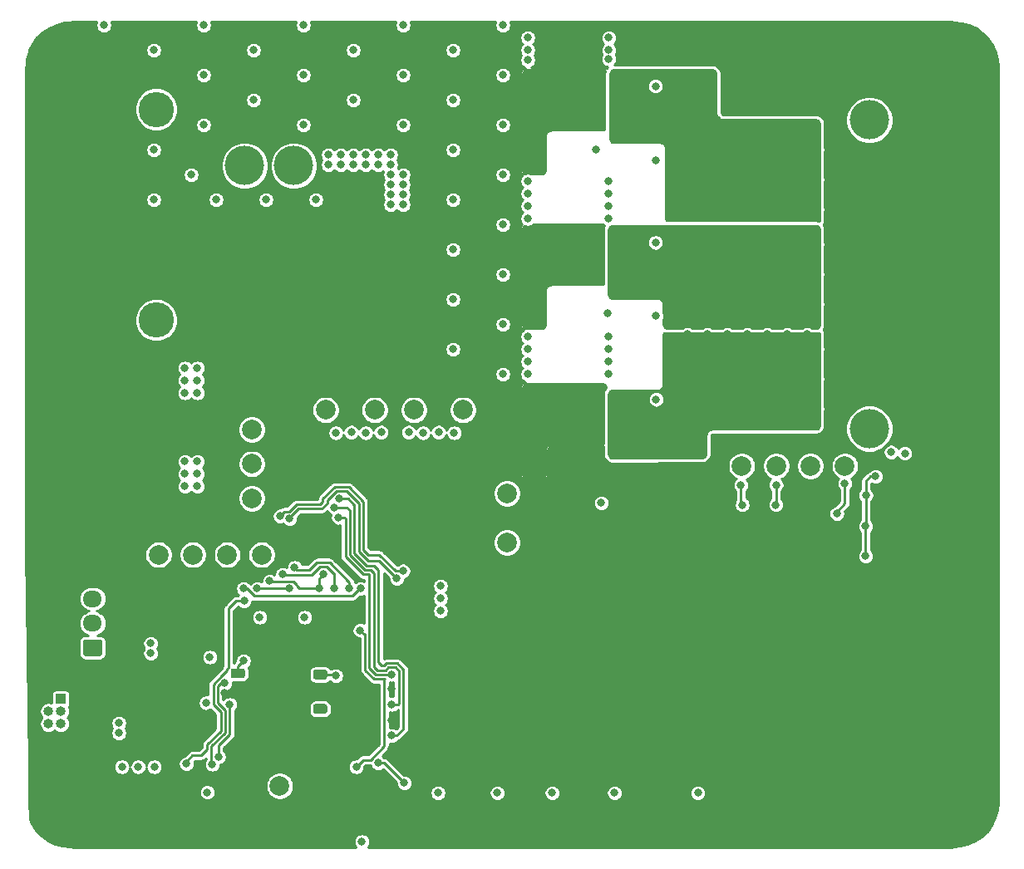
<source format=gbr>
%TF.GenerationSoftware,KiCad,Pcbnew,(5.1.8)-1*%
%TF.CreationDate,2021-03-04T12:58:26-05:00*%
%TF.ProjectId,DRV8353S_dev_board,44525638-3335-4335-935f-6465765f626f,rev?*%
%TF.SameCoordinates,Original*%
%TF.FileFunction,Copper,L4,Bot*%
%TF.FilePolarity,Positive*%
%FSLAX46Y46*%
G04 Gerber Fmt 4.6, Leading zero omitted, Abs format (unit mm)*
G04 Created by KiCad (PCBNEW (5.1.8)-1) date 2021-03-04 12:58:26*
%MOMM*%
%LPD*%
G01*
G04 APERTURE LIST*
%TA.AperFunction,ComponentPad*%
%ADD10C,6.000001*%
%TD*%
%TA.AperFunction,ComponentPad*%
%ADD11C,0.800000*%
%TD*%
%TA.AperFunction,WasherPad*%
%ADD12C,3.600000*%
%TD*%
%TA.AperFunction,ComponentPad*%
%ADD13C,4.000000*%
%TD*%
%TA.AperFunction,ComponentPad*%
%ADD14R,1.000000X1.000000*%
%TD*%
%TA.AperFunction,ComponentPad*%
%ADD15O,1.000000X1.000000*%
%TD*%
%TA.AperFunction,ComponentPad*%
%ADD16O,1.950000X1.700000*%
%TD*%
%TA.AperFunction,WasherPad*%
%ADD17C,4.000000*%
%TD*%
%TA.AperFunction,ComponentPad*%
%ADD18C,0.500000*%
%TD*%
%TA.AperFunction,SMDPad,CuDef*%
%ADD19R,4.600000X4.600000*%
%TD*%
%TA.AperFunction,ComponentPad*%
%ADD20C,2.000000*%
%TD*%
%TA.AperFunction,ViaPad*%
%ADD21C,0.800000*%
%TD*%
%TA.AperFunction,Conductor*%
%ADD22C,0.250000*%
%TD*%
%TA.AperFunction,Conductor*%
%ADD23C,0.254000*%
%TD*%
%TA.AperFunction,Conductor*%
%ADD24C,0.100000*%
%TD*%
G04 APERTURE END LIST*
D10*
%TO.P,REF\u002A\u002A,1*%
%TO.N,GND*%
X145000000Y-130000000D03*
D11*
%TO.N,N/C*%
X147250000Y-130000000D03*
X146590990Y-131590990D03*
X145000000Y-132250000D03*
X143409010Y-131590990D03*
X142750000Y-130000000D03*
X143409010Y-128409010D03*
X145000000Y-127750000D03*
X146590990Y-128409010D03*
%TD*%
%TO.P,REF\u002A\u002A,1*%
%TO.N,N/C*%
X56590990Y-128409010D03*
X55000000Y-127750000D03*
X53409010Y-128409010D03*
X52750000Y-130000000D03*
X53409010Y-131590990D03*
X55000000Y-132250000D03*
X56590990Y-131590990D03*
X57250000Y-130000000D03*
D10*
%TO.N,GND*%
X55000000Y-130000000D03*
%TD*%
%TO.P,REF\u002A\u002A,1*%
%TO.N,GND*%
X55000000Y-55000000D03*
D11*
%TO.N,N/C*%
X57250000Y-55000000D03*
X56590990Y-56590990D03*
X55000000Y-57250000D03*
X53409010Y-56590990D03*
X52750000Y-55000000D03*
X53409010Y-53409010D03*
X55000000Y-52750000D03*
X56590990Y-53409010D03*
%TD*%
%TO.P,REF\u002A\u002A,1*%
%TO.N,N/C*%
X146590990Y-53409010D03*
X145000000Y-52750000D03*
X143409010Y-53409010D03*
X142750000Y-55000000D03*
X143409010Y-56590990D03*
X145000000Y-57250000D03*
X146590990Y-56590990D03*
X147250000Y-55000000D03*
D10*
%TO.N,GND*%
X145000000Y-55000000D03*
%TD*%
%TO.P,C14,1*%
%TO.N,GND*%
%TA.AperFunction,SMDPad,CuDef*%
G36*
G01*
X79979500Y-118057000D02*
X80929500Y-118057000D01*
G75*
G02*
X81179500Y-118307000I0J-250000D01*
G01*
X81179500Y-118807000D01*
G75*
G02*
X80929500Y-119057000I-250000J0D01*
G01*
X79979500Y-119057000D01*
G75*
G02*
X79729500Y-118807000I0J250000D01*
G01*
X79729500Y-118307000D01*
G75*
G02*
X79979500Y-118057000I250000J0D01*
G01*
G37*
%TD.AperFunction*%
%TO.P,C14,2*%
%TO.N,+3V3*%
%TA.AperFunction,SMDPad,CuDef*%
G36*
G01*
X79979500Y-119957000D02*
X80929500Y-119957000D01*
G75*
G02*
X81179500Y-120207000I0J-250000D01*
G01*
X81179500Y-120707000D01*
G75*
G02*
X80929500Y-120957000I-250000J0D01*
G01*
X79979500Y-120957000D01*
G75*
G02*
X79729500Y-120707000I0J250000D01*
G01*
X79729500Y-120207000D01*
G75*
G02*
X79979500Y-119957000I250000J0D01*
G01*
G37*
%TD.AperFunction*%
%TD*%
%TO.P,C15,1*%
%TO.N,GND*%
%TA.AperFunction,SMDPad,CuDef*%
G36*
G01*
X72547500Y-119242500D02*
X71597500Y-119242500D01*
G75*
G02*
X71347500Y-118992500I0J250000D01*
G01*
X71347500Y-118492500D01*
G75*
G02*
X71597500Y-118242500I250000J0D01*
G01*
X72547500Y-118242500D01*
G75*
G02*
X72797500Y-118492500I0J-250000D01*
G01*
X72797500Y-118992500D01*
G75*
G02*
X72547500Y-119242500I-250000J0D01*
G01*
G37*
%TD.AperFunction*%
%TO.P,C15,2*%
%TO.N,+3V3*%
%TA.AperFunction,SMDPad,CuDef*%
G36*
G01*
X72547500Y-117342500D02*
X71597500Y-117342500D01*
G75*
G02*
X71347500Y-117092500I0J250000D01*
G01*
X71347500Y-116592500D01*
G75*
G02*
X71597500Y-116342500I250000J0D01*
G01*
X72547500Y-116342500D01*
G75*
G02*
X72797500Y-116592500I0J-250000D01*
G01*
X72797500Y-117092500D01*
G75*
G02*
X72547500Y-117342500I-250000J0D01*
G01*
G37*
%TD.AperFunction*%
%TD*%
%TO.P,C16,2*%
%TO.N,+3V3*%
%TA.AperFunction,SMDPad,CuDef*%
G36*
G01*
X79979500Y-116464500D02*
X80929500Y-116464500D01*
G75*
G02*
X81179500Y-116714500I0J-250000D01*
G01*
X81179500Y-117214500D01*
G75*
G02*
X80929500Y-117464500I-250000J0D01*
G01*
X79979500Y-117464500D01*
G75*
G02*
X79729500Y-117214500I0J250000D01*
G01*
X79729500Y-116714500D01*
G75*
G02*
X79979500Y-116464500I250000J0D01*
G01*
G37*
%TD.AperFunction*%
%TO.P,C16,1*%
%TO.N,GND*%
%TA.AperFunction,SMDPad,CuDef*%
G36*
G01*
X79979500Y-114564500D02*
X80929500Y-114564500D01*
G75*
G02*
X81179500Y-114814500I0J-250000D01*
G01*
X81179500Y-115314500D01*
G75*
G02*
X80929500Y-115564500I-250000J0D01*
G01*
X79979500Y-115564500D01*
G75*
G02*
X79729500Y-115314500I0J250000D01*
G01*
X79729500Y-114814500D01*
G75*
G02*
X79979500Y-114564500I250000J0D01*
G01*
G37*
%TD.AperFunction*%
%TD*%
D12*
%TO.P,MOT_DC,*%
%TO.N,*%
X63754000Y-80835500D03*
D13*
%TO.P,MOT_DC,1*%
%TO.N,GND*%
X72754000Y-75005500D03*
X77754000Y-75105500D03*
%TO.P,MOT_DC,2*%
%TO.N,Vdrive*%
X72754000Y-65105500D03*
X77754000Y-65105500D03*
D12*
%TO.P,MOT_DC,*%
%TO.N,*%
X63754000Y-59375500D03*
%TD*%
D14*
%TO.P,SWD,1*%
%TO.N,/SWDIO*%
X54038500Y-119443500D03*
D15*
%TO.P,SWD,2*%
%TO.N,GND*%
X52768500Y-119443500D03*
%TO.P,SWD,3*%
%TO.N,/SWCLK*%
X54038500Y-120713500D03*
%TO.P,SWD,4*%
%TO.N,Net-(J3-Pad4)*%
X52768500Y-120713500D03*
%TO.P,SWD,5*%
%TO.N,Net-(D4-Pad2)*%
X54038500Y-121983500D03*
%TO.P,SWD,6*%
%TO.N,/~RESET_PB*%
X52768500Y-121983500D03*
%TD*%
D16*
%TO.P,EXTERNAL UART,4*%
%TO.N,GND*%
X57277000Y-106736500D03*
%TO.P,EXTERNAL UART,3*%
%TO.N,/EXT_UART_TX*%
X57277000Y-109236500D03*
%TO.P,EXTERNAL UART,2*%
%TO.N,/EXT_UART_RX*%
X57277000Y-111736500D03*
%TO.P,EXTERNAL UART,1*%
%TO.N,Net-(D5-Pad2)*%
%TA.AperFunction,ComponentPad*%
G36*
G01*
X58002000Y-115086500D02*
X56552000Y-115086500D01*
G75*
G02*
X56302000Y-114836500I0J250000D01*
G01*
X56302000Y-113636500D01*
G75*
G02*
X56552000Y-113386500I250000J0D01*
G01*
X58002000Y-113386500D01*
G75*
G02*
X58252000Y-113636500I0J-250000D01*
G01*
X58252000Y-114836500D01*
G75*
G02*
X58002000Y-115086500I-250000J0D01*
G01*
G37*
%TD.AperFunction*%
%TD*%
D17*
%TO.P,MOT_AC,*%
%TO.N,*%
X136398000Y-60452000D03*
D13*
%TO.P,MOT_AC,1*%
%TO.N,/MOT_C*%
X127398000Y-66182000D03*
X122398000Y-66182000D03*
%TO.P,MOT_AC,2*%
%TO.N,/MOT_B*%
X127398000Y-76182000D03*
X122398000Y-76182000D03*
%TO.P,MOT_AC,3*%
%TO.N,/MOT_A*%
X122398000Y-86182000D03*
X127398000Y-86182000D03*
D17*
%TO.P,MOT_AC,*%
%TO.N,*%
X136398000Y-91912000D03*
%TD*%
D18*
%TO.P,U5,41*%
%TO.N,GND*%
X89807000Y-104031000D03*
X88782000Y-104031000D03*
X87757000Y-104031000D03*
X86732000Y-104031000D03*
X85707000Y-104031000D03*
X89807000Y-103006000D03*
X88782000Y-103006000D03*
X87757000Y-103006000D03*
X86732000Y-103006000D03*
X85707000Y-103006000D03*
X89807000Y-101981000D03*
X88782000Y-101981000D03*
X87757000Y-101981000D03*
X86732000Y-101981000D03*
X85707000Y-101981000D03*
X89807000Y-100956000D03*
X88782000Y-100956000D03*
X87757000Y-100956000D03*
X86732000Y-100956000D03*
X85707000Y-100956000D03*
X89807000Y-99931000D03*
X88782000Y-99931000D03*
X87757000Y-99931000D03*
X86732000Y-99931000D03*
X85707000Y-99931000D03*
D19*
X87757000Y-101981000D03*
%TD*%
D20*
%TO.P,CURR_C,1*%
%TO.N,/I_PHASE_C*%
X73500000Y-92000000D03*
%TD*%
%TO.P,CURR_B,1*%
%TO.N,/I_PHASE_B*%
X73500000Y-95500000D03*
%TD*%
%TO.P,CS,1*%
%TO.N,/~DRV8353_CS*%
X74485000Y-104746000D03*
%TD*%
%TO.P,MOSI,1*%
%TO.N,/MOSI*%
X63985000Y-104746000D03*
%TD*%
%TO.P,MISO,1*%
%TO.N,/MISO*%
X67485000Y-104746000D03*
%TD*%
%TO.P,CURR_A,1*%
%TO.N,/I_PHASE_A*%
X73500000Y-99000000D03*
%TD*%
%TO.P,SCLK,1*%
%TO.N,/SCLK*%
X70985000Y-104746000D03*
%TD*%
%TO.P,SPEED PWM,1*%
%TO.N,/SPEED_PWM*%
X76327000Y-128333500D03*
%TD*%
%TO.P,HGA,1*%
%TO.N,/GATE_HI_A*%
X99500000Y-103500000D03*
%TD*%
%TO.P,HGB,1*%
%TO.N,/GATE_HI_B*%
X90000000Y-90000000D03*
%TD*%
%TO.P,HGC,1*%
%TO.N,/GATE_HI_C*%
X86000000Y-90000000D03*
%TD*%
%TO.P,LGA,1*%
%TO.N,/GATE_LO_A*%
X99500000Y-98500000D03*
%TD*%
%TO.P,LGB,1*%
%TO.N,/GATE_LO_B*%
X95000000Y-90000000D03*
%TD*%
%TO.P,LGC,1*%
%TO.N,/GATE_LO_C*%
X81000000Y-90000000D03*
%TD*%
%TO.P,TEMP,1*%
%TO.N,/MOT_TEMP*%
X133900000Y-95700000D03*
%TD*%
%TO.P,ENCA,1*%
%TO.N,/HALLA*%
X130400000Y-95700000D03*
%TD*%
%TO.P,ENCB,1*%
%TO.N,/HALLB*%
X126900000Y-95700000D03*
%TD*%
%TO.P,ENCC,1*%
%TO.N,/HALLC*%
X123400000Y-95700000D03*
%TD*%
D21*
%TO.N,GND*%
X82804000Y-125476000D03*
X60706000Y-87630000D03*
X80518000Y-115062000D03*
X72771000Y-110998000D03*
X58420000Y-83820000D03*
X107950000Y-59690000D03*
X106680000Y-59690000D03*
X105410000Y-59690000D03*
X104140000Y-59690000D03*
X63500000Y-50800000D03*
X73660000Y-50800000D03*
X83820000Y-50800000D03*
X93980000Y-50800000D03*
X99060000Y-53340000D03*
X88900000Y-53340000D03*
X78740000Y-53340000D03*
X68580000Y-53340000D03*
X68580000Y-58420000D03*
X78740000Y-58420000D03*
X83820000Y-55880000D03*
X73660000Y-55880000D03*
X63500000Y-55880000D03*
X93980000Y-55880000D03*
X99060000Y-58420000D03*
X88900000Y-58420000D03*
X93980000Y-60960000D03*
X99060000Y-63500000D03*
X88900000Y-63500000D03*
X63500000Y-66040000D03*
X93980000Y-66040000D03*
X99060000Y-68580000D03*
X99060000Y-73660000D03*
X93980000Y-71120000D03*
X93980000Y-76200000D03*
X99060000Y-78740000D03*
X93980000Y-81280000D03*
X99060000Y-83820000D03*
X93980000Y-86360000D03*
X67310000Y-63500000D03*
X104140000Y-60960000D03*
X105410000Y-60960000D03*
X106680000Y-60960000D03*
X107950000Y-60960000D03*
X102870000Y-75565000D03*
X104140000Y-75565000D03*
X105410000Y-75565000D03*
X106680000Y-75565000D03*
X107950000Y-75565000D03*
X102870000Y-76835000D03*
X104140000Y-76835000D03*
X105410000Y-76835000D03*
X106680000Y-76835000D03*
X107950000Y-76835000D03*
X102870000Y-91440000D03*
X104140000Y-91440000D03*
X105410000Y-91440000D03*
X106680000Y-91440000D03*
X107950000Y-91440000D03*
X107950000Y-92710000D03*
X106680000Y-92710000D03*
X105410000Y-92710000D03*
X104140000Y-92710000D03*
X102870000Y-92710000D03*
X102870000Y-59690000D03*
X73660000Y-60960000D03*
X83820000Y-60960000D03*
X81280000Y-74930000D03*
X82550000Y-74930000D03*
X83820000Y-74930000D03*
X85090000Y-74930000D03*
X86360000Y-74930000D03*
X87630000Y-74930000D03*
X87630000Y-73660000D03*
X87630000Y-72390000D03*
X87630000Y-71120000D03*
X80010000Y-72390000D03*
X80010000Y-71120000D03*
X81280000Y-76200000D03*
X82550000Y-76200000D03*
X83820000Y-76200000D03*
X85090000Y-76200000D03*
X86360000Y-76200000D03*
X87630000Y-76200000D03*
X88900000Y-71120000D03*
X88900000Y-72390000D03*
X88900000Y-73660000D03*
X88900000Y-74930000D03*
X88900000Y-83820000D03*
X83820000Y-83820000D03*
X78740000Y-83820000D03*
X73660000Y-83820000D03*
X68580000Y-83820000D03*
X63500000Y-83820000D03*
X60960000Y-81280000D03*
X66294000Y-81280000D03*
X71120000Y-81280000D03*
X76200000Y-81280000D03*
X81280000Y-81280000D03*
X86360000Y-81280000D03*
X88900000Y-78740000D03*
X83820000Y-78740000D03*
X78740000Y-78740000D03*
X73660000Y-78740000D03*
X68580000Y-78740000D03*
X58420000Y-78740000D03*
X60960000Y-76200000D03*
X66040000Y-76200000D03*
X58420000Y-73660000D03*
X63500000Y-73660000D03*
X68580000Y-73660000D03*
X60960000Y-71120000D03*
X66040000Y-71120000D03*
X71120000Y-71120000D03*
X76200000Y-71120000D03*
X95504000Y-92329000D03*
X79502000Y-92329000D03*
X102870000Y-60960000D03*
X88519000Y-110617000D03*
X90551000Y-110617000D03*
X68072000Y-111887000D03*
X69596000Y-111887000D03*
X82042000Y-119253000D03*
X70739000Y-118872000D03*
X61976000Y-89662000D03*
X58928000Y-90424000D03*
X58928000Y-100076000D03*
X61976000Y-99187000D03*
X64516000Y-92329000D03*
X66675000Y-91186000D03*
X62357000Y-91059000D03*
X64643000Y-101219000D03*
X66548000Y-99949000D03*
X62611000Y-100076000D03*
X58928000Y-94107000D03*
X142900000Y-95225000D03*
X141478000Y-106172000D03*
X66611500Y-132016500D03*
X69215000Y-113728500D03*
X69151500Y-120840500D03*
X60769500Y-97028000D03*
X76517500Y-103695500D03*
X73723500Y-128587500D03*
X77030858Y-123004858D03*
X90614500Y-132842000D03*
X96774000Y-132842000D03*
X102489000Y-132842000D03*
X108775500Y-132842000D03*
X114744500Y-132778500D03*
X118935500Y-130556000D03*
X110490000Y-130556000D03*
X104076500Y-130556000D03*
X98488500Y-130556000D03*
X92456000Y-130556000D03*
X87757000Y-124523500D03*
X76327000Y-117983000D03*
X97790000Y-107442000D03*
X88392000Y-114300000D03*
X87720000Y-118414800D03*
X87720000Y-121602500D03*
X67310000Y-68580000D03*
X77724000Y-68580000D03*
X72644000Y-68580000D03*
X114300000Y-111760000D03*
X124460000Y-116840000D03*
X134620000Y-111760000D03*
X124460000Y-104140000D03*
X139700000Y-83820000D03*
X137160000Y-73660000D03*
X147320000Y-68580000D03*
X132080000Y-55880000D03*
X137160000Y-53340000D03*
X121920000Y-53340000D03*
X147320000Y-91440000D03*
X144780000Y-121920000D03*
X53340000Y-109220000D03*
X111887000Y-118618000D03*
X100965000Y-121666000D03*
X97790000Y-116332000D03*
X105537000Y-106299000D03*
X115697000Y-104267000D03*
X147066000Y-84074000D03*
X144526000Y-77597000D03*
X137668000Y-65532000D03*
X143510000Y-59309000D03*
X52451000Y-125984000D03*
X60579000Y-118491000D03*
X52832000Y-113157000D03*
X59944000Y-106934000D03*
X52578000Y-100711000D03*
X82423000Y-130937000D03*
%TO.N,Vdrive*%
X68580000Y-50800000D03*
X78740000Y-50800000D03*
X88900000Y-50800000D03*
X99060000Y-50800000D03*
X63500000Y-53340000D03*
X73660000Y-53340000D03*
X83820000Y-53340000D03*
X93980000Y-53340000D03*
X68580000Y-55880000D03*
X78740000Y-55880000D03*
X88900000Y-55880000D03*
X99060000Y-55880000D03*
X93980000Y-58420000D03*
X83820000Y-58420000D03*
X73660000Y-58420000D03*
X88900000Y-60960000D03*
X99060000Y-60960000D03*
X93980000Y-63500000D03*
X63500000Y-63500000D03*
X99060000Y-66040000D03*
X88900000Y-66040000D03*
X63500000Y-68580000D03*
X93980000Y-68580000D03*
X99060000Y-71120000D03*
X93980000Y-73660000D03*
X99060000Y-76200000D03*
X93980000Y-78740000D03*
X99060000Y-81280000D03*
X93980000Y-83820000D03*
X99060000Y-86360000D03*
X67310000Y-66040000D03*
X101600000Y-52070000D03*
X101600000Y-53340000D03*
X109855000Y-53340000D03*
X109855000Y-52070000D03*
X101600000Y-66675000D03*
X101600000Y-67945000D03*
X101600000Y-69215000D03*
X101600000Y-70485000D03*
X109855000Y-66675000D03*
X109855000Y-67945000D03*
X109855000Y-69215000D03*
X109855000Y-70485000D03*
X101600000Y-82550000D03*
X101600000Y-83820000D03*
X101600000Y-85090000D03*
X101600000Y-86360000D03*
X109855000Y-82550000D03*
X109855000Y-83820000D03*
X109855000Y-85090000D03*
X109855000Y-86360000D03*
X68580000Y-60960000D03*
X78740000Y-60960000D03*
X69850000Y-68580000D03*
X74930000Y-68580000D03*
X80010000Y-68580000D03*
X101600000Y-54356000D03*
X109855000Y-54229000D03*
X92710000Y-107950000D03*
X92710000Y-109220000D03*
X92710000Y-110490000D03*
X58420000Y-50800000D03*
X81280000Y-65024000D03*
X82550000Y-65024000D03*
X83820000Y-65024000D03*
X85090000Y-65024000D03*
X86360000Y-65024000D03*
X87630000Y-66040000D03*
X87630000Y-67056000D03*
X87630000Y-68072000D03*
X88900000Y-67056000D03*
X87630000Y-69088000D03*
X88900000Y-68072000D03*
X88900000Y-69088000D03*
X87630000Y-65024000D03*
X87630000Y-64008000D03*
X86360000Y-64008000D03*
X85090000Y-64008000D03*
X83820000Y-64008000D03*
X82550000Y-64008000D03*
X81280000Y-64008000D03*
%TO.N,/~RESET_PB*%
X89027000Y-128016000D03*
X86360000Y-125984000D03*
%TO.N,+3V3*%
X63182500Y-113792000D03*
X63182500Y-114808000D03*
X80391000Y-120396000D03*
X78867000Y-111125000D03*
X74295000Y-111125000D03*
X82042000Y-117094000D03*
X72644000Y-115570000D03*
X66675000Y-95250000D03*
X67945000Y-95250000D03*
X67945000Y-96520000D03*
X66675000Y-96520000D03*
X66675000Y-97790000D03*
X67945000Y-97790000D03*
X138620500Y-94297500D03*
X59944000Y-121920000D03*
X59944000Y-122936000D03*
X60261500Y-126365000D03*
X61912500Y-126365000D03*
X63563500Y-126365000D03*
X68961000Y-128968500D03*
X68838989Y-119846580D03*
X69215000Y-115189000D03*
X118935500Y-129032000D03*
X110426500Y-129032000D03*
X104076500Y-129032000D03*
X98488500Y-129032000D03*
X92456000Y-129032000D03*
%TO.N,+5V*%
X66675000Y-85725000D03*
X67945000Y-85725000D03*
X66675000Y-86995000D03*
X67945000Y-86995000D03*
X67945000Y-88265000D03*
X66675000Y-88265000D03*
X140017500Y-94424500D03*
X84709000Y-133985000D03*
%TO.N,/~DRV8353_FAULT*%
X72707500Y-109461000D03*
X66818000Y-126063500D03*
%TO.N,/DRV8353_EN*%
X84582000Y-108204000D03*
X72644000Y-108204000D03*
%TO.N,/~BRAKE*%
X88889696Y-106407130D03*
X76381474Y-100817279D03*
%TO.N,/DIRECTION*%
X88265000Y-107188000D03*
X77343000Y-101092000D03*
%TO.N,/~LED_SPEED*%
X71247000Y-120015000D03*
X70104000Y-125349000D03*
%TO.N,/~SYS_FAULT*%
X70739000Y-117856000D03*
X69463814Y-126117223D03*
%TO.N,/MOT_TEMP*%
X133900000Y-97494000D03*
X133089937Y-100569040D03*
%TO.N,/MOT_A*%
X115824000Y-93472000D03*
X115824000Y-92456000D03*
X115824000Y-91440000D03*
X115824000Y-90424000D03*
X115824000Y-89408000D03*
X115824000Y-88392000D03*
X115824000Y-94488000D03*
X117856000Y-94488000D03*
X116840000Y-92964000D03*
X118872000Y-92964000D03*
X117856000Y-91440000D03*
X119888000Y-91440000D03*
X121920000Y-91440000D03*
X123952000Y-91440000D03*
X125984000Y-91440000D03*
X128016000Y-91440000D03*
X130048000Y-91440000D03*
X129032000Y-89916000D03*
X127000000Y-89916000D03*
X124968000Y-89916000D03*
X122936000Y-89916000D03*
X120904000Y-89916000D03*
X118872000Y-89916000D03*
X116840000Y-89916000D03*
X117856000Y-88392000D03*
X119888000Y-88392000D03*
X123952000Y-88392000D03*
X125984000Y-88392000D03*
X130048000Y-88392000D03*
X116840000Y-86868000D03*
X118872000Y-86868000D03*
X124968000Y-86868000D03*
X117856000Y-85344000D03*
X119888000Y-85344000D03*
X130048000Y-85344000D03*
X131064000Y-86868000D03*
X131064000Y-89916000D03*
X116840000Y-83820000D03*
X118872000Y-83820000D03*
X120904000Y-83820000D03*
X124968000Y-83820000D03*
X129032000Y-83820000D03*
X131064000Y-83820000D03*
X130048000Y-82296000D03*
X128016000Y-82296000D03*
X125984000Y-82296000D03*
X123952000Y-82296000D03*
X121920000Y-82296000D03*
X119888000Y-82296000D03*
X117856000Y-82296000D03*
%TO.N,/MOT_B*%
X115824000Y-71628000D03*
X115824000Y-72644000D03*
X115824000Y-73660000D03*
X115824000Y-74676000D03*
X115824000Y-75692000D03*
X115824000Y-76708000D03*
X115824000Y-77724000D03*
X115824000Y-78740000D03*
X117856000Y-71628000D03*
X119888000Y-71628000D03*
X121920000Y-71628000D03*
X123952000Y-71628000D03*
X125984000Y-71628000D03*
X128016000Y-71628000D03*
X130048000Y-71628000D03*
X116840000Y-73152000D03*
X118872000Y-73152000D03*
X120904000Y-73152000D03*
X122936000Y-73152000D03*
X124968000Y-73152000D03*
X127000000Y-73152000D03*
X129032000Y-73152000D03*
X131064000Y-73152000D03*
X130048000Y-74676000D03*
X119888000Y-74676000D03*
X117856000Y-74676000D03*
X116840000Y-76200000D03*
X118872000Y-76200000D03*
X131064000Y-76200000D03*
X117856000Y-77724000D03*
X119888000Y-77724000D03*
X124968000Y-77724000D03*
X130048000Y-77724000D03*
X131064000Y-79248000D03*
X129032000Y-79248000D03*
X127000000Y-79248000D03*
X116840000Y-79248000D03*
X118872000Y-79248000D03*
X120904000Y-79248000D03*
X122936000Y-79248000D03*
X124968000Y-79248000D03*
X117856000Y-80772000D03*
X119888000Y-80772000D03*
X121920000Y-80772000D03*
X123952000Y-80772000D03*
X125984000Y-80772000D03*
X128016000Y-80772000D03*
X130048000Y-80772000D03*
X115824000Y-80772000D03*
X90932000Y-92329000D03*
%TO.N,/MOT_C*%
X115824000Y-56896000D03*
X115824000Y-57912000D03*
X115824000Y-58928000D03*
X115824000Y-59944000D03*
X115824000Y-60960000D03*
X115824000Y-61976000D03*
X115824000Y-55880000D03*
X117856000Y-55880000D03*
X119888000Y-55880000D03*
X118872000Y-57404000D03*
X117856000Y-58928000D03*
X119888000Y-58928000D03*
X118872000Y-60452000D03*
X120904000Y-60452000D03*
X117856000Y-61976000D03*
X119888000Y-61976000D03*
X121920000Y-61976000D03*
X116840000Y-63500000D03*
X118872000Y-63500000D03*
X120904000Y-63500000D03*
X122936000Y-63500000D03*
X123952000Y-61976000D03*
X125984000Y-61976000D03*
X128016000Y-61976000D03*
X130048000Y-61976000D03*
X124968000Y-63500000D03*
X127000000Y-63500000D03*
X129032000Y-63500000D03*
X131064000Y-63500000D03*
X117856000Y-65024000D03*
X119888000Y-65024000D03*
X130048000Y-65024000D03*
X131064000Y-66548000D03*
X118872000Y-66548000D03*
X116840000Y-66548000D03*
X117856000Y-68072000D03*
X119888000Y-68072000D03*
X130048000Y-68072000D03*
X116840000Y-69596000D03*
X118872000Y-69596000D03*
X120904000Y-69596000D03*
X122936000Y-69596000D03*
X124968000Y-69596000D03*
X127000000Y-69596000D03*
X129032000Y-69596000D03*
X131064000Y-69596000D03*
X123952000Y-68580000D03*
X125984000Y-68580000D03*
X85090000Y-92329000D03*
%TO.N,/GATE_HI_A*%
X109093000Y-99473010D03*
X114681000Y-88926000D03*
%TO.N,/GATE_HI_B*%
X89471500Y-92265500D03*
X114617500Y-72937500D03*
%TO.N,/SHUNT_POS_B*%
X94107000Y-92329000D03*
X109728000Y-80137000D03*
%TO.N,/GATE_LO_B*%
X92519500Y-92265500D03*
X114681000Y-80430500D03*
%TO.N,/GATE_HI_C*%
X86677500Y-92265500D03*
X114617500Y-56999000D03*
%TO.N,/GATE_LO_C*%
X83629500Y-92265500D03*
X114617500Y-64555500D03*
%TO.N,/SHUNT_POS_C*%
X82042000Y-92329000D03*
X108563000Y-63500000D03*
%TO.N,/SCLK*%
X81915000Y-108204000D03*
X76632816Y-106752165D03*
%TO.N,/MISO*%
X80391000Y-108204000D03*
X80772000Y-106717000D03*
X75311000Y-107442000D03*
%TO.N,/MOSI*%
X77343000Y-108204000D03*
X74041000Y-108204000D03*
%TO.N,/~DRV8353_CS*%
X83439000Y-108204000D03*
X77851000Y-106045000D03*
%TO.N,/SPEED_PWM*%
X84518500Y-112458500D03*
X84137500Y-126365000D03*
%TO.N,/HALLB*%
X126900000Y-97636000D03*
X126873000Y-99669020D03*
%TO.N,/HALLC*%
X123317000Y-97663000D03*
X123444000Y-99669020D03*
%TO.N,/I_PHASE_A*%
X87757000Y-116967000D03*
X82310139Y-100956000D03*
%TO.N,/I_PHASE_B*%
X87757000Y-120015000D03*
X81908503Y-99917495D03*
%TO.N,/I_PHASE_C*%
X87757000Y-123190000D03*
X82423000Y-99060000D03*
%TO.N,Net-(C36-Pad1)*%
X136042500Y-98704500D03*
X136017000Y-101854000D03*
X136017000Y-104902000D03*
X137033000Y-96774000D03*
%TD*%
D22*
%TO.N,GND*%
X81346000Y-118557000D02*
X82042000Y-119253000D01*
X80454500Y-118557000D02*
X81346000Y-118557000D01*
X70868500Y-118742500D02*
X70739000Y-118872000D01*
X72072500Y-118742500D02*
X70868500Y-118742500D01*
%TO.N,/~RESET_PB*%
X89027000Y-128016000D02*
X86995000Y-125984000D01*
X86995000Y-125984000D02*
X86360000Y-125984000D01*
%TO.N,+3V3*%
X81785500Y-116964500D02*
X81788000Y-116967000D01*
X81912500Y-116964500D02*
X82042000Y-117094000D01*
X81536500Y-116964500D02*
X81912500Y-116964500D01*
X80454500Y-116964500D02*
X81536500Y-116964500D01*
X81536500Y-116964500D02*
X81785500Y-116964500D01*
X72072500Y-116842500D02*
X72072500Y-116141500D01*
X72072500Y-116141500D02*
X72644000Y-115570000D01*
%TO.N,/~DRV8353_FAULT*%
X66818000Y-125841000D02*
X67437000Y-125222000D01*
X67437000Y-125222000D02*
X68326000Y-125222000D01*
X68928989Y-124619011D02*
X68928990Y-124108190D01*
X68326000Y-125222000D02*
X68928989Y-124619011D01*
X68928990Y-124108190D02*
X70346980Y-122690200D01*
X69563989Y-117958009D02*
X70427998Y-117094000D01*
X69563989Y-120041401D02*
X69563989Y-117958009D01*
X70346980Y-120824392D02*
X69563989Y-120041401D01*
X70346980Y-122690200D02*
X70346980Y-120824392D01*
X70485000Y-117094000D02*
X70993000Y-116586000D01*
X70427998Y-117094000D02*
X70485000Y-117094000D01*
X70993000Y-116383810D02*
X71120000Y-116256810D01*
X70993000Y-116586000D02*
X70993000Y-116383810D01*
X71120000Y-116256810D02*
X71120000Y-110236000D01*
X71895000Y-109461000D02*
X72707500Y-109461000D01*
X71120000Y-110236000D02*
X71895000Y-109461000D01*
X66818000Y-126063500D02*
X66818000Y-125841000D01*
X66818000Y-126254000D02*
X66818000Y-126063500D01*
%TO.N,/DRV8353_EN*%
X84512002Y-108204000D02*
X83750002Y-108966000D01*
X84582000Y-108204000D02*
X84512002Y-108204000D01*
X73729998Y-108966000D02*
X72967998Y-108204000D01*
X83750002Y-108966000D02*
X73729998Y-108966000D01*
X72967998Y-108204000D02*
X72644000Y-108204000D01*
%TO.N,/~BRAKE*%
X88889696Y-106407130D02*
X88120540Y-106407130D01*
X88120540Y-106407130D02*
X86488410Y-104775000D01*
X85365998Y-104775000D02*
X84836000Y-104245002D01*
X86488410Y-104775000D02*
X85365998Y-104775000D01*
X83361790Y-97847990D02*
X81925597Y-97847991D01*
X84835998Y-99322198D02*
X83361790Y-97847990D01*
X80733492Y-99040096D02*
X80733492Y-99351098D01*
X84835998Y-100202998D02*
X84835998Y-99322198D01*
X81925597Y-97847991D02*
X80733492Y-99040096D01*
X84836000Y-100203000D02*
X84835998Y-100202998D01*
X84836000Y-104245002D02*
X84836000Y-100203000D01*
X80458600Y-99625990D02*
X78045599Y-99625991D01*
X80733492Y-99351098D02*
X80458600Y-99625990D01*
X77304591Y-100366999D02*
X76798001Y-100366999D01*
X78045599Y-99625991D02*
X77304591Y-100366999D01*
X76381474Y-100783526D02*
X76381474Y-100817279D01*
X76798001Y-100366999D02*
X76381474Y-100783526D01*
%TO.N,/DIRECTION*%
X88265000Y-107188000D02*
X86487000Y-105410000D01*
X85364588Y-105410000D02*
X84385990Y-104431402D01*
X86487000Y-105410000D02*
X85364588Y-105410000D01*
X84385989Y-99508599D02*
X83175390Y-98298000D01*
X84385990Y-104431402D02*
X84385989Y-99508599D01*
X82111998Y-98298000D02*
X81183502Y-99226496D01*
X83175390Y-98298000D02*
X82111998Y-98298000D01*
X81183502Y-99226496D02*
X81183502Y-99537498D01*
X81183502Y-99537498D02*
X80645000Y-100076000D01*
X80645000Y-100076000D02*
X78232000Y-100076000D01*
X77343000Y-100965000D02*
X77343000Y-101092000D01*
X78232000Y-100076000D02*
X77343000Y-100965000D01*
%TO.N,/~LED_SPEED*%
X70104000Y-125349000D02*
X70104000Y-124206000D01*
X71247000Y-123063000D02*
X71247000Y-120015000D01*
X70104000Y-124206000D02*
X71247000Y-123063000D01*
%TO.N,/~SYS_FAULT*%
X69378999Y-125697001D02*
X69378999Y-124294591D01*
X69463814Y-125781816D02*
X69378999Y-125697001D01*
X69463814Y-126117223D02*
X69463814Y-125781816D01*
X69378999Y-124294591D02*
X70796990Y-122876600D01*
X70013999Y-119855001D02*
X70013999Y-118200001D01*
X70796990Y-120637992D02*
X70013999Y-119855001D01*
X70796990Y-122876600D02*
X70796990Y-120637992D01*
X70358000Y-117856000D02*
X70739000Y-117856000D01*
X70013999Y-118200001D02*
X70358000Y-117856000D01*
%TO.N,/MOT_TEMP*%
X133900000Y-97494000D02*
X133900000Y-99526000D01*
X133089937Y-100336063D02*
X133089937Y-100569040D01*
X133900000Y-99526000D02*
X133089937Y-100336063D01*
%TO.N,/SCLK*%
X81915000Y-108204000D02*
X81915000Y-106680000D01*
X81808002Y-106680000D02*
X81120001Y-105991999D01*
X81915000Y-106680000D02*
X81808002Y-106680000D01*
X80423999Y-105991999D02*
X79629000Y-106786998D01*
X81120001Y-105991999D02*
X80423999Y-105991999D01*
X77998002Y-106786998D02*
X77978000Y-106807000D01*
X79629000Y-106786998D02*
X77998002Y-106786998D01*
X76687651Y-106807000D02*
X76632816Y-106752165D01*
X77978000Y-106807000D02*
X76687651Y-106807000D01*
%TO.N,/MISO*%
X80391000Y-108204000D02*
X80391000Y-107188000D01*
X80772000Y-106807000D02*
X80772000Y-106717000D01*
X80391000Y-107188000D02*
X80772000Y-106807000D01*
X80391000Y-108204000D02*
X78359000Y-108204000D01*
X78068001Y-107913001D02*
X78068001Y-107855999D01*
X78359000Y-108204000D02*
X78068001Y-107913001D01*
X77691001Y-107478999D02*
X76163001Y-107478999D01*
X78068001Y-107855999D02*
X77691001Y-107478999D01*
X76163000Y-107479000D02*
X75946000Y-107479000D01*
X76163001Y-107478999D02*
X76163000Y-107479000D01*
X75348000Y-107479000D02*
X75311000Y-107442000D01*
X75946000Y-107479000D02*
X75348000Y-107479000D01*
%TO.N,/MOSI*%
X77343000Y-108204000D02*
X74676000Y-108204000D01*
X74676000Y-108204000D02*
X74041000Y-108204000D01*
%TO.N,/~DRV8353_CS*%
X81413399Y-105541989D02*
X80132011Y-105541989D01*
X83439000Y-107567590D02*
X81413399Y-105541989D01*
X83439000Y-108204000D02*
X83439000Y-107567590D01*
X80132011Y-105541989D02*
X79375000Y-106299000D01*
X78105000Y-106299000D02*
X77851000Y-106045000D01*
X79375000Y-106299000D02*
X78105000Y-106299000D01*
%TO.N,/SPEED_PWM*%
X85007501Y-112858499D02*
X85020990Y-112871988D01*
X84918499Y-112858499D02*
X85007501Y-112858499D01*
X84518500Y-112458500D02*
X84918499Y-112858499D01*
X85020991Y-116518401D02*
X85919600Y-117417010D01*
X85020990Y-112871988D02*
X85020991Y-116518401D01*
X85919600Y-117417010D02*
X87000510Y-117417010D01*
X87000510Y-117417010D02*
X86995000Y-117422520D01*
X86995000Y-124275998D02*
X85598000Y-125672998D01*
X86995000Y-117422520D02*
X86995000Y-124275998D01*
X84829502Y-125672998D02*
X84137500Y-126365000D01*
X85598000Y-125672998D02*
X84829502Y-125672998D01*
%TO.N,/HALLB*%
X126900000Y-97636000D02*
X126900000Y-99414000D01*
X126873000Y-99441000D02*
X126873000Y-99669020D01*
X126900000Y-99414000D02*
X126873000Y-99441000D01*
%TO.N,/HALLC*%
X123317000Y-99542020D02*
X123444000Y-99669020D01*
X123317000Y-97663000D02*
X123317000Y-99542020D01*
%TO.N,/I_PHASE_A*%
X82922000Y-100956000D02*
X82310139Y-100956000D01*
X83035962Y-101069962D02*
X82922000Y-100956000D01*
X83035962Y-104990602D02*
X83035962Y-101069962D01*
X85422618Y-106760028D02*
X84805388Y-106760028D01*
X85471000Y-106808410D02*
X85422618Y-106760028D01*
X85471000Y-116332000D02*
X85471000Y-106808410D01*
X86106000Y-116967000D02*
X85471000Y-116332000D01*
X84805388Y-106760028D02*
X83035962Y-104990602D01*
X87757000Y-116967000D02*
X86106000Y-116967000D01*
%TO.N,/I_PHASE_B*%
X85979000Y-115951000D02*
X85979000Y-116203590D01*
X85921010Y-115893010D02*
X85979000Y-115951000D01*
X85979000Y-116203590D02*
X86292400Y-116516990D01*
X87408999Y-116241999D02*
X88105001Y-116241999D01*
X87134008Y-116516990D02*
X87408999Y-116241999D01*
X88105001Y-116241999D02*
X88482001Y-116618999D01*
X86292400Y-116516990D02*
X87134008Y-116516990D01*
X88482001Y-116618999D02*
X88482001Y-119924999D01*
X88392000Y-120015000D02*
X87757000Y-120015000D01*
X88482001Y-119924999D02*
X88392000Y-120015000D01*
X81908503Y-99917495D02*
X83073465Y-99917495D01*
X83073465Y-99917495D02*
X83104970Y-99949000D01*
X83073465Y-99917495D02*
X83153495Y-99917495D01*
X83485971Y-104804203D02*
X84991788Y-106310018D01*
X83485970Y-100249970D02*
X83485971Y-104804203D01*
X83153495Y-99917495D02*
X83485970Y-100249970D01*
X85609018Y-106310018D02*
X85921010Y-106622010D01*
X84991788Y-106310018D02*
X85609018Y-106310018D01*
X85921010Y-106622010D02*
X85921010Y-108388990D01*
X85921010Y-108388990D02*
X85921010Y-115893010D01*
X85921010Y-107833598D02*
X85921010Y-108388990D01*
%TO.N,/I_PHASE_C*%
X88291402Y-115791990D02*
X87222599Y-115791989D01*
X88932011Y-122522989D02*
X88932011Y-116432599D01*
X88932011Y-116432599D02*
X88291402Y-115791990D01*
X86371020Y-106310020D02*
X85921010Y-105860010D01*
X85921010Y-105860010D02*
X85178187Y-105860009D01*
X85178187Y-105860009D02*
X83935980Y-104617802D01*
X87222599Y-115791989D02*
X86947608Y-116066980D01*
X88265000Y-123190000D02*
X88932011Y-122522989D01*
X86947608Y-116066980D02*
X86731390Y-116066980D01*
X87757000Y-123190000D02*
X88265000Y-123190000D01*
X86731390Y-116066980D02*
X86371020Y-115706610D01*
X86371020Y-115706610D02*
X86371020Y-106310020D01*
X82423000Y-99060000D02*
X83300980Y-99060000D01*
X83935980Y-99695000D02*
X83935980Y-104617802D01*
X83300980Y-99060000D02*
X83935980Y-99695000D01*
%TO.N,Net-(C36-Pad1)*%
X137033000Y-96774000D02*
X136525000Y-96774000D01*
X136042500Y-97256500D02*
X136042500Y-98704500D01*
X136525000Y-96774000D02*
X136042500Y-97256500D01*
X136042500Y-101828500D02*
X136017000Y-101854000D01*
X136042500Y-98704500D02*
X136042500Y-101828500D01*
X136017000Y-101854000D02*
X136017000Y-104902000D01*
%TD*%
D23*
%TO.N,GND*%
X109451257Y-55385769D02*
X109497172Y-55404788D01*
X109477540Y-55452184D01*
X109448690Y-55559856D01*
X109431653Y-55689266D01*
X109428000Y-55745000D01*
X109428000Y-61457293D01*
X109346672Y-61468000D01*
X104005000Y-61468000D01*
X103988423Y-61469086D01*
X103859013Y-61486123D01*
X103826989Y-61494704D01*
X103706399Y-61544654D01*
X103677687Y-61561232D01*
X103574134Y-61640692D01*
X103550692Y-61664134D01*
X103471232Y-61767687D01*
X103454654Y-61796399D01*
X103404704Y-61916989D01*
X103396123Y-61949013D01*
X103379086Y-62078423D01*
X103378000Y-62095000D01*
X103378000Y-65531672D01*
X103364231Y-65636257D01*
X103327077Y-65725955D01*
X103267976Y-65802976D01*
X103190955Y-65862077D01*
X103101257Y-65899231D01*
X102996672Y-65913000D01*
X101921422Y-65913000D01*
X101841227Y-65879782D01*
X101681452Y-65848000D01*
X101518548Y-65848000D01*
X101358773Y-65879782D01*
X101340281Y-65887442D01*
X101279045Y-65862077D01*
X101202024Y-65802976D01*
X101142923Y-65725955D01*
X101105769Y-65636257D01*
X101092000Y-65531672D01*
X101092000Y-55753328D01*
X101105769Y-55648743D01*
X101142923Y-55559045D01*
X101202024Y-55482024D01*
X101279045Y-55422923D01*
X101368743Y-55385769D01*
X101473328Y-55372000D01*
X109346672Y-55372000D01*
X109451257Y-55385769D01*
%TA.AperFunction,Conductor*%
D24*
G36*
X109451257Y-55385769D02*
G01*
X109497172Y-55404788D01*
X109477540Y-55452184D01*
X109448690Y-55559856D01*
X109431653Y-55689266D01*
X109428000Y-55745000D01*
X109428000Y-61457293D01*
X109346672Y-61468000D01*
X104005000Y-61468000D01*
X103988423Y-61469086D01*
X103859013Y-61486123D01*
X103826989Y-61494704D01*
X103706399Y-61544654D01*
X103677687Y-61561232D01*
X103574134Y-61640692D01*
X103550692Y-61664134D01*
X103471232Y-61767687D01*
X103454654Y-61796399D01*
X103404704Y-61916989D01*
X103396123Y-61949013D01*
X103379086Y-62078423D01*
X103378000Y-62095000D01*
X103378000Y-65531672D01*
X103364231Y-65636257D01*
X103327077Y-65725955D01*
X103267976Y-65802976D01*
X103190955Y-65862077D01*
X103101257Y-65899231D01*
X102996672Y-65913000D01*
X101921422Y-65913000D01*
X101841227Y-65879782D01*
X101681452Y-65848000D01*
X101518548Y-65848000D01*
X101358773Y-65879782D01*
X101340281Y-65887442D01*
X101279045Y-65862077D01*
X101202024Y-65802976D01*
X101142923Y-65725955D01*
X101105769Y-65636257D01*
X101092000Y-65531672D01*
X101092000Y-55753328D01*
X101105769Y-55648743D01*
X101142923Y-55559045D01*
X101202024Y-55482024D01*
X101279045Y-55422923D01*
X101368743Y-55385769D01*
X101473328Y-55372000D01*
X109346672Y-55372000D01*
X109451257Y-55385769D01*
G37*
%TD.AperFunction*%
%TD*%
D23*
%TO.N,GND*%
X109327819Y-71127372D02*
X109413266Y-71184466D01*
X109400490Y-71206594D01*
X109350540Y-71327184D01*
X109321690Y-71434856D01*
X109304653Y-71564266D01*
X109301000Y-71620000D01*
X109301000Y-77216000D01*
X104005000Y-77216000D01*
X103988423Y-77217086D01*
X103859013Y-77234123D01*
X103826989Y-77242704D01*
X103706399Y-77292654D01*
X103677687Y-77309232D01*
X103574134Y-77388692D01*
X103550692Y-77412134D01*
X103471232Y-77515687D01*
X103454654Y-77544399D01*
X103404704Y-77664989D01*
X103396123Y-77697013D01*
X103379086Y-77826423D01*
X103378000Y-77843000D01*
X103378000Y-81279672D01*
X103364231Y-81384257D01*
X103327077Y-81473955D01*
X103267976Y-81550976D01*
X103190955Y-81610077D01*
X103101257Y-81647231D01*
X102996672Y-81661000D01*
X101473328Y-81661000D01*
X101368743Y-81647231D01*
X101279045Y-81610077D01*
X101202024Y-81550976D01*
X101142923Y-81473955D01*
X101105769Y-81384257D01*
X101092000Y-81279672D01*
X101092000Y-71501328D01*
X101105769Y-71396743D01*
X101142923Y-71307045D01*
X101202024Y-71230024D01*
X101214494Y-71220455D01*
X101358773Y-71280218D01*
X101518548Y-71312000D01*
X101681452Y-71312000D01*
X101841227Y-71280218D01*
X101991731Y-71217877D01*
X102127181Y-71127372D01*
X102134553Y-71120000D01*
X109320447Y-71120000D01*
X109327819Y-71127372D01*
%TA.AperFunction,Conductor*%
D24*
G36*
X109327819Y-71127372D02*
G01*
X109413266Y-71184466D01*
X109400490Y-71206594D01*
X109350540Y-71327184D01*
X109321690Y-71434856D01*
X109304653Y-71564266D01*
X109301000Y-71620000D01*
X109301000Y-77216000D01*
X104005000Y-77216000D01*
X103988423Y-77217086D01*
X103859013Y-77234123D01*
X103826989Y-77242704D01*
X103706399Y-77292654D01*
X103677687Y-77309232D01*
X103574134Y-77388692D01*
X103550692Y-77412134D01*
X103471232Y-77515687D01*
X103454654Y-77544399D01*
X103404704Y-77664989D01*
X103396123Y-77697013D01*
X103379086Y-77826423D01*
X103378000Y-77843000D01*
X103378000Y-81279672D01*
X103364231Y-81384257D01*
X103327077Y-81473955D01*
X103267976Y-81550976D01*
X103190955Y-81610077D01*
X103101257Y-81647231D01*
X102996672Y-81661000D01*
X101473328Y-81661000D01*
X101368743Y-81647231D01*
X101279045Y-81610077D01*
X101202024Y-81550976D01*
X101142923Y-81473955D01*
X101105769Y-81384257D01*
X101092000Y-81279672D01*
X101092000Y-71501328D01*
X101105769Y-71396743D01*
X101142923Y-71307045D01*
X101202024Y-71230024D01*
X101214494Y-71220455D01*
X101358773Y-71280218D01*
X101518548Y-71312000D01*
X101681452Y-71312000D01*
X101841227Y-71280218D01*
X101991731Y-71217877D01*
X102127181Y-71127372D01*
X102134553Y-71120000D01*
X109320447Y-71120000D01*
X109327819Y-71127372D01*
G37*
%TD.AperFunction*%
%TD*%
D23*
%TO.N,GND*%
X109324257Y-87389769D02*
X109413955Y-87426923D01*
X109490976Y-87486024D01*
X109550077Y-87563045D01*
X109587231Y-87652743D01*
X109594935Y-87711256D01*
X109535687Y-87770504D01*
X109456227Y-87874057D01*
X109400490Y-87970594D01*
X109350540Y-88091184D01*
X109321690Y-88198856D01*
X109304653Y-88328266D01*
X109301000Y-88384000D01*
X109301000Y-93461293D01*
X109219672Y-93472000D01*
X104005000Y-93472000D01*
X103988423Y-93473086D01*
X103859013Y-93490123D01*
X103826989Y-93498704D01*
X103706399Y-93548654D01*
X103677687Y-93565232D01*
X103574134Y-93644692D01*
X103550692Y-93668134D01*
X103471232Y-93771687D01*
X103454654Y-93800399D01*
X103404704Y-93920989D01*
X103396123Y-93953013D01*
X103379086Y-94082423D01*
X103378000Y-94099000D01*
X103378000Y-96519672D01*
X103364231Y-96624257D01*
X103327077Y-96713955D01*
X103267976Y-96790976D01*
X103190955Y-96850077D01*
X103101257Y-96887231D01*
X102996672Y-96901000D01*
X101473328Y-96901000D01*
X101368743Y-96887231D01*
X101279045Y-96850077D01*
X101202024Y-96790976D01*
X101142923Y-96713955D01*
X101105769Y-96624257D01*
X101092000Y-96519672D01*
X101092000Y-87757328D01*
X101105769Y-87652743D01*
X101142923Y-87563045D01*
X101202024Y-87486024D01*
X101279045Y-87426923D01*
X101368743Y-87389769D01*
X101473328Y-87376000D01*
X109219672Y-87376000D01*
X109324257Y-87389769D01*
%TA.AperFunction,Conductor*%
D24*
G36*
X109324257Y-87389769D02*
G01*
X109413955Y-87426923D01*
X109490976Y-87486024D01*
X109550077Y-87563045D01*
X109587231Y-87652743D01*
X109594935Y-87711256D01*
X109535687Y-87770504D01*
X109456227Y-87874057D01*
X109400490Y-87970594D01*
X109350540Y-88091184D01*
X109321690Y-88198856D01*
X109304653Y-88328266D01*
X109301000Y-88384000D01*
X109301000Y-93461293D01*
X109219672Y-93472000D01*
X104005000Y-93472000D01*
X103988423Y-93473086D01*
X103859013Y-93490123D01*
X103826989Y-93498704D01*
X103706399Y-93548654D01*
X103677687Y-93565232D01*
X103574134Y-93644692D01*
X103550692Y-93668134D01*
X103471232Y-93771687D01*
X103454654Y-93800399D01*
X103404704Y-93920989D01*
X103396123Y-93953013D01*
X103379086Y-94082423D01*
X103378000Y-94099000D01*
X103378000Y-96519672D01*
X103364231Y-96624257D01*
X103327077Y-96713955D01*
X103267976Y-96790976D01*
X103190955Y-96850077D01*
X103101257Y-96887231D01*
X102996672Y-96901000D01*
X101473328Y-96901000D01*
X101368743Y-96887231D01*
X101279045Y-96850077D01*
X101202024Y-96790976D01*
X101142923Y-96713955D01*
X101105769Y-96624257D01*
X101092000Y-96519672D01*
X101092000Y-87757328D01*
X101105769Y-87652743D01*
X101142923Y-87563045D01*
X101202024Y-87486024D01*
X101279045Y-87426923D01*
X101368743Y-87389769D01*
X101473328Y-87376000D01*
X109219672Y-87376000D01*
X109324257Y-87389769D01*
G37*
%TD.AperFunction*%
%TD*%
D23*
%TO.N,/MOT_C*%
X120500257Y-55385769D02*
X120589955Y-55422923D01*
X120666976Y-55482024D01*
X120726077Y-55559045D01*
X120763231Y-55648743D01*
X120777000Y-55753328D01*
X120777000Y-59825000D01*
X120778086Y-59841577D01*
X120795123Y-59970987D01*
X120803704Y-60003011D01*
X120853654Y-60123601D01*
X120870232Y-60152313D01*
X120949692Y-60255866D01*
X120973134Y-60279308D01*
X121076687Y-60358768D01*
X121105399Y-60375346D01*
X121225989Y-60425296D01*
X121258013Y-60433877D01*
X121387423Y-60450914D01*
X121404000Y-60452000D01*
X130936672Y-60452000D01*
X131041257Y-60465769D01*
X131130955Y-60502923D01*
X131207976Y-60562024D01*
X131267077Y-60639045D01*
X131304231Y-60728743D01*
X131318000Y-60833328D01*
X131318000Y-70611672D01*
X131304231Y-70716257D01*
X131285212Y-70762172D01*
X131237816Y-70742540D01*
X131130144Y-70713690D01*
X131000734Y-70696653D01*
X130945000Y-70693000D01*
X115707707Y-70693000D01*
X115697000Y-70611672D01*
X115697000Y-63365000D01*
X115695914Y-63348423D01*
X115678877Y-63219013D01*
X115670296Y-63186989D01*
X115620346Y-63066399D01*
X115603768Y-63037687D01*
X115524308Y-62934134D01*
X115500866Y-62910692D01*
X115397313Y-62831232D01*
X115368601Y-62814654D01*
X115248011Y-62764704D01*
X115215987Y-62756123D01*
X115086577Y-62739086D01*
X115070000Y-62738000D01*
X110363328Y-62738000D01*
X110258743Y-62724231D01*
X110169045Y-62687077D01*
X110092024Y-62627976D01*
X110032923Y-62550955D01*
X109995769Y-62461257D01*
X109982000Y-62356672D01*
X109982000Y-56917548D01*
X113790500Y-56917548D01*
X113790500Y-57080452D01*
X113822282Y-57240227D01*
X113884623Y-57390731D01*
X113975128Y-57526181D01*
X114090319Y-57641372D01*
X114225769Y-57731877D01*
X114376273Y-57794218D01*
X114536048Y-57826000D01*
X114698952Y-57826000D01*
X114858727Y-57794218D01*
X115009231Y-57731877D01*
X115144681Y-57641372D01*
X115259872Y-57526181D01*
X115350377Y-57390731D01*
X115412718Y-57240227D01*
X115444500Y-57080452D01*
X115444500Y-56917548D01*
X115412718Y-56757773D01*
X115350377Y-56607269D01*
X115259872Y-56471819D01*
X115144681Y-56356628D01*
X115009231Y-56266123D01*
X114858727Y-56203782D01*
X114698952Y-56172000D01*
X114536048Y-56172000D01*
X114376273Y-56203782D01*
X114225769Y-56266123D01*
X114090319Y-56356628D01*
X113975128Y-56471819D01*
X113884623Y-56607269D01*
X113822282Y-56757773D01*
X113790500Y-56917548D01*
X109982000Y-56917548D01*
X109982000Y-55753328D01*
X109995769Y-55648743D01*
X110032923Y-55559045D01*
X110092024Y-55482024D01*
X110169045Y-55422923D01*
X110258743Y-55385769D01*
X110363328Y-55372000D01*
X120395672Y-55372000D01*
X120500257Y-55385769D01*
%TA.AperFunction,Conductor*%
D24*
G36*
X120500257Y-55385769D02*
G01*
X120589955Y-55422923D01*
X120666976Y-55482024D01*
X120726077Y-55559045D01*
X120763231Y-55648743D01*
X120777000Y-55753328D01*
X120777000Y-59825000D01*
X120778086Y-59841577D01*
X120795123Y-59970987D01*
X120803704Y-60003011D01*
X120853654Y-60123601D01*
X120870232Y-60152313D01*
X120949692Y-60255866D01*
X120973134Y-60279308D01*
X121076687Y-60358768D01*
X121105399Y-60375346D01*
X121225989Y-60425296D01*
X121258013Y-60433877D01*
X121387423Y-60450914D01*
X121404000Y-60452000D01*
X130936672Y-60452000D01*
X131041257Y-60465769D01*
X131130955Y-60502923D01*
X131207976Y-60562024D01*
X131267077Y-60639045D01*
X131304231Y-60728743D01*
X131318000Y-60833328D01*
X131318000Y-70611672D01*
X131304231Y-70716257D01*
X131285212Y-70762172D01*
X131237816Y-70742540D01*
X131130144Y-70713690D01*
X131000734Y-70696653D01*
X130945000Y-70693000D01*
X115707707Y-70693000D01*
X115697000Y-70611672D01*
X115697000Y-63365000D01*
X115695914Y-63348423D01*
X115678877Y-63219013D01*
X115670296Y-63186989D01*
X115620346Y-63066399D01*
X115603768Y-63037687D01*
X115524308Y-62934134D01*
X115500866Y-62910692D01*
X115397313Y-62831232D01*
X115368601Y-62814654D01*
X115248011Y-62764704D01*
X115215987Y-62756123D01*
X115086577Y-62739086D01*
X115070000Y-62738000D01*
X110363328Y-62738000D01*
X110258743Y-62724231D01*
X110169045Y-62687077D01*
X110092024Y-62627976D01*
X110032923Y-62550955D01*
X109995769Y-62461257D01*
X109982000Y-62356672D01*
X109982000Y-56917548D01*
X113790500Y-56917548D01*
X113790500Y-57080452D01*
X113822282Y-57240227D01*
X113884623Y-57390731D01*
X113975128Y-57526181D01*
X114090319Y-57641372D01*
X114225769Y-57731877D01*
X114376273Y-57794218D01*
X114536048Y-57826000D01*
X114698952Y-57826000D01*
X114858727Y-57794218D01*
X115009231Y-57731877D01*
X115144681Y-57641372D01*
X115259872Y-57526181D01*
X115350377Y-57390731D01*
X115412718Y-57240227D01*
X115444500Y-57080452D01*
X115444500Y-56917548D01*
X115412718Y-56757773D01*
X115350377Y-56607269D01*
X115259872Y-56471819D01*
X115144681Y-56356628D01*
X115009231Y-56266123D01*
X114858727Y-56203782D01*
X114698952Y-56172000D01*
X114536048Y-56172000D01*
X114376273Y-56203782D01*
X114225769Y-56266123D01*
X114090319Y-56356628D01*
X113975128Y-56471819D01*
X113884623Y-56607269D01*
X113822282Y-56757773D01*
X113790500Y-56917548D01*
X109982000Y-56917548D01*
X109982000Y-55753328D01*
X109995769Y-55648743D01*
X110032923Y-55559045D01*
X110092024Y-55482024D01*
X110169045Y-55422923D01*
X110258743Y-55385769D01*
X110363328Y-55372000D01*
X120395672Y-55372000D01*
X120500257Y-55385769D01*
G37*
%TD.AperFunction*%
%TD*%
D23*
%TO.N,/MOT_B*%
X131041257Y-71260769D02*
X131130955Y-71297923D01*
X131207976Y-71357024D01*
X131267077Y-71434045D01*
X131304231Y-71523743D01*
X131318000Y-71628328D01*
X131318000Y-81279672D01*
X131304231Y-81384257D01*
X131267077Y-81473955D01*
X131207976Y-81550976D01*
X131130955Y-81610077D01*
X131041257Y-81647231D01*
X130936672Y-81661000D01*
X130582553Y-81661000D01*
X130575181Y-81653628D01*
X130439731Y-81563123D01*
X130289227Y-81500782D01*
X130129452Y-81469000D01*
X129966548Y-81469000D01*
X129806773Y-81500782D01*
X129656269Y-81563123D01*
X129520819Y-81653628D01*
X129513447Y-81661000D01*
X128550553Y-81661000D01*
X128543181Y-81653628D01*
X128407731Y-81563123D01*
X128257227Y-81500782D01*
X128097452Y-81469000D01*
X127934548Y-81469000D01*
X127774773Y-81500782D01*
X127624269Y-81563123D01*
X127488819Y-81653628D01*
X127481447Y-81661000D01*
X126518553Y-81661000D01*
X126511181Y-81653628D01*
X126375731Y-81563123D01*
X126225227Y-81500782D01*
X126065452Y-81469000D01*
X125902548Y-81469000D01*
X125742773Y-81500782D01*
X125592269Y-81563123D01*
X125456819Y-81653628D01*
X125449447Y-81661000D01*
X124486553Y-81661000D01*
X124479181Y-81653628D01*
X124343731Y-81563123D01*
X124193227Y-81500782D01*
X124033452Y-81469000D01*
X123870548Y-81469000D01*
X123710773Y-81500782D01*
X123560269Y-81563123D01*
X123424819Y-81653628D01*
X123417447Y-81661000D01*
X122454553Y-81661000D01*
X122447181Y-81653628D01*
X122311731Y-81563123D01*
X122161227Y-81500782D01*
X122001452Y-81469000D01*
X121838548Y-81469000D01*
X121678773Y-81500782D01*
X121528269Y-81563123D01*
X121392819Y-81653628D01*
X121385447Y-81661000D01*
X120422553Y-81661000D01*
X120415181Y-81653628D01*
X120279731Y-81563123D01*
X120129227Y-81500782D01*
X119969452Y-81469000D01*
X119806548Y-81469000D01*
X119646773Y-81500782D01*
X119496269Y-81563123D01*
X119360819Y-81653628D01*
X119353447Y-81661000D01*
X118390553Y-81661000D01*
X118383181Y-81653628D01*
X118247731Y-81563123D01*
X118097227Y-81500782D01*
X117937452Y-81469000D01*
X117774548Y-81469000D01*
X117614773Y-81500782D01*
X117464269Y-81563123D01*
X117328819Y-81653628D01*
X117321447Y-81661000D01*
X115824328Y-81661000D01*
X115719743Y-81647231D01*
X115630045Y-81610077D01*
X115553024Y-81550976D01*
X115493923Y-81473955D01*
X115456769Y-81384257D01*
X115443000Y-81279672D01*
X115443000Y-80751922D01*
X115476218Y-80671727D01*
X115508000Y-80511952D01*
X115508000Y-80349048D01*
X115476218Y-80189273D01*
X115443000Y-80109078D01*
X115443000Y-79240000D01*
X115441914Y-79223423D01*
X115424877Y-79094013D01*
X115416296Y-79061989D01*
X115366346Y-78941399D01*
X115349768Y-78912687D01*
X115270308Y-78809134D01*
X115246866Y-78785692D01*
X115143313Y-78706232D01*
X115114601Y-78689654D01*
X114994011Y-78639704D01*
X114961987Y-78631123D01*
X114832577Y-78614086D01*
X114816000Y-78613000D01*
X110236328Y-78613000D01*
X110131743Y-78599231D01*
X110042045Y-78562077D01*
X109965024Y-78502976D01*
X109905923Y-78425955D01*
X109868769Y-78336257D01*
X109855000Y-78231672D01*
X109855000Y-72856048D01*
X113790500Y-72856048D01*
X113790500Y-73018952D01*
X113822282Y-73178727D01*
X113884623Y-73329231D01*
X113975128Y-73464681D01*
X114090319Y-73579872D01*
X114225769Y-73670377D01*
X114376273Y-73732718D01*
X114536048Y-73764500D01*
X114698952Y-73764500D01*
X114858727Y-73732718D01*
X115009231Y-73670377D01*
X115144681Y-73579872D01*
X115259872Y-73464681D01*
X115350377Y-73329231D01*
X115412718Y-73178727D01*
X115444500Y-73018952D01*
X115444500Y-72856048D01*
X115412718Y-72696273D01*
X115350377Y-72545769D01*
X115259872Y-72410319D01*
X115144681Y-72295128D01*
X115009231Y-72204623D01*
X114858727Y-72142282D01*
X114698952Y-72110500D01*
X114536048Y-72110500D01*
X114376273Y-72142282D01*
X114225769Y-72204623D01*
X114090319Y-72295128D01*
X113975128Y-72410319D01*
X113884623Y-72545769D01*
X113822282Y-72696273D01*
X113790500Y-72856048D01*
X109855000Y-72856048D01*
X109855000Y-71628328D01*
X109868769Y-71523743D01*
X109905923Y-71434045D01*
X109965024Y-71357024D01*
X110042045Y-71297923D01*
X110074221Y-71284595D01*
X110096227Y-71280218D01*
X110148510Y-71258562D01*
X110236328Y-71247000D01*
X130936672Y-71247000D01*
X131041257Y-71260769D01*
%TA.AperFunction,Conductor*%
D24*
G36*
X131041257Y-71260769D02*
G01*
X131130955Y-71297923D01*
X131207976Y-71357024D01*
X131267077Y-71434045D01*
X131304231Y-71523743D01*
X131318000Y-71628328D01*
X131318000Y-81279672D01*
X131304231Y-81384257D01*
X131267077Y-81473955D01*
X131207976Y-81550976D01*
X131130955Y-81610077D01*
X131041257Y-81647231D01*
X130936672Y-81661000D01*
X130582553Y-81661000D01*
X130575181Y-81653628D01*
X130439731Y-81563123D01*
X130289227Y-81500782D01*
X130129452Y-81469000D01*
X129966548Y-81469000D01*
X129806773Y-81500782D01*
X129656269Y-81563123D01*
X129520819Y-81653628D01*
X129513447Y-81661000D01*
X128550553Y-81661000D01*
X128543181Y-81653628D01*
X128407731Y-81563123D01*
X128257227Y-81500782D01*
X128097452Y-81469000D01*
X127934548Y-81469000D01*
X127774773Y-81500782D01*
X127624269Y-81563123D01*
X127488819Y-81653628D01*
X127481447Y-81661000D01*
X126518553Y-81661000D01*
X126511181Y-81653628D01*
X126375731Y-81563123D01*
X126225227Y-81500782D01*
X126065452Y-81469000D01*
X125902548Y-81469000D01*
X125742773Y-81500782D01*
X125592269Y-81563123D01*
X125456819Y-81653628D01*
X125449447Y-81661000D01*
X124486553Y-81661000D01*
X124479181Y-81653628D01*
X124343731Y-81563123D01*
X124193227Y-81500782D01*
X124033452Y-81469000D01*
X123870548Y-81469000D01*
X123710773Y-81500782D01*
X123560269Y-81563123D01*
X123424819Y-81653628D01*
X123417447Y-81661000D01*
X122454553Y-81661000D01*
X122447181Y-81653628D01*
X122311731Y-81563123D01*
X122161227Y-81500782D01*
X122001452Y-81469000D01*
X121838548Y-81469000D01*
X121678773Y-81500782D01*
X121528269Y-81563123D01*
X121392819Y-81653628D01*
X121385447Y-81661000D01*
X120422553Y-81661000D01*
X120415181Y-81653628D01*
X120279731Y-81563123D01*
X120129227Y-81500782D01*
X119969452Y-81469000D01*
X119806548Y-81469000D01*
X119646773Y-81500782D01*
X119496269Y-81563123D01*
X119360819Y-81653628D01*
X119353447Y-81661000D01*
X118390553Y-81661000D01*
X118383181Y-81653628D01*
X118247731Y-81563123D01*
X118097227Y-81500782D01*
X117937452Y-81469000D01*
X117774548Y-81469000D01*
X117614773Y-81500782D01*
X117464269Y-81563123D01*
X117328819Y-81653628D01*
X117321447Y-81661000D01*
X115824328Y-81661000D01*
X115719743Y-81647231D01*
X115630045Y-81610077D01*
X115553024Y-81550976D01*
X115493923Y-81473955D01*
X115456769Y-81384257D01*
X115443000Y-81279672D01*
X115443000Y-80751922D01*
X115476218Y-80671727D01*
X115508000Y-80511952D01*
X115508000Y-80349048D01*
X115476218Y-80189273D01*
X115443000Y-80109078D01*
X115443000Y-79240000D01*
X115441914Y-79223423D01*
X115424877Y-79094013D01*
X115416296Y-79061989D01*
X115366346Y-78941399D01*
X115349768Y-78912687D01*
X115270308Y-78809134D01*
X115246866Y-78785692D01*
X115143313Y-78706232D01*
X115114601Y-78689654D01*
X114994011Y-78639704D01*
X114961987Y-78631123D01*
X114832577Y-78614086D01*
X114816000Y-78613000D01*
X110236328Y-78613000D01*
X110131743Y-78599231D01*
X110042045Y-78562077D01*
X109965024Y-78502976D01*
X109905923Y-78425955D01*
X109868769Y-78336257D01*
X109855000Y-78231672D01*
X109855000Y-72856048D01*
X113790500Y-72856048D01*
X113790500Y-73018952D01*
X113822282Y-73178727D01*
X113884623Y-73329231D01*
X113975128Y-73464681D01*
X114090319Y-73579872D01*
X114225769Y-73670377D01*
X114376273Y-73732718D01*
X114536048Y-73764500D01*
X114698952Y-73764500D01*
X114858727Y-73732718D01*
X115009231Y-73670377D01*
X115144681Y-73579872D01*
X115259872Y-73464681D01*
X115350377Y-73329231D01*
X115412718Y-73178727D01*
X115444500Y-73018952D01*
X115444500Y-72856048D01*
X115412718Y-72696273D01*
X115350377Y-72545769D01*
X115259872Y-72410319D01*
X115144681Y-72295128D01*
X115009231Y-72204623D01*
X114858727Y-72142282D01*
X114698952Y-72110500D01*
X114536048Y-72110500D01*
X114376273Y-72142282D01*
X114225769Y-72204623D01*
X114090319Y-72295128D01*
X113975128Y-72410319D01*
X113884623Y-72545769D01*
X113822282Y-72696273D01*
X113790500Y-72856048D01*
X109855000Y-72856048D01*
X109855000Y-71628328D01*
X109868769Y-71523743D01*
X109905923Y-71434045D01*
X109965024Y-71357024D01*
X110042045Y-71297923D01*
X110074221Y-71284595D01*
X110096227Y-71280218D01*
X110148510Y-71258562D01*
X110236328Y-71247000D01*
X130936672Y-71247000D01*
X131041257Y-71260769D01*
G37*
%TD.AperFunction*%
%TD*%
D23*
%TO.N,/MOT_A*%
X131304231Y-82191743D02*
X131318000Y-82296328D01*
X131318000Y-91566672D01*
X131304231Y-91671257D01*
X131267077Y-91760955D01*
X131207976Y-91837976D01*
X131130955Y-91897077D01*
X131041257Y-91934231D01*
X130936672Y-91948000D01*
X120388000Y-91948000D01*
X120371423Y-91949086D01*
X120242013Y-91966123D01*
X120209989Y-91974704D01*
X120089399Y-92024654D01*
X120060687Y-92041232D01*
X119957134Y-92120692D01*
X119933692Y-92144134D01*
X119854232Y-92247687D01*
X119837654Y-92276399D01*
X119787704Y-92396989D01*
X119779123Y-92429013D01*
X119762086Y-92558423D01*
X119761000Y-92575000D01*
X119761000Y-94459074D01*
X119747340Y-94563248D01*
X119710472Y-94652652D01*
X119651803Y-94729524D01*
X119575298Y-94788673D01*
X119486129Y-94826099D01*
X119382042Y-94840409D01*
X110238688Y-94897555D01*
X110133616Y-94884334D01*
X110043397Y-94847459D01*
X109965853Y-94788406D01*
X109906318Y-94711235D01*
X109868877Y-94621242D01*
X109855000Y-94516257D01*
X109855000Y-88844548D01*
X113854000Y-88844548D01*
X113854000Y-89007452D01*
X113885782Y-89167227D01*
X113948123Y-89317731D01*
X114038628Y-89453181D01*
X114153819Y-89568372D01*
X114289269Y-89658877D01*
X114439773Y-89721218D01*
X114599548Y-89753000D01*
X114762452Y-89753000D01*
X114922227Y-89721218D01*
X115072731Y-89658877D01*
X115208181Y-89568372D01*
X115323372Y-89453181D01*
X115413877Y-89317731D01*
X115476218Y-89167227D01*
X115508000Y-89007452D01*
X115508000Y-88844548D01*
X115476218Y-88684773D01*
X115413877Y-88534269D01*
X115323372Y-88398819D01*
X115208181Y-88283628D01*
X115072731Y-88193123D01*
X114922227Y-88130782D01*
X114762452Y-88099000D01*
X114599548Y-88099000D01*
X114439773Y-88130782D01*
X114289269Y-88193123D01*
X114153819Y-88283628D01*
X114038628Y-88398819D01*
X113948123Y-88534269D01*
X113885782Y-88684773D01*
X113854000Y-88844548D01*
X109855000Y-88844548D01*
X109855000Y-88392328D01*
X109868769Y-88287743D01*
X109905923Y-88198045D01*
X109965024Y-88121024D01*
X110042045Y-88061923D01*
X110131743Y-88024769D01*
X110236328Y-88011000D01*
X114816000Y-88011000D01*
X114832577Y-88009914D01*
X114961987Y-87992877D01*
X114994011Y-87984296D01*
X115114601Y-87934346D01*
X115143313Y-87917768D01*
X115246866Y-87838308D01*
X115270308Y-87814866D01*
X115349768Y-87711313D01*
X115366346Y-87682601D01*
X115416296Y-87562011D01*
X115424877Y-87529987D01*
X115441914Y-87400577D01*
X115443000Y-87384000D01*
X115443000Y-82296328D01*
X115456769Y-82191743D01*
X115475788Y-82145828D01*
X115523184Y-82165460D01*
X115630856Y-82194310D01*
X115760266Y-82211347D01*
X115816000Y-82215000D01*
X130945000Y-82215000D01*
X131000734Y-82211347D01*
X131130144Y-82194310D01*
X131237816Y-82165460D01*
X131285212Y-82145828D01*
X131304231Y-82191743D01*
%TA.AperFunction,Conductor*%
D24*
G36*
X131304231Y-82191743D02*
G01*
X131318000Y-82296328D01*
X131318000Y-91566672D01*
X131304231Y-91671257D01*
X131267077Y-91760955D01*
X131207976Y-91837976D01*
X131130955Y-91897077D01*
X131041257Y-91934231D01*
X130936672Y-91948000D01*
X120388000Y-91948000D01*
X120371423Y-91949086D01*
X120242013Y-91966123D01*
X120209989Y-91974704D01*
X120089399Y-92024654D01*
X120060687Y-92041232D01*
X119957134Y-92120692D01*
X119933692Y-92144134D01*
X119854232Y-92247687D01*
X119837654Y-92276399D01*
X119787704Y-92396989D01*
X119779123Y-92429013D01*
X119762086Y-92558423D01*
X119761000Y-92575000D01*
X119761000Y-94459074D01*
X119747340Y-94563248D01*
X119710472Y-94652652D01*
X119651803Y-94729524D01*
X119575298Y-94788673D01*
X119486129Y-94826099D01*
X119382042Y-94840409D01*
X110238688Y-94897555D01*
X110133616Y-94884334D01*
X110043397Y-94847459D01*
X109965853Y-94788406D01*
X109906318Y-94711235D01*
X109868877Y-94621242D01*
X109855000Y-94516257D01*
X109855000Y-88844548D01*
X113854000Y-88844548D01*
X113854000Y-89007452D01*
X113885782Y-89167227D01*
X113948123Y-89317731D01*
X114038628Y-89453181D01*
X114153819Y-89568372D01*
X114289269Y-89658877D01*
X114439773Y-89721218D01*
X114599548Y-89753000D01*
X114762452Y-89753000D01*
X114922227Y-89721218D01*
X115072731Y-89658877D01*
X115208181Y-89568372D01*
X115323372Y-89453181D01*
X115413877Y-89317731D01*
X115476218Y-89167227D01*
X115508000Y-89007452D01*
X115508000Y-88844548D01*
X115476218Y-88684773D01*
X115413877Y-88534269D01*
X115323372Y-88398819D01*
X115208181Y-88283628D01*
X115072731Y-88193123D01*
X114922227Y-88130782D01*
X114762452Y-88099000D01*
X114599548Y-88099000D01*
X114439773Y-88130782D01*
X114289269Y-88193123D01*
X114153819Y-88283628D01*
X114038628Y-88398819D01*
X113948123Y-88534269D01*
X113885782Y-88684773D01*
X113854000Y-88844548D01*
X109855000Y-88844548D01*
X109855000Y-88392328D01*
X109868769Y-88287743D01*
X109905923Y-88198045D01*
X109965024Y-88121024D01*
X110042045Y-88061923D01*
X110131743Y-88024769D01*
X110236328Y-88011000D01*
X114816000Y-88011000D01*
X114832577Y-88009914D01*
X114961987Y-87992877D01*
X114994011Y-87984296D01*
X115114601Y-87934346D01*
X115143313Y-87917768D01*
X115246866Y-87838308D01*
X115270308Y-87814866D01*
X115349768Y-87711313D01*
X115366346Y-87682601D01*
X115416296Y-87562011D01*
X115424877Y-87529987D01*
X115441914Y-87400577D01*
X115443000Y-87384000D01*
X115443000Y-82296328D01*
X115456769Y-82191743D01*
X115475788Y-82145828D01*
X115523184Y-82165460D01*
X115630856Y-82194310D01*
X115760266Y-82211347D01*
X115816000Y-82215000D01*
X130945000Y-82215000D01*
X131000734Y-82211347D01*
X131130144Y-82194310D01*
X131237816Y-82165460D01*
X131285212Y-82145828D01*
X131304231Y-82191743D01*
G37*
%TD.AperFunction*%
%TD*%
D23*
%TO.N,GND*%
X57624782Y-50558773D02*
X57593000Y-50718548D01*
X57593000Y-50881452D01*
X57624782Y-51041227D01*
X57687123Y-51191731D01*
X57777628Y-51327181D01*
X57892819Y-51442372D01*
X58028269Y-51532877D01*
X58178773Y-51595218D01*
X58338548Y-51627000D01*
X58501452Y-51627000D01*
X58661227Y-51595218D01*
X58811731Y-51532877D01*
X58947181Y-51442372D01*
X59062372Y-51327181D01*
X59152877Y-51191731D01*
X59215218Y-51041227D01*
X59247000Y-50881452D01*
X59247000Y-50718548D01*
X59215218Y-50558773D01*
X59170991Y-50452000D01*
X67829009Y-50452000D01*
X67784782Y-50558773D01*
X67753000Y-50718548D01*
X67753000Y-50881452D01*
X67784782Y-51041227D01*
X67847123Y-51191731D01*
X67937628Y-51327181D01*
X68052819Y-51442372D01*
X68188269Y-51532877D01*
X68338773Y-51595218D01*
X68498548Y-51627000D01*
X68661452Y-51627000D01*
X68821227Y-51595218D01*
X68971731Y-51532877D01*
X69107181Y-51442372D01*
X69222372Y-51327181D01*
X69312877Y-51191731D01*
X69375218Y-51041227D01*
X69407000Y-50881452D01*
X69407000Y-50718548D01*
X69375218Y-50558773D01*
X69330991Y-50452000D01*
X77989009Y-50452000D01*
X77944782Y-50558773D01*
X77913000Y-50718548D01*
X77913000Y-50881452D01*
X77944782Y-51041227D01*
X78007123Y-51191731D01*
X78097628Y-51327181D01*
X78212819Y-51442372D01*
X78348269Y-51532877D01*
X78498773Y-51595218D01*
X78658548Y-51627000D01*
X78821452Y-51627000D01*
X78981227Y-51595218D01*
X79131731Y-51532877D01*
X79267181Y-51442372D01*
X79382372Y-51327181D01*
X79472877Y-51191731D01*
X79535218Y-51041227D01*
X79567000Y-50881452D01*
X79567000Y-50718548D01*
X79535218Y-50558773D01*
X79490991Y-50452000D01*
X88149009Y-50452000D01*
X88104782Y-50558773D01*
X88073000Y-50718548D01*
X88073000Y-50881452D01*
X88104782Y-51041227D01*
X88167123Y-51191731D01*
X88257628Y-51327181D01*
X88372819Y-51442372D01*
X88508269Y-51532877D01*
X88658773Y-51595218D01*
X88818548Y-51627000D01*
X88981452Y-51627000D01*
X89141227Y-51595218D01*
X89291731Y-51532877D01*
X89427181Y-51442372D01*
X89542372Y-51327181D01*
X89632877Y-51191731D01*
X89695218Y-51041227D01*
X89727000Y-50881452D01*
X89727000Y-50718548D01*
X89695218Y-50558773D01*
X89650991Y-50452000D01*
X98309009Y-50452000D01*
X98264782Y-50558773D01*
X98233000Y-50718548D01*
X98233000Y-50881452D01*
X98264782Y-51041227D01*
X98327123Y-51191731D01*
X98417628Y-51327181D01*
X98532819Y-51442372D01*
X98668269Y-51532877D01*
X98818773Y-51595218D01*
X98978548Y-51627000D01*
X99141452Y-51627000D01*
X99301227Y-51595218D01*
X99451731Y-51532877D01*
X99587181Y-51442372D01*
X99702372Y-51327181D01*
X99792877Y-51191731D01*
X99855218Y-51041227D01*
X99887000Y-50881452D01*
X99887000Y-50718548D01*
X99855218Y-50558773D01*
X99810991Y-50452000D01*
X144785729Y-50452000D01*
X144812760Y-50465773D01*
X144898201Y-50491570D01*
X144955375Y-50500013D01*
X145796176Y-50575052D01*
X146567181Y-50785976D01*
X147288653Y-51130100D01*
X147937785Y-51596549D01*
X148494051Y-52170571D01*
X148939880Y-52834035D01*
X149261171Y-53565957D01*
X149448701Y-54347074D01*
X149499348Y-55036766D01*
X149513771Y-55124843D01*
X149543563Y-55208973D01*
X149548000Y-55216752D01*
X149548001Y-129785727D01*
X149534227Y-129812760D01*
X149508430Y-129898201D01*
X149499987Y-129955375D01*
X149424948Y-130796176D01*
X149214024Y-131567182D01*
X148869900Y-132288653D01*
X148403451Y-132937785D01*
X147829429Y-133494051D01*
X147165965Y-133939880D01*
X146434046Y-134261170D01*
X145652926Y-134448701D01*
X144963235Y-134499348D01*
X144875157Y-134513771D01*
X144791027Y-134543563D01*
X144783248Y-134548000D01*
X85315553Y-134548000D01*
X85351372Y-134512181D01*
X85441877Y-134376731D01*
X85504218Y-134226227D01*
X85536000Y-134066452D01*
X85536000Y-133903548D01*
X85504218Y-133743773D01*
X85441877Y-133593269D01*
X85351372Y-133457819D01*
X85236181Y-133342628D01*
X85100731Y-133252123D01*
X84950227Y-133189782D01*
X84790452Y-133158000D01*
X84627548Y-133158000D01*
X84467773Y-133189782D01*
X84317269Y-133252123D01*
X84181819Y-133342628D01*
X84066628Y-133457819D01*
X83976123Y-133593269D01*
X83913782Y-133743773D01*
X83882000Y-133903548D01*
X83882000Y-134066452D01*
X83913782Y-134226227D01*
X83976123Y-134376731D01*
X84066628Y-134512181D01*
X84102447Y-134548000D01*
X55214271Y-134548000D01*
X55187240Y-134534227D01*
X55101799Y-134508430D01*
X55044625Y-134499987D01*
X54203824Y-134424948D01*
X53432818Y-134214024D01*
X52711347Y-133869900D01*
X52062215Y-133403451D01*
X51505949Y-132829429D01*
X51060120Y-132165965D01*
X50866656Y-131725241D01*
X50863530Y-131509538D01*
X52582010Y-131509538D01*
X52582010Y-131672442D01*
X52613792Y-131832217D01*
X52676133Y-131982721D01*
X52766638Y-132118171D01*
X52881829Y-132233362D01*
X53017279Y-132323867D01*
X53167783Y-132386208D01*
X53327558Y-132417990D01*
X53490462Y-132417990D01*
X53650237Y-132386208D01*
X53800741Y-132323867D01*
X53936191Y-132233362D01*
X54001005Y-132168548D01*
X54173000Y-132168548D01*
X54173000Y-132331452D01*
X54204782Y-132491227D01*
X54267123Y-132641731D01*
X54357628Y-132777181D01*
X54472819Y-132892372D01*
X54608269Y-132982877D01*
X54758773Y-133045218D01*
X54918548Y-133077000D01*
X55081452Y-133077000D01*
X55241227Y-133045218D01*
X55391731Y-132982877D01*
X55527181Y-132892372D01*
X55642372Y-132777181D01*
X55732877Y-132641731D01*
X55795218Y-132491227D01*
X55827000Y-132331452D01*
X55827000Y-132168548D01*
X55795218Y-132008773D01*
X55732877Y-131858269D01*
X55642372Y-131722819D01*
X55527181Y-131607628D01*
X55391731Y-131517123D01*
X55373420Y-131509538D01*
X55763990Y-131509538D01*
X55763990Y-131672442D01*
X55795772Y-131832217D01*
X55858113Y-131982721D01*
X55948618Y-132118171D01*
X56063809Y-132233362D01*
X56199259Y-132323867D01*
X56349763Y-132386208D01*
X56509538Y-132417990D01*
X56672442Y-132417990D01*
X56832217Y-132386208D01*
X56982721Y-132323867D01*
X57118171Y-132233362D01*
X57233362Y-132118171D01*
X57323867Y-131982721D01*
X57386208Y-131832217D01*
X57417990Y-131672442D01*
X57417990Y-131509538D01*
X142582010Y-131509538D01*
X142582010Y-131672442D01*
X142613792Y-131832217D01*
X142676133Y-131982721D01*
X142766638Y-132118171D01*
X142881829Y-132233362D01*
X143017279Y-132323867D01*
X143167783Y-132386208D01*
X143327558Y-132417990D01*
X143490462Y-132417990D01*
X143650237Y-132386208D01*
X143800741Y-132323867D01*
X143936191Y-132233362D01*
X144001005Y-132168548D01*
X144173000Y-132168548D01*
X144173000Y-132331452D01*
X144204782Y-132491227D01*
X144267123Y-132641731D01*
X144357628Y-132777181D01*
X144472819Y-132892372D01*
X144608269Y-132982877D01*
X144758773Y-133045218D01*
X144918548Y-133077000D01*
X145081452Y-133077000D01*
X145241227Y-133045218D01*
X145391731Y-132982877D01*
X145527181Y-132892372D01*
X145642372Y-132777181D01*
X145732877Y-132641731D01*
X145795218Y-132491227D01*
X145827000Y-132331452D01*
X145827000Y-132168548D01*
X145795218Y-132008773D01*
X145732877Y-131858269D01*
X145642372Y-131722819D01*
X145527181Y-131607628D01*
X145391731Y-131517123D01*
X145373420Y-131509538D01*
X145763990Y-131509538D01*
X145763990Y-131672442D01*
X145795772Y-131832217D01*
X145858113Y-131982721D01*
X145948618Y-132118171D01*
X146063809Y-132233362D01*
X146199259Y-132323867D01*
X146349763Y-132386208D01*
X146509538Y-132417990D01*
X146672442Y-132417990D01*
X146832217Y-132386208D01*
X146982721Y-132323867D01*
X147118171Y-132233362D01*
X147233362Y-132118171D01*
X147323867Y-131982721D01*
X147386208Y-131832217D01*
X147417990Y-131672442D01*
X147417990Y-131509538D01*
X147386208Y-131349763D01*
X147323867Y-131199259D01*
X147233362Y-131063809D01*
X147118171Y-130948618D01*
X146982721Y-130858113D01*
X146832217Y-130795772D01*
X146672442Y-130763990D01*
X146509538Y-130763990D01*
X146349763Y-130795772D01*
X146199259Y-130858113D01*
X146063809Y-130948618D01*
X145948618Y-131063809D01*
X145858113Y-131199259D01*
X145795772Y-131349763D01*
X145763990Y-131509538D01*
X145373420Y-131509538D01*
X145241227Y-131454782D01*
X145081452Y-131423000D01*
X144918548Y-131423000D01*
X144758773Y-131454782D01*
X144608269Y-131517123D01*
X144472819Y-131607628D01*
X144357628Y-131722819D01*
X144267123Y-131858269D01*
X144204782Y-132008773D01*
X144173000Y-132168548D01*
X144001005Y-132168548D01*
X144051382Y-132118171D01*
X144141887Y-131982721D01*
X144204228Y-131832217D01*
X144236010Y-131672442D01*
X144236010Y-131509538D01*
X144204228Y-131349763D01*
X144141887Y-131199259D01*
X144051382Y-131063809D01*
X143936191Y-130948618D01*
X143800741Y-130858113D01*
X143650237Y-130795772D01*
X143490462Y-130763990D01*
X143327558Y-130763990D01*
X143167783Y-130795772D01*
X143017279Y-130858113D01*
X142881829Y-130948618D01*
X142766638Y-131063809D01*
X142676133Y-131199259D01*
X142613792Y-131349763D01*
X142582010Y-131509538D01*
X57417990Y-131509538D01*
X57386208Y-131349763D01*
X57323867Y-131199259D01*
X57233362Y-131063809D01*
X57118171Y-130948618D01*
X56982721Y-130858113D01*
X56832217Y-130795772D01*
X56672442Y-130763990D01*
X56509538Y-130763990D01*
X56349763Y-130795772D01*
X56199259Y-130858113D01*
X56063809Y-130948618D01*
X55948618Y-131063809D01*
X55858113Y-131199259D01*
X55795772Y-131349763D01*
X55763990Y-131509538D01*
X55373420Y-131509538D01*
X55241227Y-131454782D01*
X55081452Y-131423000D01*
X54918548Y-131423000D01*
X54758773Y-131454782D01*
X54608269Y-131517123D01*
X54472819Y-131607628D01*
X54357628Y-131722819D01*
X54267123Y-131858269D01*
X54204782Y-132008773D01*
X54173000Y-132168548D01*
X54001005Y-132168548D01*
X54051382Y-132118171D01*
X54141887Y-131982721D01*
X54204228Y-131832217D01*
X54236010Y-131672442D01*
X54236010Y-131509538D01*
X54204228Y-131349763D01*
X54141887Y-131199259D01*
X54051382Y-131063809D01*
X53936191Y-130948618D01*
X53800741Y-130858113D01*
X53650237Y-130795772D01*
X53490462Y-130763990D01*
X53327558Y-130763990D01*
X53167783Y-130795772D01*
X53017279Y-130858113D01*
X52881829Y-130948618D01*
X52766638Y-131063809D01*
X52676133Y-131199259D01*
X52613792Y-131349763D01*
X52582010Y-131509538D01*
X50863530Y-131509538D01*
X50840473Y-129918548D01*
X51923000Y-129918548D01*
X51923000Y-130081452D01*
X51954782Y-130241227D01*
X52017123Y-130391731D01*
X52107628Y-130527181D01*
X52222819Y-130642372D01*
X52358269Y-130732877D01*
X52508773Y-130795218D01*
X52668548Y-130827000D01*
X52831452Y-130827000D01*
X52991227Y-130795218D01*
X53141731Y-130732877D01*
X53277181Y-130642372D01*
X53392372Y-130527181D01*
X53482877Y-130391731D01*
X53545218Y-130241227D01*
X53577000Y-130081452D01*
X53577000Y-129918548D01*
X56423000Y-129918548D01*
X56423000Y-130081452D01*
X56454782Y-130241227D01*
X56517123Y-130391731D01*
X56607628Y-130527181D01*
X56722819Y-130642372D01*
X56858269Y-130732877D01*
X57008773Y-130795218D01*
X57168548Y-130827000D01*
X57331452Y-130827000D01*
X57491227Y-130795218D01*
X57641731Y-130732877D01*
X57777181Y-130642372D01*
X57892372Y-130527181D01*
X57982877Y-130391731D01*
X58045218Y-130241227D01*
X58077000Y-130081452D01*
X58077000Y-129918548D01*
X141923000Y-129918548D01*
X141923000Y-130081452D01*
X141954782Y-130241227D01*
X142017123Y-130391731D01*
X142107628Y-130527181D01*
X142222819Y-130642372D01*
X142358269Y-130732877D01*
X142508773Y-130795218D01*
X142668548Y-130827000D01*
X142831452Y-130827000D01*
X142991227Y-130795218D01*
X143141731Y-130732877D01*
X143277181Y-130642372D01*
X143392372Y-130527181D01*
X143482877Y-130391731D01*
X143545218Y-130241227D01*
X143577000Y-130081452D01*
X143577000Y-129918548D01*
X146423000Y-129918548D01*
X146423000Y-130081452D01*
X146454782Y-130241227D01*
X146517123Y-130391731D01*
X146607628Y-130527181D01*
X146722819Y-130642372D01*
X146858269Y-130732877D01*
X147008773Y-130795218D01*
X147168548Y-130827000D01*
X147331452Y-130827000D01*
X147491227Y-130795218D01*
X147641731Y-130732877D01*
X147777181Y-130642372D01*
X147892372Y-130527181D01*
X147982877Y-130391731D01*
X148045218Y-130241227D01*
X148077000Y-130081452D01*
X148077000Y-129918548D01*
X148045218Y-129758773D01*
X147982877Y-129608269D01*
X147892372Y-129472819D01*
X147777181Y-129357628D01*
X147641731Y-129267123D01*
X147491227Y-129204782D01*
X147331452Y-129173000D01*
X147168548Y-129173000D01*
X147008773Y-129204782D01*
X146858269Y-129267123D01*
X146722819Y-129357628D01*
X146607628Y-129472819D01*
X146517123Y-129608269D01*
X146454782Y-129758773D01*
X146423000Y-129918548D01*
X143577000Y-129918548D01*
X143545218Y-129758773D01*
X143482877Y-129608269D01*
X143392372Y-129472819D01*
X143277181Y-129357628D01*
X143141731Y-129267123D01*
X142991227Y-129204782D01*
X142831452Y-129173000D01*
X142668548Y-129173000D01*
X142508773Y-129204782D01*
X142358269Y-129267123D01*
X142222819Y-129357628D01*
X142107628Y-129472819D01*
X142017123Y-129608269D01*
X141954782Y-129758773D01*
X141923000Y-129918548D01*
X58077000Y-129918548D01*
X58045218Y-129758773D01*
X57982877Y-129608269D01*
X57892372Y-129472819D01*
X57777181Y-129357628D01*
X57641731Y-129267123D01*
X57491227Y-129204782D01*
X57331452Y-129173000D01*
X57168548Y-129173000D01*
X57008773Y-129204782D01*
X56858269Y-129267123D01*
X56722819Y-129357628D01*
X56607628Y-129472819D01*
X56517123Y-129608269D01*
X56454782Y-129758773D01*
X56423000Y-129918548D01*
X53577000Y-129918548D01*
X53545218Y-129758773D01*
X53482877Y-129608269D01*
X53392372Y-129472819D01*
X53277181Y-129357628D01*
X53141731Y-129267123D01*
X52991227Y-129204782D01*
X52831452Y-129173000D01*
X52668548Y-129173000D01*
X52508773Y-129204782D01*
X52358269Y-129267123D01*
X52222819Y-129357628D01*
X52107628Y-129472819D01*
X52017123Y-129608269D01*
X51954782Y-129758773D01*
X51923000Y-129918548D01*
X50840473Y-129918548D01*
X50817416Y-128327558D01*
X52582010Y-128327558D01*
X52582010Y-128490462D01*
X52613792Y-128650237D01*
X52676133Y-128800741D01*
X52766638Y-128936191D01*
X52881829Y-129051382D01*
X53017279Y-129141887D01*
X53167783Y-129204228D01*
X53327558Y-129236010D01*
X53490462Y-129236010D01*
X53650237Y-129204228D01*
X53800741Y-129141887D01*
X53936191Y-129051382D01*
X54051382Y-128936191D01*
X54141887Y-128800741D01*
X54204228Y-128650237D01*
X54236010Y-128490462D01*
X54236010Y-128327558D01*
X54204228Y-128167783D01*
X54141887Y-128017279D01*
X54051382Y-127881829D01*
X53936191Y-127766638D01*
X53800741Y-127676133D01*
X53782430Y-127668548D01*
X54173000Y-127668548D01*
X54173000Y-127831452D01*
X54204782Y-127991227D01*
X54267123Y-128141731D01*
X54357628Y-128277181D01*
X54472819Y-128392372D01*
X54608269Y-128482877D01*
X54758773Y-128545218D01*
X54918548Y-128577000D01*
X55081452Y-128577000D01*
X55241227Y-128545218D01*
X55391731Y-128482877D01*
X55527181Y-128392372D01*
X55591995Y-128327558D01*
X55763990Y-128327558D01*
X55763990Y-128490462D01*
X55795772Y-128650237D01*
X55858113Y-128800741D01*
X55948618Y-128936191D01*
X56063809Y-129051382D01*
X56199259Y-129141887D01*
X56349763Y-129204228D01*
X56509538Y-129236010D01*
X56672442Y-129236010D01*
X56832217Y-129204228D01*
X56982721Y-129141887D01*
X57118171Y-129051382D01*
X57233362Y-128936191D01*
X57266198Y-128887048D01*
X68134000Y-128887048D01*
X68134000Y-129049952D01*
X68165782Y-129209727D01*
X68228123Y-129360231D01*
X68318628Y-129495681D01*
X68433819Y-129610872D01*
X68569269Y-129701377D01*
X68719773Y-129763718D01*
X68879548Y-129795500D01*
X69042452Y-129795500D01*
X69202227Y-129763718D01*
X69352731Y-129701377D01*
X69488181Y-129610872D01*
X69603372Y-129495681D01*
X69693877Y-129360231D01*
X69756218Y-129209727D01*
X69788000Y-129049952D01*
X69788000Y-128887048D01*
X69756218Y-128727273D01*
X69693877Y-128576769D01*
X69603372Y-128441319D01*
X69488181Y-128326128D01*
X69352731Y-128235623D01*
X69249717Y-128192953D01*
X74900000Y-128192953D01*
X74900000Y-128474047D01*
X74954838Y-128749741D01*
X75062409Y-129009438D01*
X75218576Y-129243160D01*
X75417340Y-129441924D01*
X75651062Y-129598091D01*
X75910759Y-129705662D01*
X76186453Y-129760500D01*
X76467547Y-129760500D01*
X76743241Y-129705662D01*
X77002938Y-129598091D01*
X77236660Y-129441924D01*
X77435424Y-129243160D01*
X77591591Y-129009438D01*
X77615984Y-128950548D01*
X91629000Y-128950548D01*
X91629000Y-129113452D01*
X91660782Y-129273227D01*
X91723123Y-129423731D01*
X91813628Y-129559181D01*
X91928819Y-129674372D01*
X92064269Y-129764877D01*
X92214773Y-129827218D01*
X92374548Y-129859000D01*
X92537452Y-129859000D01*
X92697227Y-129827218D01*
X92847731Y-129764877D01*
X92983181Y-129674372D01*
X93098372Y-129559181D01*
X93188877Y-129423731D01*
X93251218Y-129273227D01*
X93283000Y-129113452D01*
X93283000Y-128950548D01*
X97661500Y-128950548D01*
X97661500Y-129113452D01*
X97693282Y-129273227D01*
X97755623Y-129423731D01*
X97846128Y-129559181D01*
X97961319Y-129674372D01*
X98096769Y-129764877D01*
X98247273Y-129827218D01*
X98407048Y-129859000D01*
X98569952Y-129859000D01*
X98729727Y-129827218D01*
X98880231Y-129764877D01*
X99015681Y-129674372D01*
X99130872Y-129559181D01*
X99221377Y-129423731D01*
X99283718Y-129273227D01*
X99315500Y-129113452D01*
X99315500Y-128950548D01*
X103249500Y-128950548D01*
X103249500Y-129113452D01*
X103281282Y-129273227D01*
X103343623Y-129423731D01*
X103434128Y-129559181D01*
X103549319Y-129674372D01*
X103684769Y-129764877D01*
X103835273Y-129827218D01*
X103995048Y-129859000D01*
X104157952Y-129859000D01*
X104317727Y-129827218D01*
X104468231Y-129764877D01*
X104603681Y-129674372D01*
X104718872Y-129559181D01*
X104809377Y-129423731D01*
X104871718Y-129273227D01*
X104903500Y-129113452D01*
X104903500Y-128950548D01*
X109599500Y-128950548D01*
X109599500Y-129113452D01*
X109631282Y-129273227D01*
X109693623Y-129423731D01*
X109784128Y-129559181D01*
X109899319Y-129674372D01*
X110034769Y-129764877D01*
X110185273Y-129827218D01*
X110345048Y-129859000D01*
X110507952Y-129859000D01*
X110667727Y-129827218D01*
X110818231Y-129764877D01*
X110953681Y-129674372D01*
X111068872Y-129559181D01*
X111159377Y-129423731D01*
X111221718Y-129273227D01*
X111253500Y-129113452D01*
X111253500Y-128950548D01*
X118108500Y-128950548D01*
X118108500Y-129113452D01*
X118140282Y-129273227D01*
X118202623Y-129423731D01*
X118293128Y-129559181D01*
X118408319Y-129674372D01*
X118543769Y-129764877D01*
X118694273Y-129827218D01*
X118854048Y-129859000D01*
X119016952Y-129859000D01*
X119176727Y-129827218D01*
X119327231Y-129764877D01*
X119462681Y-129674372D01*
X119577872Y-129559181D01*
X119668377Y-129423731D01*
X119730718Y-129273227D01*
X119762500Y-129113452D01*
X119762500Y-128950548D01*
X119730718Y-128790773D01*
X119668377Y-128640269D01*
X119577872Y-128504819D01*
X119462681Y-128389628D01*
X119369787Y-128327558D01*
X142582010Y-128327558D01*
X142582010Y-128490462D01*
X142613792Y-128650237D01*
X142676133Y-128800741D01*
X142766638Y-128936191D01*
X142881829Y-129051382D01*
X143017279Y-129141887D01*
X143167783Y-129204228D01*
X143327558Y-129236010D01*
X143490462Y-129236010D01*
X143650237Y-129204228D01*
X143800741Y-129141887D01*
X143936191Y-129051382D01*
X144051382Y-128936191D01*
X144141887Y-128800741D01*
X144204228Y-128650237D01*
X144236010Y-128490462D01*
X144236010Y-128327558D01*
X144204228Y-128167783D01*
X144141887Y-128017279D01*
X144051382Y-127881829D01*
X143936191Y-127766638D01*
X143800741Y-127676133D01*
X143782430Y-127668548D01*
X144173000Y-127668548D01*
X144173000Y-127831452D01*
X144204782Y-127991227D01*
X144267123Y-128141731D01*
X144357628Y-128277181D01*
X144472819Y-128392372D01*
X144608269Y-128482877D01*
X144758773Y-128545218D01*
X144918548Y-128577000D01*
X145081452Y-128577000D01*
X145241227Y-128545218D01*
X145391731Y-128482877D01*
X145527181Y-128392372D01*
X145591995Y-128327558D01*
X145763990Y-128327558D01*
X145763990Y-128490462D01*
X145795772Y-128650237D01*
X145858113Y-128800741D01*
X145948618Y-128936191D01*
X146063809Y-129051382D01*
X146199259Y-129141887D01*
X146349763Y-129204228D01*
X146509538Y-129236010D01*
X146672442Y-129236010D01*
X146832217Y-129204228D01*
X146982721Y-129141887D01*
X147118171Y-129051382D01*
X147233362Y-128936191D01*
X147323867Y-128800741D01*
X147386208Y-128650237D01*
X147417990Y-128490462D01*
X147417990Y-128327558D01*
X147386208Y-128167783D01*
X147323867Y-128017279D01*
X147233362Y-127881829D01*
X147118171Y-127766638D01*
X146982721Y-127676133D01*
X146832217Y-127613792D01*
X146672442Y-127582010D01*
X146509538Y-127582010D01*
X146349763Y-127613792D01*
X146199259Y-127676133D01*
X146063809Y-127766638D01*
X145948618Y-127881829D01*
X145858113Y-128017279D01*
X145795772Y-128167783D01*
X145763990Y-128327558D01*
X145591995Y-128327558D01*
X145642372Y-128277181D01*
X145732877Y-128141731D01*
X145795218Y-127991227D01*
X145827000Y-127831452D01*
X145827000Y-127668548D01*
X145795218Y-127508773D01*
X145732877Y-127358269D01*
X145642372Y-127222819D01*
X145527181Y-127107628D01*
X145391731Y-127017123D01*
X145241227Y-126954782D01*
X145081452Y-126923000D01*
X144918548Y-126923000D01*
X144758773Y-126954782D01*
X144608269Y-127017123D01*
X144472819Y-127107628D01*
X144357628Y-127222819D01*
X144267123Y-127358269D01*
X144204782Y-127508773D01*
X144173000Y-127668548D01*
X143782430Y-127668548D01*
X143650237Y-127613792D01*
X143490462Y-127582010D01*
X143327558Y-127582010D01*
X143167783Y-127613792D01*
X143017279Y-127676133D01*
X142881829Y-127766638D01*
X142766638Y-127881829D01*
X142676133Y-128017279D01*
X142613792Y-128167783D01*
X142582010Y-128327558D01*
X119369787Y-128327558D01*
X119327231Y-128299123D01*
X119176727Y-128236782D01*
X119016952Y-128205000D01*
X118854048Y-128205000D01*
X118694273Y-128236782D01*
X118543769Y-128299123D01*
X118408319Y-128389628D01*
X118293128Y-128504819D01*
X118202623Y-128640269D01*
X118140282Y-128790773D01*
X118108500Y-128950548D01*
X111253500Y-128950548D01*
X111221718Y-128790773D01*
X111159377Y-128640269D01*
X111068872Y-128504819D01*
X110953681Y-128389628D01*
X110818231Y-128299123D01*
X110667727Y-128236782D01*
X110507952Y-128205000D01*
X110345048Y-128205000D01*
X110185273Y-128236782D01*
X110034769Y-128299123D01*
X109899319Y-128389628D01*
X109784128Y-128504819D01*
X109693623Y-128640269D01*
X109631282Y-128790773D01*
X109599500Y-128950548D01*
X104903500Y-128950548D01*
X104871718Y-128790773D01*
X104809377Y-128640269D01*
X104718872Y-128504819D01*
X104603681Y-128389628D01*
X104468231Y-128299123D01*
X104317727Y-128236782D01*
X104157952Y-128205000D01*
X103995048Y-128205000D01*
X103835273Y-128236782D01*
X103684769Y-128299123D01*
X103549319Y-128389628D01*
X103434128Y-128504819D01*
X103343623Y-128640269D01*
X103281282Y-128790773D01*
X103249500Y-128950548D01*
X99315500Y-128950548D01*
X99283718Y-128790773D01*
X99221377Y-128640269D01*
X99130872Y-128504819D01*
X99015681Y-128389628D01*
X98880231Y-128299123D01*
X98729727Y-128236782D01*
X98569952Y-128205000D01*
X98407048Y-128205000D01*
X98247273Y-128236782D01*
X98096769Y-128299123D01*
X97961319Y-128389628D01*
X97846128Y-128504819D01*
X97755623Y-128640269D01*
X97693282Y-128790773D01*
X97661500Y-128950548D01*
X93283000Y-128950548D01*
X93251218Y-128790773D01*
X93188877Y-128640269D01*
X93098372Y-128504819D01*
X92983181Y-128389628D01*
X92847731Y-128299123D01*
X92697227Y-128236782D01*
X92537452Y-128205000D01*
X92374548Y-128205000D01*
X92214773Y-128236782D01*
X92064269Y-128299123D01*
X91928819Y-128389628D01*
X91813628Y-128504819D01*
X91723123Y-128640269D01*
X91660782Y-128790773D01*
X91629000Y-128950548D01*
X77615984Y-128950548D01*
X77699162Y-128749741D01*
X77754000Y-128474047D01*
X77754000Y-128192953D01*
X77699162Y-127917259D01*
X77591591Y-127657562D01*
X77435424Y-127423840D01*
X77236660Y-127225076D01*
X77002938Y-127068909D01*
X76743241Y-126961338D01*
X76467547Y-126906500D01*
X76186453Y-126906500D01*
X75910759Y-126961338D01*
X75651062Y-127068909D01*
X75417340Y-127225076D01*
X75218576Y-127423840D01*
X75062409Y-127657562D01*
X74954838Y-127917259D01*
X74900000Y-128192953D01*
X69249717Y-128192953D01*
X69202227Y-128173282D01*
X69042452Y-128141500D01*
X68879548Y-128141500D01*
X68719773Y-128173282D01*
X68569269Y-128235623D01*
X68433819Y-128326128D01*
X68318628Y-128441319D01*
X68228123Y-128576769D01*
X68165782Y-128727273D01*
X68134000Y-128887048D01*
X57266198Y-128887048D01*
X57323867Y-128800741D01*
X57386208Y-128650237D01*
X57417990Y-128490462D01*
X57417990Y-128327558D01*
X57386208Y-128167783D01*
X57323867Y-128017279D01*
X57233362Y-127881829D01*
X57118171Y-127766638D01*
X56982721Y-127676133D01*
X56832217Y-127613792D01*
X56672442Y-127582010D01*
X56509538Y-127582010D01*
X56349763Y-127613792D01*
X56199259Y-127676133D01*
X56063809Y-127766638D01*
X55948618Y-127881829D01*
X55858113Y-128017279D01*
X55795772Y-128167783D01*
X55763990Y-128327558D01*
X55591995Y-128327558D01*
X55642372Y-128277181D01*
X55732877Y-128141731D01*
X55795218Y-127991227D01*
X55827000Y-127831452D01*
X55827000Y-127668548D01*
X55795218Y-127508773D01*
X55732877Y-127358269D01*
X55642372Y-127222819D01*
X55527181Y-127107628D01*
X55391731Y-127017123D01*
X55241227Y-126954782D01*
X55081452Y-126923000D01*
X54918548Y-126923000D01*
X54758773Y-126954782D01*
X54608269Y-127017123D01*
X54472819Y-127107628D01*
X54357628Y-127222819D01*
X54267123Y-127358269D01*
X54204782Y-127508773D01*
X54173000Y-127668548D01*
X53782430Y-127668548D01*
X53650237Y-127613792D01*
X53490462Y-127582010D01*
X53327558Y-127582010D01*
X53167783Y-127613792D01*
X53017279Y-127676133D01*
X52881829Y-127766638D01*
X52766638Y-127881829D01*
X52676133Y-128017279D01*
X52613792Y-128167783D01*
X52582010Y-128327558D01*
X50817416Y-128327558D01*
X50787793Y-126283548D01*
X59434500Y-126283548D01*
X59434500Y-126446452D01*
X59466282Y-126606227D01*
X59528623Y-126756731D01*
X59619128Y-126892181D01*
X59734319Y-127007372D01*
X59869769Y-127097877D01*
X60020273Y-127160218D01*
X60180048Y-127192000D01*
X60342952Y-127192000D01*
X60502727Y-127160218D01*
X60653231Y-127097877D01*
X60788681Y-127007372D01*
X60903872Y-126892181D01*
X60994377Y-126756731D01*
X61056718Y-126606227D01*
X61087000Y-126453993D01*
X61117282Y-126606227D01*
X61179623Y-126756731D01*
X61270128Y-126892181D01*
X61385319Y-127007372D01*
X61520769Y-127097877D01*
X61671273Y-127160218D01*
X61831048Y-127192000D01*
X61993952Y-127192000D01*
X62153727Y-127160218D01*
X62304231Y-127097877D01*
X62439681Y-127007372D01*
X62554872Y-126892181D01*
X62645377Y-126756731D01*
X62707718Y-126606227D01*
X62738000Y-126453993D01*
X62768282Y-126606227D01*
X62830623Y-126756731D01*
X62921128Y-126892181D01*
X63036319Y-127007372D01*
X63171769Y-127097877D01*
X63322273Y-127160218D01*
X63482048Y-127192000D01*
X63644952Y-127192000D01*
X63804727Y-127160218D01*
X63955231Y-127097877D01*
X64090681Y-127007372D01*
X64205872Y-126892181D01*
X64296377Y-126756731D01*
X64358718Y-126606227D01*
X64390500Y-126446452D01*
X64390500Y-126283548D01*
X64358718Y-126123773D01*
X64300014Y-125982048D01*
X65991000Y-125982048D01*
X65991000Y-126144952D01*
X66022782Y-126304727D01*
X66085123Y-126455231D01*
X66175628Y-126590681D01*
X66290819Y-126705872D01*
X66426269Y-126796377D01*
X66576773Y-126858718D01*
X66736548Y-126890500D01*
X66899452Y-126890500D01*
X67059227Y-126858718D01*
X67209731Y-126796377D01*
X67345181Y-126705872D01*
X67460372Y-126590681D01*
X67550877Y-126455231D01*
X67613218Y-126304727D01*
X67645000Y-126144952D01*
X67645000Y-125982048D01*
X67613907Y-125825738D01*
X67665645Y-125774000D01*
X68298894Y-125774000D01*
X68326000Y-125776670D01*
X68353106Y-125774000D01*
X68353109Y-125774000D01*
X68434211Y-125766012D01*
X68538263Y-125734448D01*
X68634158Y-125683191D01*
X68718211Y-125614211D01*
X68735500Y-125593144D01*
X68826999Y-125501645D01*
X68826999Y-125584485D01*
X68821442Y-125590042D01*
X68730937Y-125725492D01*
X68668596Y-125875996D01*
X68636814Y-126035771D01*
X68636814Y-126198675D01*
X68668596Y-126358450D01*
X68730937Y-126508954D01*
X68821442Y-126644404D01*
X68936633Y-126759595D01*
X69072083Y-126850100D01*
X69222587Y-126912441D01*
X69382362Y-126944223D01*
X69545266Y-126944223D01*
X69705041Y-126912441D01*
X69855545Y-126850100D01*
X69990995Y-126759595D01*
X70106186Y-126644404D01*
X70196691Y-126508954D01*
X70259032Y-126358450D01*
X70290814Y-126198675D01*
X70290814Y-126155042D01*
X70345227Y-126144218D01*
X70495731Y-126081877D01*
X70631181Y-125991372D01*
X70746372Y-125876181D01*
X70836877Y-125740731D01*
X70899218Y-125590227D01*
X70931000Y-125430452D01*
X70931000Y-125267548D01*
X70899218Y-125107773D01*
X70836877Y-124957269D01*
X70746372Y-124821819D01*
X70656000Y-124731447D01*
X70656000Y-124434644D01*
X71618154Y-123472492D01*
X71639211Y-123455211D01*
X71708191Y-123371158D01*
X71759448Y-123275263D01*
X71791012Y-123171211D01*
X71799000Y-123090109D01*
X71799000Y-123090107D01*
X71801670Y-123063001D01*
X71799000Y-123035895D01*
X71799000Y-120632553D01*
X71889372Y-120542181D01*
X71979877Y-120406731D01*
X72042218Y-120256227D01*
X72052010Y-120207000D01*
X79300434Y-120207000D01*
X79300434Y-120707000D01*
X79313482Y-120839479D01*
X79352125Y-120966867D01*
X79414877Y-121084269D01*
X79499328Y-121187172D01*
X79602231Y-121271623D01*
X79719633Y-121334375D01*
X79847021Y-121373018D01*
X79979500Y-121386066D01*
X80929500Y-121386066D01*
X81061979Y-121373018D01*
X81189367Y-121334375D01*
X81306769Y-121271623D01*
X81409672Y-121187172D01*
X81494123Y-121084269D01*
X81556875Y-120966867D01*
X81595518Y-120839479D01*
X81608566Y-120707000D01*
X81608566Y-120207000D01*
X81595518Y-120074521D01*
X81556875Y-119947133D01*
X81494123Y-119829731D01*
X81409672Y-119726828D01*
X81306769Y-119642377D01*
X81189367Y-119579625D01*
X81061979Y-119540982D01*
X80929500Y-119527934D01*
X79979500Y-119527934D01*
X79847021Y-119540982D01*
X79719633Y-119579625D01*
X79602231Y-119642377D01*
X79499328Y-119726828D01*
X79414877Y-119829731D01*
X79352125Y-119947133D01*
X79313482Y-120074521D01*
X79300434Y-120207000D01*
X72052010Y-120207000D01*
X72074000Y-120096452D01*
X72074000Y-119933548D01*
X72042218Y-119773773D01*
X71979877Y-119623269D01*
X71889372Y-119487819D01*
X71774181Y-119372628D01*
X71638731Y-119282123D01*
X71488227Y-119219782D01*
X71328452Y-119188000D01*
X71165548Y-119188000D01*
X71005773Y-119219782D01*
X70855269Y-119282123D01*
X70719819Y-119372628D01*
X70604628Y-119487819D01*
X70565999Y-119545631D01*
X70565999Y-118664789D01*
X70657548Y-118683000D01*
X70820452Y-118683000D01*
X70980227Y-118651218D01*
X71130731Y-118588877D01*
X71266181Y-118498372D01*
X71381372Y-118383181D01*
X71471877Y-118247731D01*
X71534218Y-118097227D01*
X71566000Y-117937452D01*
X71566000Y-117774548D01*
X71564766Y-117768342D01*
X71597500Y-117771566D01*
X72547500Y-117771566D01*
X72679979Y-117758518D01*
X72807367Y-117719875D01*
X72924769Y-117657123D01*
X73027672Y-117572672D01*
X73112123Y-117469769D01*
X73174875Y-117352367D01*
X73213518Y-117224979D01*
X73226566Y-117092500D01*
X73226566Y-116714500D01*
X79300434Y-116714500D01*
X79300434Y-117214500D01*
X79313482Y-117346979D01*
X79352125Y-117474367D01*
X79414877Y-117591769D01*
X79499328Y-117694672D01*
X79602231Y-117779123D01*
X79719633Y-117841875D01*
X79847021Y-117880518D01*
X79979500Y-117893566D01*
X80929500Y-117893566D01*
X81061979Y-117880518D01*
X81189367Y-117841875D01*
X81306769Y-117779123D01*
X81409672Y-117694672D01*
X81438271Y-117659824D01*
X81514819Y-117736372D01*
X81650269Y-117826877D01*
X81800773Y-117889218D01*
X81960548Y-117921000D01*
X82123452Y-117921000D01*
X82283227Y-117889218D01*
X82433731Y-117826877D01*
X82569181Y-117736372D01*
X82684372Y-117621181D01*
X82774877Y-117485731D01*
X82837218Y-117335227D01*
X82869000Y-117175452D01*
X82869000Y-117012548D01*
X82837218Y-116852773D01*
X82774877Y-116702269D01*
X82684372Y-116566819D01*
X82569181Y-116451628D01*
X82433731Y-116361123D01*
X82283227Y-116298782D01*
X82123452Y-116267000D01*
X81960548Y-116267000D01*
X81800773Y-116298782D01*
X81650269Y-116361123D01*
X81573378Y-116412500D01*
X81534355Y-116412500D01*
X81494123Y-116337231D01*
X81409672Y-116234328D01*
X81306769Y-116149877D01*
X81189367Y-116087125D01*
X81061979Y-116048482D01*
X80929500Y-116035434D01*
X79979500Y-116035434D01*
X79847021Y-116048482D01*
X79719633Y-116087125D01*
X79602231Y-116149877D01*
X79499328Y-116234328D01*
X79414877Y-116337231D01*
X79352125Y-116454633D01*
X79313482Y-116582021D01*
X79300434Y-116714500D01*
X73226566Y-116714500D01*
X73226566Y-116592500D01*
X73213518Y-116460021D01*
X73174875Y-116332633D01*
X73126539Y-116242201D01*
X73171181Y-116212372D01*
X73286372Y-116097181D01*
X73376877Y-115961731D01*
X73439218Y-115811227D01*
X73471000Y-115651452D01*
X73471000Y-115488548D01*
X73439218Y-115328773D01*
X73376877Y-115178269D01*
X73286372Y-115042819D01*
X73171181Y-114927628D01*
X73035731Y-114837123D01*
X72885227Y-114774782D01*
X72725452Y-114743000D01*
X72562548Y-114743000D01*
X72402773Y-114774782D01*
X72252269Y-114837123D01*
X72116819Y-114927628D01*
X72001628Y-115042819D01*
X71911123Y-115178269D01*
X71848782Y-115328773D01*
X71817000Y-115488548D01*
X71817000Y-115616355D01*
X71701351Y-115732005D01*
X71680290Y-115749289D01*
X71672000Y-115759390D01*
X71672000Y-111043548D01*
X73468000Y-111043548D01*
X73468000Y-111206452D01*
X73499782Y-111366227D01*
X73562123Y-111516731D01*
X73652628Y-111652181D01*
X73767819Y-111767372D01*
X73903269Y-111857877D01*
X74053773Y-111920218D01*
X74213548Y-111952000D01*
X74376452Y-111952000D01*
X74536227Y-111920218D01*
X74686731Y-111857877D01*
X74822181Y-111767372D01*
X74937372Y-111652181D01*
X75027877Y-111516731D01*
X75090218Y-111366227D01*
X75122000Y-111206452D01*
X75122000Y-111043548D01*
X78040000Y-111043548D01*
X78040000Y-111206452D01*
X78071782Y-111366227D01*
X78134123Y-111516731D01*
X78224628Y-111652181D01*
X78339819Y-111767372D01*
X78475269Y-111857877D01*
X78625773Y-111920218D01*
X78785548Y-111952000D01*
X78948452Y-111952000D01*
X79108227Y-111920218D01*
X79258731Y-111857877D01*
X79394181Y-111767372D01*
X79509372Y-111652181D01*
X79599877Y-111516731D01*
X79662218Y-111366227D01*
X79694000Y-111206452D01*
X79694000Y-111043548D01*
X79662218Y-110883773D01*
X79599877Y-110733269D01*
X79509372Y-110597819D01*
X79394181Y-110482628D01*
X79258731Y-110392123D01*
X79108227Y-110329782D01*
X78948452Y-110298000D01*
X78785548Y-110298000D01*
X78625773Y-110329782D01*
X78475269Y-110392123D01*
X78339819Y-110482628D01*
X78224628Y-110597819D01*
X78134123Y-110733269D01*
X78071782Y-110883773D01*
X78040000Y-111043548D01*
X75122000Y-111043548D01*
X75090218Y-110883773D01*
X75027877Y-110733269D01*
X74937372Y-110597819D01*
X74822181Y-110482628D01*
X74686731Y-110392123D01*
X74536227Y-110329782D01*
X74376452Y-110298000D01*
X74213548Y-110298000D01*
X74053773Y-110329782D01*
X73903269Y-110392123D01*
X73767819Y-110482628D01*
X73652628Y-110597819D01*
X73562123Y-110733269D01*
X73499782Y-110883773D01*
X73468000Y-111043548D01*
X71672000Y-111043548D01*
X71672000Y-110464644D01*
X72106796Y-110029849D01*
X72180319Y-110103372D01*
X72315769Y-110193877D01*
X72466273Y-110256218D01*
X72626048Y-110288000D01*
X72788952Y-110288000D01*
X72948727Y-110256218D01*
X73099231Y-110193877D01*
X73234681Y-110103372D01*
X73349872Y-109988181D01*
X73440377Y-109852731D01*
X73502718Y-109702227D01*
X73534500Y-109542452D01*
X73534500Y-109483534D01*
X73621787Y-109510012D01*
X73729998Y-109520670D01*
X73757106Y-109518000D01*
X83722896Y-109518000D01*
X83750002Y-109520670D01*
X83777108Y-109518000D01*
X83777111Y-109518000D01*
X83858213Y-109510012D01*
X83962265Y-109478448D01*
X84058160Y-109427191D01*
X84142213Y-109358211D01*
X84159502Y-109337144D01*
X84471437Y-109025209D01*
X84500548Y-109031000D01*
X84663452Y-109031000D01*
X84823227Y-108999218D01*
X84919001Y-108959547D01*
X84919000Y-111731483D01*
X84910231Y-111725623D01*
X84759727Y-111663282D01*
X84599952Y-111631500D01*
X84437048Y-111631500D01*
X84277273Y-111663282D01*
X84126769Y-111725623D01*
X83991319Y-111816128D01*
X83876128Y-111931319D01*
X83785623Y-112066769D01*
X83723282Y-112217273D01*
X83691500Y-112377048D01*
X83691500Y-112539952D01*
X83723282Y-112699727D01*
X83785623Y-112850231D01*
X83876128Y-112985681D01*
X83991319Y-113100872D01*
X84126769Y-113191377D01*
X84277273Y-113253718D01*
X84437048Y-113285500D01*
X84468990Y-113285500D01*
X84468992Y-116491285D01*
X84466321Y-116518401D01*
X84476980Y-116626611D01*
X84508543Y-116730663D01*
X84559800Y-116826558D01*
X84559801Y-116826559D01*
X84628781Y-116910612D01*
X84649843Y-116927897D01*
X85510108Y-117788164D01*
X85527389Y-117809221D01*
X85611442Y-117878201D01*
X85707337Y-117929458D01*
X85811389Y-117961022D01*
X85892491Y-117969010D01*
X85892493Y-117969010D01*
X85919599Y-117971680D01*
X85946705Y-117969010D01*
X86443000Y-117969010D01*
X86443001Y-124047351D01*
X85369356Y-125120998D01*
X84856610Y-125120998D01*
X84829502Y-125118328D01*
X84802393Y-125120998D01*
X84721291Y-125128986D01*
X84617239Y-125160550D01*
X84521344Y-125211807D01*
X84437291Y-125280787D01*
X84420010Y-125301844D01*
X84183855Y-125538000D01*
X84056048Y-125538000D01*
X83896273Y-125569782D01*
X83745769Y-125632123D01*
X83610319Y-125722628D01*
X83495128Y-125837819D01*
X83404623Y-125973269D01*
X83342282Y-126123773D01*
X83310500Y-126283548D01*
X83310500Y-126446452D01*
X83342282Y-126606227D01*
X83404623Y-126756731D01*
X83495128Y-126892181D01*
X83610319Y-127007372D01*
X83745769Y-127097877D01*
X83896273Y-127160218D01*
X84056048Y-127192000D01*
X84218952Y-127192000D01*
X84378727Y-127160218D01*
X84529231Y-127097877D01*
X84664681Y-127007372D01*
X84779872Y-126892181D01*
X84870377Y-126756731D01*
X84932718Y-126606227D01*
X84964500Y-126446452D01*
X84964500Y-126318645D01*
X85058148Y-126224998D01*
X85564736Y-126224998D01*
X85564782Y-126225227D01*
X85627123Y-126375731D01*
X85717628Y-126511181D01*
X85832819Y-126626372D01*
X85968269Y-126716877D01*
X86118773Y-126779218D01*
X86278548Y-126811000D01*
X86441452Y-126811000D01*
X86601227Y-126779218D01*
X86751731Y-126716877D01*
X86868926Y-126638570D01*
X88200000Y-127969645D01*
X88200000Y-128097452D01*
X88231782Y-128257227D01*
X88294123Y-128407731D01*
X88384628Y-128543181D01*
X88499819Y-128658372D01*
X88635269Y-128748877D01*
X88785773Y-128811218D01*
X88945548Y-128843000D01*
X89108452Y-128843000D01*
X89268227Y-128811218D01*
X89418731Y-128748877D01*
X89554181Y-128658372D01*
X89669372Y-128543181D01*
X89759877Y-128407731D01*
X89822218Y-128257227D01*
X89854000Y-128097452D01*
X89854000Y-127934548D01*
X89822218Y-127774773D01*
X89759877Y-127624269D01*
X89669372Y-127488819D01*
X89554181Y-127373628D01*
X89418731Y-127283123D01*
X89268227Y-127220782D01*
X89108452Y-127189000D01*
X88980645Y-127189000D01*
X87404501Y-125612857D01*
X87387211Y-125591789D01*
X87303158Y-125522809D01*
X87207263Y-125471552D01*
X87103211Y-125439988D01*
X87022109Y-125432000D01*
X87022106Y-125432000D01*
X86995000Y-125429330D01*
X86976687Y-125431134D01*
X86887181Y-125341628D01*
X86780978Y-125270665D01*
X87366154Y-124685490D01*
X87387211Y-124668209D01*
X87409279Y-124641319D01*
X87456191Y-124584157D01*
X87497510Y-124506853D01*
X87507448Y-124488261D01*
X87539012Y-124384209D01*
X87547000Y-124303107D01*
X87547000Y-124303097D01*
X87549669Y-124275999D01*
X87547000Y-124248901D01*
X87547000Y-123991430D01*
X87675548Y-124017000D01*
X87838452Y-124017000D01*
X87998227Y-123985218D01*
X88148731Y-123922877D01*
X88284181Y-123832372D01*
X88386604Y-123729949D01*
X88477263Y-123702448D01*
X88573158Y-123651191D01*
X88657211Y-123582211D01*
X88674500Y-123561144D01*
X89303160Y-122932485D01*
X89324222Y-122915200D01*
X89393202Y-122831147D01*
X89444459Y-122735252D01*
X89476023Y-122631200D01*
X89484011Y-122550098D01*
X89484011Y-122550096D01*
X89486681Y-122522990D01*
X89484011Y-122495884D01*
X89484011Y-116459705D01*
X89486681Y-116432599D01*
X89484008Y-116405458D01*
X89476023Y-116324388D01*
X89444459Y-116220336D01*
X89393202Y-116124441D01*
X89324222Y-116040388D01*
X89303160Y-116023103D01*
X88700898Y-115420842D01*
X88683613Y-115399780D01*
X88599560Y-115330800D01*
X88599561Y-115330800D01*
X88599559Y-115330799D01*
X88503664Y-115279542D01*
X88431176Y-115257554D01*
X88399613Y-115247979D01*
X88389411Y-115246974D01*
X88291402Y-115237320D01*
X88264287Y-115239991D01*
X87249705Y-115239989D01*
X87222598Y-115237319D01*
X87195492Y-115239989D01*
X87195491Y-115239989D01*
X87114389Y-115247977D01*
X87041900Y-115269966D01*
X87010336Y-115279541D01*
X86923020Y-115326213D01*
X86923020Y-106626665D01*
X87438000Y-107141645D01*
X87438000Y-107269452D01*
X87469782Y-107429227D01*
X87532123Y-107579731D01*
X87622628Y-107715181D01*
X87737819Y-107830372D01*
X87873269Y-107920877D01*
X88023773Y-107983218D01*
X88183548Y-108015000D01*
X88346452Y-108015000D01*
X88506227Y-107983218D01*
X88656731Y-107920877D01*
X88735046Y-107868548D01*
X91883000Y-107868548D01*
X91883000Y-108031452D01*
X91914782Y-108191227D01*
X91977123Y-108341731D01*
X92067628Y-108477181D01*
X92175447Y-108585000D01*
X92067628Y-108692819D01*
X91977123Y-108828269D01*
X91914782Y-108978773D01*
X91883000Y-109138548D01*
X91883000Y-109301452D01*
X91914782Y-109461227D01*
X91977123Y-109611731D01*
X92067628Y-109747181D01*
X92175447Y-109855000D01*
X92067628Y-109962819D01*
X91977123Y-110098269D01*
X91914782Y-110248773D01*
X91883000Y-110408548D01*
X91883000Y-110571452D01*
X91914782Y-110731227D01*
X91977123Y-110881731D01*
X92067628Y-111017181D01*
X92182819Y-111132372D01*
X92318269Y-111222877D01*
X92468773Y-111285218D01*
X92628548Y-111317000D01*
X92791452Y-111317000D01*
X92951227Y-111285218D01*
X93101731Y-111222877D01*
X93237181Y-111132372D01*
X93352372Y-111017181D01*
X93442877Y-110881731D01*
X93505218Y-110731227D01*
X93537000Y-110571452D01*
X93537000Y-110408548D01*
X93505218Y-110248773D01*
X93442877Y-110098269D01*
X93352372Y-109962819D01*
X93244553Y-109855000D01*
X93352372Y-109747181D01*
X93442877Y-109611731D01*
X93505218Y-109461227D01*
X93537000Y-109301452D01*
X93537000Y-109138548D01*
X93505218Y-108978773D01*
X93442877Y-108828269D01*
X93352372Y-108692819D01*
X93244553Y-108585000D01*
X93352372Y-108477181D01*
X93442877Y-108341731D01*
X93505218Y-108191227D01*
X93537000Y-108031452D01*
X93537000Y-107868548D01*
X93505218Y-107708773D01*
X93442877Y-107558269D01*
X93352372Y-107422819D01*
X93237181Y-107307628D01*
X93101731Y-107217123D01*
X92951227Y-107154782D01*
X92791452Y-107123000D01*
X92628548Y-107123000D01*
X92468773Y-107154782D01*
X92318269Y-107217123D01*
X92182819Y-107307628D01*
X92067628Y-107422819D01*
X91977123Y-107558269D01*
X91914782Y-107708773D01*
X91883000Y-107868548D01*
X88735046Y-107868548D01*
X88792181Y-107830372D01*
X88907372Y-107715181D01*
X88997877Y-107579731D01*
X89060218Y-107429227D01*
X89092000Y-107269452D01*
X89092000Y-107210090D01*
X89130923Y-107202348D01*
X89281427Y-107140007D01*
X89416877Y-107049502D01*
X89532068Y-106934311D01*
X89622573Y-106798861D01*
X89684914Y-106648357D01*
X89716696Y-106488582D01*
X89716696Y-106325678D01*
X89684914Y-106165903D01*
X89622573Y-106015399D01*
X89532068Y-105879949D01*
X89416877Y-105764758D01*
X89281427Y-105674253D01*
X89130923Y-105611912D01*
X88971148Y-105580130D01*
X88808244Y-105580130D01*
X88648469Y-105611912D01*
X88497965Y-105674253D01*
X88362515Y-105764758D01*
X88310664Y-105816609D01*
X86897910Y-104403856D01*
X86880621Y-104382789D01*
X86796568Y-104313809D01*
X86700673Y-104262552D01*
X86596621Y-104230988D01*
X86515519Y-104223000D01*
X86515516Y-104223000D01*
X86488410Y-104220330D01*
X86461304Y-104223000D01*
X85594643Y-104223000D01*
X85388000Y-104016357D01*
X85388000Y-103359453D01*
X98073000Y-103359453D01*
X98073000Y-103640547D01*
X98127838Y-103916241D01*
X98235409Y-104175938D01*
X98391576Y-104409660D01*
X98590340Y-104608424D01*
X98824062Y-104764591D01*
X99083759Y-104872162D01*
X99359453Y-104927000D01*
X99640547Y-104927000D01*
X99916241Y-104872162D01*
X100175938Y-104764591D01*
X100409660Y-104608424D01*
X100608424Y-104409660D01*
X100764591Y-104175938D01*
X100872162Y-103916241D01*
X100927000Y-103640547D01*
X100927000Y-103359453D01*
X100872162Y-103083759D01*
X100764591Y-102824062D01*
X100608424Y-102590340D01*
X100409660Y-102391576D01*
X100175938Y-102235409D01*
X99916241Y-102127838D01*
X99640547Y-102073000D01*
X99359453Y-102073000D01*
X99083759Y-102127838D01*
X98824062Y-102235409D01*
X98590340Y-102391576D01*
X98391576Y-102590340D01*
X98235409Y-102824062D01*
X98127838Y-103083759D01*
X98073000Y-103359453D01*
X85388000Y-103359453D01*
X85388000Y-101772548D01*
X135190000Y-101772548D01*
X135190000Y-101935452D01*
X135221782Y-102095227D01*
X135284123Y-102245731D01*
X135374628Y-102381181D01*
X135465000Y-102471553D01*
X135465001Y-104284446D01*
X135374628Y-104374819D01*
X135284123Y-104510269D01*
X135221782Y-104660773D01*
X135190000Y-104820548D01*
X135190000Y-104983452D01*
X135221782Y-105143227D01*
X135284123Y-105293731D01*
X135374628Y-105429181D01*
X135489819Y-105544372D01*
X135625269Y-105634877D01*
X135775773Y-105697218D01*
X135935548Y-105729000D01*
X136098452Y-105729000D01*
X136258227Y-105697218D01*
X136408731Y-105634877D01*
X136544181Y-105544372D01*
X136659372Y-105429181D01*
X136749877Y-105293731D01*
X136812218Y-105143227D01*
X136844000Y-104983452D01*
X136844000Y-104820548D01*
X136812218Y-104660773D01*
X136749877Y-104510269D01*
X136659372Y-104374819D01*
X136569000Y-104284447D01*
X136569000Y-102471553D01*
X136659372Y-102381181D01*
X136749877Y-102245731D01*
X136812218Y-102095227D01*
X136844000Y-101935452D01*
X136844000Y-101772548D01*
X136812218Y-101612773D01*
X136749877Y-101462269D01*
X136659372Y-101326819D01*
X136594500Y-101261947D01*
X136594500Y-99322053D01*
X136684872Y-99231681D01*
X136775377Y-99096231D01*
X136837718Y-98945727D01*
X136869500Y-98785952D01*
X136869500Y-98623048D01*
X136837718Y-98463273D01*
X136775377Y-98312769D01*
X136684872Y-98177319D01*
X136594500Y-98086947D01*
X136594500Y-97485145D01*
X136600206Y-97479439D01*
X136641269Y-97506877D01*
X136791773Y-97569218D01*
X136951548Y-97601000D01*
X137114452Y-97601000D01*
X137274227Y-97569218D01*
X137424731Y-97506877D01*
X137560181Y-97416372D01*
X137675372Y-97301181D01*
X137765877Y-97165731D01*
X137828218Y-97015227D01*
X137860000Y-96855452D01*
X137860000Y-96692548D01*
X137828218Y-96532773D01*
X137765877Y-96382269D01*
X137675372Y-96246819D01*
X137560181Y-96131628D01*
X137424731Y-96041123D01*
X137274227Y-95978782D01*
X137114452Y-95947000D01*
X136951548Y-95947000D01*
X136791773Y-95978782D01*
X136641269Y-96041123D01*
X136505819Y-96131628D01*
X136403396Y-96234051D01*
X136312737Y-96261552D01*
X136216842Y-96312809D01*
X136132789Y-96381789D01*
X136115508Y-96402846D01*
X135671356Y-96847000D01*
X135650289Y-96864289D01*
X135581309Y-96948342D01*
X135530052Y-97044238D01*
X135498488Y-97148290D01*
X135493217Y-97201809D01*
X135487830Y-97256500D01*
X135490500Y-97283606D01*
X135490501Y-98086946D01*
X135400128Y-98177319D01*
X135309623Y-98312769D01*
X135247282Y-98463273D01*
X135215500Y-98623048D01*
X135215500Y-98785952D01*
X135247282Y-98945727D01*
X135309623Y-99096231D01*
X135400128Y-99231681D01*
X135490500Y-99322053D01*
X135490501Y-101211172D01*
X135489819Y-101211628D01*
X135374628Y-101326819D01*
X135284123Y-101462269D01*
X135221782Y-101612773D01*
X135190000Y-101772548D01*
X85388000Y-101772548D01*
X85388000Y-100230106D01*
X85390670Y-100203000D01*
X85387998Y-100175871D01*
X85387998Y-99349304D01*
X85390668Y-99322198D01*
X85387998Y-99295089D01*
X85380010Y-99213987D01*
X85348446Y-99109935D01*
X85297189Y-99014040D01*
X85228209Y-98929987D01*
X85207147Y-98912702D01*
X84653898Y-98359453D01*
X98073000Y-98359453D01*
X98073000Y-98640547D01*
X98127838Y-98916241D01*
X98235409Y-99175938D01*
X98391576Y-99409660D01*
X98590340Y-99608424D01*
X98824062Y-99764591D01*
X99083759Y-99872162D01*
X99359453Y-99927000D01*
X99640547Y-99927000D01*
X99916241Y-99872162D01*
X100175938Y-99764591D01*
X100409660Y-99608424D01*
X100608424Y-99409660D01*
X100620519Y-99391558D01*
X108266000Y-99391558D01*
X108266000Y-99554462D01*
X108297782Y-99714237D01*
X108360123Y-99864741D01*
X108450628Y-100000191D01*
X108565819Y-100115382D01*
X108701269Y-100205887D01*
X108851773Y-100268228D01*
X109011548Y-100300010D01*
X109174452Y-100300010D01*
X109334227Y-100268228D01*
X109484731Y-100205887D01*
X109620181Y-100115382D01*
X109735372Y-100000191D01*
X109825877Y-99864741D01*
X109888218Y-99714237D01*
X109920000Y-99554462D01*
X109920000Y-99391558D01*
X109888218Y-99231783D01*
X109825877Y-99081279D01*
X109735372Y-98945829D01*
X109620181Y-98830638D01*
X109484731Y-98740133D01*
X109334227Y-98677792D01*
X109174452Y-98646010D01*
X109011548Y-98646010D01*
X108851773Y-98677792D01*
X108701269Y-98740133D01*
X108565819Y-98830638D01*
X108450628Y-98945829D01*
X108360123Y-99081279D01*
X108297782Y-99231783D01*
X108266000Y-99391558D01*
X100620519Y-99391558D01*
X100764591Y-99175938D01*
X100872162Y-98916241D01*
X100927000Y-98640547D01*
X100927000Y-98359453D01*
X100872162Y-98083759D01*
X100764591Y-97824062D01*
X100608424Y-97590340D01*
X100409660Y-97391576D01*
X100175938Y-97235409D01*
X99916241Y-97127838D01*
X99640547Y-97073000D01*
X99359453Y-97073000D01*
X99083759Y-97127838D01*
X98824062Y-97235409D01*
X98590340Y-97391576D01*
X98391576Y-97590340D01*
X98235409Y-97824062D01*
X98127838Y-98083759D01*
X98073000Y-98359453D01*
X84653898Y-98359453D01*
X83771285Y-97476841D01*
X83754000Y-97455779D01*
X83669947Y-97386799D01*
X83574052Y-97335542D01*
X83470000Y-97303978D01*
X83388898Y-97295990D01*
X83388896Y-97295990D01*
X83361790Y-97293320D01*
X83334683Y-97295990D01*
X81952711Y-97295992D01*
X81925596Y-97293321D01*
X81817386Y-97303980D01*
X81713334Y-97335543D01*
X81617439Y-97386800D01*
X81554442Y-97438500D01*
X81554437Y-97438505D01*
X81533386Y-97455781D01*
X81516110Y-97476832D01*
X80362348Y-98630596D01*
X80341281Y-98647885D01*
X80272301Y-98731938D01*
X80221044Y-98827834D01*
X80189480Y-98931886D01*
X80181525Y-99012658D01*
X80178822Y-99040096D01*
X80181492Y-99067202D01*
X80181492Y-99073990D01*
X78072717Y-99073992D01*
X78045599Y-99071321D01*
X77937388Y-99081979D01*
X77833336Y-99113543D01*
X77737441Y-99164800D01*
X77674445Y-99216499D01*
X77674439Y-99216505D01*
X77653388Y-99233781D01*
X77636112Y-99254832D01*
X77075947Y-99814999D01*
X76825106Y-99814999D01*
X76798000Y-99812329D01*
X76770894Y-99814999D01*
X76770892Y-99814999D01*
X76689790Y-99822987D01*
X76585738Y-99854551D01*
X76489843Y-99905808D01*
X76405790Y-99974788D01*
X76393077Y-99990279D01*
X76300022Y-99990279D01*
X76140247Y-100022061D01*
X75989743Y-100084402D01*
X75854293Y-100174907D01*
X75739102Y-100290098D01*
X75648597Y-100425548D01*
X75586256Y-100576052D01*
X75554474Y-100735827D01*
X75554474Y-100898731D01*
X75586256Y-101058506D01*
X75648597Y-101209010D01*
X75739102Y-101344460D01*
X75854293Y-101459651D01*
X75989743Y-101550156D01*
X76140247Y-101612497D01*
X76300022Y-101644279D01*
X76462926Y-101644279D01*
X76622701Y-101612497D01*
X76680237Y-101588665D01*
X76700628Y-101619181D01*
X76815819Y-101734372D01*
X76951269Y-101824877D01*
X77101773Y-101887218D01*
X77261548Y-101919000D01*
X77424452Y-101919000D01*
X77584227Y-101887218D01*
X77734731Y-101824877D01*
X77870181Y-101734372D01*
X77985372Y-101619181D01*
X78075877Y-101483731D01*
X78138218Y-101333227D01*
X78170000Y-101173452D01*
X78170000Y-101010548D01*
X78154752Y-100933893D01*
X78460646Y-100628000D01*
X80617894Y-100628000D01*
X80645000Y-100630670D01*
X80672106Y-100628000D01*
X80672109Y-100628000D01*
X80753211Y-100620012D01*
X80857263Y-100588448D01*
X80953158Y-100537191D01*
X81037211Y-100468211D01*
X81054500Y-100447144D01*
X81182352Y-100319292D01*
X81266131Y-100444676D01*
X81381322Y-100559867D01*
X81516772Y-100650372D01*
X81537961Y-100659149D01*
X81514921Y-100714773D01*
X81483139Y-100874548D01*
X81483139Y-101037452D01*
X81514921Y-101197227D01*
X81577262Y-101347731D01*
X81667767Y-101483181D01*
X81782958Y-101598372D01*
X81918408Y-101688877D01*
X82068912Y-101751218D01*
X82228687Y-101783000D01*
X82391591Y-101783000D01*
X82483963Y-101764626D01*
X82483962Y-104963496D01*
X82481292Y-104990602D01*
X82483962Y-105017708D01*
X82483962Y-105017710D01*
X82491950Y-105098812D01*
X82523514Y-105202864D01*
X82574771Y-105298760D01*
X82643751Y-105382813D01*
X82664818Y-105400102D01*
X84395895Y-107131181D01*
X84413177Y-107152239D01*
X84434233Y-107169519D01*
X84497229Y-107221219D01*
X84522393Y-107234669D01*
X84593125Y-107272476D01*
X84697177Y-107304040D01*
X84778279Y-107312028D01*
X84778289Y-107312028D01*
X84805387Y-107314697D01*
X84832485Y-107312028D01*
X84919001Y-107312028D01*
X84919001Y-107448453D01*
X84823227Y-107408782D01*
X84663452Y-107377000D01*
X84500548Y-107377000D01*
X84340773Y-107408782D01*
X84190269Y-107471123D01*
X84054819Y-107561628D01*
X84010500Y-107605947D01*
X83991739Y-107587186D01*
X83993669Y-107567589D01*
X83991000Y-107540491D01*
X83991000Y-107540481D01*
X83983012Y-107459379D01*
X83951448Y-107355327D01*
X83925952Y-107307628D01*
X83900191Y-107259431D01*
X83848491Y-107196435D01*
X83831211Y-107175379D01*
X83810154Y-107158098D01*
X81822899Y-105170845D01*
X81805610Y-105149778D01*
X81721557Y-105080798D01*
X81625662Y-105029541D01*
X81521610Y-104997977D01*
X81440508Y-104989989D01*
X81440505Y-104989989D01*
X81413399Y-104987319D01*
X81386293Y-104989989D01*
X80159108Y-104989989D01*
X80132010Y-104987320D01*
X80104912Y-104989989D01*
X80104902Y-104989989D01*
X80023800Y-104997977D01*
X79919748Y-105029541D01*
X79902340Y-105038846D01*
X79823852Y-105080798D01*
X79798209Y-105101843D01*
X79739800Y-105149778D01*
X79722519Y-105170835D01*
X79146356Y-105747000D01*
X78622702Y-105747000D01*
X78583877Y-105653269D01*
X78493372Y-105517819D01*
X78378181Y-105402628D01*
X78242731Y-105312123D01*
X78092227Y-105249782D01*
X77932452Y-105218000D01*
X77769548Y-105218000D01*
X77609773Y-105249782D01*
X77459269Y-105312123D01*
X77323819Y-105402628D01*
X77208628Y-105517819D01*
X77118123Y-105653269D01*
X77055782Y-105803773D01*
X77024000Y-105963548D01*
X77024000Y-106019061D01*
X76874043Y-105956947D01*
X76714268Y-105925165D01*
X76551364Y-105925165D01*
X76391589Y-105956947D01*
X76241085Y-106019288D01*
X76105635Y-106109793D01*
X75990444Y-106224984D01*
X75899939Y-106360434D01*
X75837598Y-106510938D01*
X75805816Y-106670713D01*
X75805816Y-106778002D01*
X75702731Y-106709123D01*
X75552227Y-106646782D01*
X75392452Y-106615000D01*
X75229548Y-106615000D01*
X75069773Y-106646782D01*
X74919269Y-106709123D01*
X74783819Y-106799628D01*
X74668628Y-106914819D01*
X74578123Y-107050269D01*
X74515782Y-107200773D01*
X74484000Y-107360548D01*
X74484000Y-107505380D01*
X74432731Y-107471123D01*
X74282227Y-107408782D01*
X74122452Y-107377000D01*
X73959548Y-107377000D01*
X73799773Y-107408782D01*
X73649269Y-107471123D01*
X73513819Y-107561628D01*
X73398628Y-107676819D01*
X73342500Y-107760820D01*
X73286372Y-107676819D01*
X73171181Y-107561628D01*
X73035731Y-107471123D01*
X72885227Y-107408782D01*
X72725452Y-107377000D01*
X72562548Y-107377000D01*
X72402773Y-107408782D01*
X72252269Y-107471123D01*
X72116819Y-107561628D01*
X72001628Y-107676819D01*
X71911123Y-107812269D01*
X71848782Y-107962773D01*
X71817000Y-108122548D01*
X71817000Y-108285452D01*
X71848782Y-108445227D01*
X71911123Y-108595731D01*
X72001628Y-108731181D01*
X72116819Y-108846372D01*
X72138253Y-108860694D01*
X72089947Y-108909000D01*
X71922109Y-108909000D01*
X71895000Y-108906330D01*
X71867891Y-108909000D01*
X71786789Y-108916988D01*
X71682737Y-108948552D01*
X71586842Y-108999809D01*
X71502789Y-109068789D01*
X71485508Y-109089846D01*
X70748852Y-109826504D01*
X70727790Y-109843789D01*
X70669060Y-109915352D01*
X70658809Y-109927843D01*
X70607552Y-110023738D01*
X70575989Y-110127790D01*
X70565330Y-110236000D01*
X70568001Y-110263116D01*
X70568000Y-116031554D01*
X70557336Y-116044548D01*
X70531809Y-116075653D01*
X70518717Y-116100146D01*
X70480552Y-116171547D01*
X70448988Y-116275599D01*
X70441000Y-116356701D01*
X70440929Y-116357426D01*
X70217269Y-116581087D01*
X70215735Y-116581552D01*
X70195253Y-116592500D01*
X70119839Y-116632809D01*
X70062677Y-116679721D01*
X70035787Y-116701789D01*
X70018506Y-116722846D01*
X69192841Y-117548513D01*
X69171779Y-117565798D01*
X69138419Y-117606448D01*
X69102798Y-117649852D01*
X69051541Y-117745747D01*
X69036904Y-117794000D01*
X69022382Y-117841875D01*
X69019978Y-117849799D01*
X69009319Y-117958009D01*
X69011990Y-117985125D01*
X69011989Y-119037791D01*
X68920441Y-119019580D01*
X68757537Y-119019580D01*
X68597762Y-119051362D01*
X68447258Y-119113703D01*
X68311808Y-119204208D01*
X68196617Y-119319399D01*
X68106112Y-119454849D01*
X68043771Y-119605353D01*
X68011989Y-119765128D01*
X68011989Y-119928032D01*
X68043771Y-120087807D01*
X68106112Y-120238311D01*
X68196617Y-120373761D01*
X68311808Y-120488952D01*
X68447258Y-120579457D01*
X68597762Y-120641798D01*
X68757537Y-120673580D01*
X68920441Y-120673580D01*
X69080216Y-120641798D01*
X69230720Y-120579457D01*
X69285079Y-120543135D01*
X69794981Y-121053038D01*
X69794980Y-122461554D01*
X68557842Y-123698694D01*
X68536780Y-123715979D01*
X68497739Y-123763551D01*
X68467799Y-123800033D01*
X68416542Y-123895928D01*
X68415961Y-123897843D01*
X68384979Y-123999978D01*
X68384979Y-123999980D01*
X68374320Y-124108190D01*
X68376991Y-124135304D01*
X68376990Y-124390365D01*
X68097355Y-124670000D01*
X67464097Y-124670000D01*
X67436999Y-124667331D01*
X67409901Y-124670000D01*
X67409891Y-124670000D01*
X67328789Y-124677988D01*
X67224737Y-124709552D01*
X67128842Y-124760809D01*
X67044789Y-124829789D01*
X67027508Y-124850846D01*
X66618342Y-125260013D01*
X66576773Y-125268282D01*
X66426269Y-125330623D01*
X66290819Y-125421128D01*
X66175628Y-125536319D01*
X66085123Y-125671769D01*
X66022782Y-125822273D01*
X65991000Y-125982048D01*
X64300014Y-125982048D01*
X64296377Y-125973269D01*
X64205872Y-125837819D01*
X64090681Y-125722628D01*
X63955231Y-125632123D01*
X63804727Y-125569782D01*
X63644952Y-125538000D01*
X63482048Y-125538000D01*
X63322273Y-125569782D01*
X63171769Y-125632123D01*
X63036319Y-125722628D01*
X62921128Y-125837819D01*
X62830623Y-125973269D01*
X62768282Y-126123773D01*
X62738000Y-126276007D01*
X62707718Y-126123773D01*
X62645377Y-125973269D01*
X62554872Y-125837819D01*
X62439681Y-125722628D01*
X62304231Y-125632123D01*
X62153727Y-125569782D01*
X61993952Y-125538000D01*
X61831048Y-125538000D01*
X61671273Y-125569782D01*
X61520769Y-125632123D01*
X61385319Y-125722628D01*
X61270128Y-125837819D01*
X61179623Y-125973269D01*
X61117282Y-126123773D01*
X61087000Y-126276007D01*
X61056718Y-126123773D01*
X60994377Y-125973269D01*
X60903872Y-125837819D01*
X60788681Y-125722628D01*
X60653231Y-125632123D01*
X60502727Y-125569782D01*
X60342952Y-125538000D01*
X60180048Y-125538000D01*
X60020273Y-125569782D01*
X59869769Y-125632123D01*
X59734319Y-125722628D01*
X59619128Y-125837819D01*
X59528623Y-125973269D01*
X59466282Y-126123773D01*
X59434500Y-126283548D01*
X50787793Y-126283548D01*
X50705743Y-120622199D01*
X51841500Y-120622199D01*
X51841500Y-120804801D01*
X51877124Y-120983896D01*
X51947004Y-121152599D01*
X52048452Y-121304428D01*
X52092524Y-121348500D01*
X52048452Y-121392572D01*
X51947004Y-121544401D01*
X51877124Y-121713104D01*
X51841500Y-121892199D01*
X51841500Y-122074801D01*
X51877124Y-122253896D01*
X51947004Y-122422599D01*
X52048452Y-122574428D01*
X52177572Y-122703548D01*
X52329401Y-122804996D01*
X52498104Y-122874876D01*
X52677199Y-122910500D01*
X52859801Y-122910500D01*
X53038896Y-122874876D01*
X53207599Y-122804996D01*
X53359428Y-122703548D01*
X53403500Y-122659476D01*
X53447572Y-122703548D01*
X53599401Y-122804996D01*
X53768104Y-122874876D01*
X53947199Y-122910500D01*
X54129801Y-122910500D01*
X54308896Y-122874876D01*
X54477599Y-122804996D01*
X54629428Y-122703548D01*
X54758548Y-122574428D01*
X54859996Y-122422599D01*
X54929876Y-122253896D01*
X54965500Y-122074801D01*
X54965500Y-121892199D01*
X54954829Y-121838548D01*
X59117000Y-121838548D01*
X59117000Y-122001452D01*
X59148782Y-122161227D01*
X59211123Y-122311731D01*
X59288812Y-122428000D01*
X59211123Y-122544269D01*
X59148782Y-122694773D01*
X59117000Y-122854548D01*
X59117000Y-123017452D01*
X59148782Y-123177227D01*
X59211123Y-123327731D01*
X59301628Y-123463181D01*
X59416819Y-123578372D01*
X59552269Y-123668877D01*
X59702773Y-123731218D01*
X59862548Y-123763000D01*
X60025452Y-123763000D01*
X60185227Y-123731218D01*
X60335731Y-123668877D01*
X60471181Y-123578372D01*
X60586372Y-123463181D01*
X60676877Y-123327731D01*
X60739218Y-123177227D01*
X60771000Y-123017452D01*
X60771000Y-122854548D01*
X60739218Y-122694773D01*
X60676877Y-122544269D01*
X60599188Y-122428000D01*
X60676877Y-122311731D01*
X60739218Y-122161227D01*
X60771000Y-122001452D01*
X60771000Y-121838548D01*
X60739218Y-121678773D01*
X60676877Y-121528269D01*
X60586372Y-121392819D01*
X60471181Y-121277628D01*
X60335731Y-121187123D01*
X60185227Y-121124782D01*
X60025452Y-121093000D01*
X59862548Y-121093000D01*
X59702773Y-121124782D01*
X59552269Y-121187123D01*
X59416819Y-121277628D01*
X59301628Y-121392819D01*
X59211123Y-121528269D01*
X59148782Y-121678773D01*
X59117000Y-121838548D01*
X54954829Y-121838548D01*
X54929876Y-121713104D01*
X54859996Y-121544401D01*
X54758548Y-121392572D01*
X54714476Y-121348500D01*
X54758548Y-121304428D01*
X54859996Y-121152599D01*
X54929876Y-120983896D01*
X54965500Y-120804801D01*
X54965500Y-120622199D01*
X54929876Y-120443104D01*
X54859996Y-120274401D01*
X54841716Y-120247042D01*
X54841895Y-120246895D01*
X54895255Y-120181876D01*
X54934905Y-120107696D01*
X54959322Y-120027207D01*
X54967566Y-119943500D01*
X54967566Y-118943500D01*
X54959322Y-118859793D01*
X54934905Y-118779304D01*
X54895255Y-118705124D01*
X54841895Y-118640105D01*
X54776876Y-118586745D01*
X54702696Y-118547095D01*
X54622207Y-118522678D01*
X54538500Y-118514434D01*
X53538500Y-118514434D01*
X53454793Y-118522678D01*
X53374304Y-118547095D01*
X53300124Y-118586745D01*
X53235105Y-118640105D01*
X53181745Y-118705124D01*
X53142095Y-118779304D01*
X53117678Y-118859793D01*
X53109434Y-118943500D01*
X53109434Y-119851342D01*
X53038896Y-119822124D01*
X52859801Y-119786500D01*
X52677199Y-119786500D01*
X52498104Y-119822124D01*
X52329401Y-119892004D01*
X52177572Y-119993452D01*
X52048452Y-120122572D01*
X51947004Y-120274401D01*
X51877124Y-120443104D01*
X51841500Y-120622199D01*
X50705743Y-120622199D01*
X50540733Y-109236500D01*
X55868822Y-109236500D01*
X55893478Y-109486836D01*
X55966498Y-109727551D01*
X56085076Y-109949396D01*
X56244656Y-110143844D01*
X56439104Y-110303424D01*
X56660949Y-110422002D01*
X56873571Y-110486500D01*
X56660949Y-110550998D01*
X56439104Y-110669576D01*
X56244656Y-110829156D01*
X56085076Y-111023604D01*
X55966498Y-111245449D01*
X55893478Y-111486164D01*
X55868822Y-111736500D01*
X55893478Y-111986836D01*
X55966498Y-112227551D01*
X56085076Y-112449396D01*
X56244656Y-112643844D01*
X56439104Y-112803424D01*
X56660949Y-112922002D01*
X56777753Y-112957434D01*
X56552000Y-112957434D01*
X56419521Y-112970482D01*
X56292133Y-113009125D01*
X56174731Y-113071877D01*
X56071828Y-113156328D01*
X55987377Y-113259231D01*
X55924625Y-113376633D01*
X55885982Y-113504021D01*
X55872934Y-113636500D01*
X55872934Y-114836500D01*
X55885982Y-114968979D01*
X55924625Y-115096367D01*
X55987377Y-115213769D01*
X56071828Y-115316672D01*
X56174731Y-115401123D01*
X56292133Y-115463875D01*
X56419521Y-115502518D01*
X56552000Y-115515566D01*
X58002000Y-115515566D01*
X58134479Y-115502518D01*
X58261867Y-115463875D01*
X58379269Y-115401123D01*
X58482172Y-115316672D01*
X58566623Y-115213769D01*
X58629375Y-115096367D01*
X58668018Y-114968979D01*
X58681066Y-114836500D01*
X58681066Y-113710548D01*
X62355500Y-113710548D01*
X62355500Y-113873452D01*
X62387282Y-114033227D01*
X62449623Y-114183731D01*
X62527312Y-114300000D01*
X62449623Y-114416269D01*
X62387282Y-114566773D01*
X62355500Y-114726548D01*
X62355500Y-114889452D01*
X62387282Y-115049227D01*
X62449623Y-115199731D01*
X62540128Y-115335181D01*
X62655319Y-115450372D01*
X62790769Y-115540877D01*
X62941273Y-115603218D01*
X63101048Y-115635000D01*
X63263952Y-115635000D01*
X63423727Y-115603218D01*
X63574231Y-115540877D01*
X63709681Y-115450372D01*
X63824872Y-115335181D01*
X63915377Y-115199731D01*
X63953560Y-115107548D01*
X68388000Y-115107548D01*
X68388000Y-115270452D01*
X68419782Y-115430227D01*
X68482123Y-115580731D01*
X68572628Y-115716181D01*
X68687819Y-115831372D01*
X68823269Y-115921877D01*
X68973773Y-115984218D01*
X69133548Y-116016000D01*
X69296452Y-116016000D01*
X69456227Y-115984218D01*
X69606731Y-115921877D01*
X69742181Y-115831372D01*
X69857372Y-115716181D01*
X69947877Y-115580731D01*
X70010218Y-115430227D01*
X70042000Y-115270452D01*
X70042000Y-115107548D01*
X70010218Y-114947773D01*
X69947877Y-114797269D01*
X69857372Y-114661819D01*
X69742181Y-114546628D01*
X69606731Y-114456123D01*
X69456227Y-114393782D01*
X69296452Y-114362000D01*
X69133548Y-114362000D01*
X68973773Y-114393782D01*
X68823269Y-114456123D01*
X68687819Y-114546628D01*
X68572628Y-114661819D01*
X68482123Y-114797269D01*
X68419782Y-114947773D01*
X68388000Y-115107548D01*
X63953560Y-115107548D01*
X63977718Y-115049227D01*
X64009500Y-114889452D01*
X64009500Y-114726548D01*
X63977718Y-114566773D01*
X63915377Y-114416269D01*
X63837688Y-114300000D01*
X63915377Y-114183731D01*
X63977718Y-114033227D01*
X64009500Y-113873452D01*
X64009500Y-113710548D01*
X63977718Y-113550773D01*
X63915377Y-113400269D01*
X63824872Y-113264819D01*
X63709681Y-113149628D01*
X63574231Y-113059123D01*
X63423727Y-112996782D01*
X63263952Y-112965000D01*
X63101048Y-112965000D01*
X62941273Y-112996782D01*
X62790769Y-113059123D01*
X62655319Y-113149628D01*
X62540128Y-113264819D01*
X62449623Y-113400269D01*
X62387282Y-113550773D01*
X62355500Y-113710548D01*
X58681066Y-113710548D01*
X58681066Y-113636500D01*
X58668018Y-113504021D01*
X58629375Y-113376633D01*
X58566623Y-113259231D01*
X58482172Y-113156328D01*
X58379269Y-113071877D01*
X58261867Y-113009125D01*
X58134479Y-112970482D01*
X58002000Y-112957434D01*
X57776247Y-112957434D01*
X57893051Y-112922002D01*
X58114896Y-112803424D01*
X58309344Y-112643844D01*
X58468924Y-112449396D01*
X58587502Y-112227551D01*
X58660522Y-111986836D01*
X58685178Y-111736500D01*
X58660522Y-111486164D01*
X58587502Y-111245449D01*
X58468924Y-111023604D01*
X58309344Y-110829156D01*
X58114896Y-110669576D01*
X57893051Y-110550998D01*
X57680429Y-110486500D01*
X57893051Y-110422002D01*
X58114896Y-110303424D01*
X58309344Y-110143844D01*
X58468924Y-109949396D01*
X58587502Y-109727551D01*
X58660522Y-109486836D01*
X58685178Y-109236500D01*
X58660522Y-108986164D01*
X58587502Y-108745449D01*
X58468924Y-108523604D01*
X58309344Y-108329156D01*
X58114896Y-108169576D01*
X57893051Y-108050998D01*
X57652336Y-107977978D01*
X57464726Y-107959500D01*
X57089274Y-107959500D01*
X56901664Y-107977978D01*
X56660949Y-108050998D01*
X56439104Y-108169576D01*
X56244656Y-108329156D01*
X56085076Y-108523604D01*
X55966498Y-108745449D01*
X55893478Y-108986164D01*
X55868822Y-109236500D01*
X50540733Y-109236500D01*
X50473616Y-104605453D01*
X62558000Y-104605453D01*
X62558000Y-104886547D01*
X62612838Y-105162241D01*
X62720409Y-105421938D01*
X62876576Y-105655660D01*
X63075340Y-105854424D01*
X63309062Y-106010591D01*
X63568759Y-106118162D01*
X63844453Y-106173000D01*
X64125547Y-106173000D01*
X64401241Y-106118162D01*
X64660938Y-106010591D01*
X64894660Y-105854424D01*
X65093424Y-105655660D01*
X65249591Y-105421938D01*
X65357162Y-105162241D01*
X65412000Y-104886547D01*
X65412000Y-104605453D01*
X66058000Y-104605453D01*
X66058000Y-104886547D01*
X66112838Y-105162241D01*
X66220409Y-105421938D01*
X66376576Y-105655660D01*
X66575340Y-105854424D01*
X66809062Y-106010591D01*
X67068759Y-106118162D01*
X67344453Y-106173000D01*
X67625547Y-106173000D01*
X67901241Y-106118162D01*
X68160938Y-106010591D01*
X68394660Y-105854424D01*
X68593424Y-105655660D01*
X68749591Y-105421938D01*
X68857162Y-105162241D01*
X68912000Y-104886547D01*
X68912000Y-104605453D01*
X69558000Y-104605453D01*
X69558000Y-104886547D01*
X69612838Y-105162241D01*
X69720409Y-105421938D01*
X69876576Y-105655660D01*
X70075340Y-105854424D01*
X70309062Y-106010591D01*
X70568759Y-106118162D01*
X70844453Y-106173000D01*
X71125547Y-106173000D01*
X71401241Y-106118162D01*
X71660938Y-106010591D01*
X71894660Y-105854424D01*
X72093424Y-105655660D01*
X72249591Y-105421938D01*
X72357162Y-105162241D01*
X72412000Y-104886547D01*
X72412000Y-104605453D01*
X73058000Y-104605453D01*
X73058000Y-104886547D01*
X73112838Y-105162241D01*
X73220409Y-105421938D01*
X73376576Y-105655660D01*
X73575340Y-105854424D01*
X73809062Y-106010591D01*
X74068759Y-106118162D01*
X74344453Y-106173000D01*
X74625547Y-106173000D01*
X74901241Y-106118162D01*
X75160938Y-106010591D01*
X75394660Y-105854424D01*
X75593424Y-105655660D01*
X75749591Y-105421938D01*
X75857162Y-105162241D01*
X75912000Y-104886547D01*
X75912000Y-104605453D01*
X75857162Y-104329759D01*
X75749591Y-104070062D01*
X75593424Y-103836340D01*
X75394660Y-103637576D01*
X75160938Y-103481409D01*
X74901241Y-103373838D01*
X74625547Y-103319000D01*
X74344453Y-103319000D01*
X74068759Y-103373838D01*
X73809062Y-103481409D01*
X73575340Y-103637576D01*
X73376576Y-103836340D01*
X73220409Y-104070062D01*
X73112838Y-104329759D01*
X73058000Y-104605453D01*
X72412000Y-104605453D01*
X72357162Y-104329759D01*
X72249591Y-104070062D01*
X72093424Y-103836340D01*
X71894660Y-103637576D01*
X71660938Y-103481409D01*
X71401241Y-103373838D01*
X71125547Y-103319000D01*
X70844453Y-103319000D01*
X70568759Y-103373838D01*
X70309062Y-103481409D01*
X70075340Y-103637576D01*
X69876576Y-103836340D01*
X69720409Y-104070062D01*
X69612838Y-104329759D01*
X69558000Y-104605453D01*
X68912000Y-104605453D01*
X68857162Y-104329759D01*
X68749591Y-104070062D01*
X68593424Y-103836340D01*
X68394660Y-103637576D01*
X68160938Y-103481409D01*
X67901241Y-103373838D01*
X67625547Y-103319000D01*
X67344453Y-103319000D01*
X67068759Y-103373838D01*
X66809062Y-103481409D01*
X66575340Y-103637576D01*
X66376576Y-103836340D01*
X66220409Y-104070062D01*
X66112838Y-104329759D01*
X66058000Y-104605453D01*
X65412000Y-104605453D01*
X65357162Y-104329759D01*
X65249591Y-104070062D01*
X65093424Y-103836340D01*
X64894660Y-103637576D01*
X64660938Y-103481409D01*
X64401241Y-103373838D01*
X64125547Y-103319000D01*
X63844453Y-103319000D01*
X63568759Y-103373838D01*
X63309062Y-103481409D01*
X63075340Y-103637576D01*
X62876576Y-103836340D01*
X62720409Y-104070062D01*
X62612838Y-104329759D01*
X62558000Y-104605453D01*
X50473616Y-104605453D01*
X50452000Y-103114024D01*
X50452000Y-98859453D01*
X72073000Y-98859453D01*
X72073000Y-99140547D01*
X72127838Y-99416241D01*
X72235409Y-99675938D01*
X72391576Y-99909660D01*
X72590340Y-100108424D01*
X72824062Y-100264591D01*
X73083759Y-100372162D01*
X73359453Y-100427000D01*
X73640547Y-100427000D01*
X73916241Y-100372162D01*
X74175938Y-100264591D01*
X74409660Y-100108424D01*
X74608424Y-99909660D01*
X74764591Y-99675938D01*
X74872162Y-99416241D01*
X74927000Y-99140547D01*
X74927000Y-98859453D01*
X74872162Y-98583759D01*
X74764591Y-98324062D01*
X74608424Y-98090340D01*
X74409660Y-97891576D01*
X74175938Y-97735409D01*
X73916241Y-97627838D01*
X73640547Y-97573000D01*
X73359453Y-97573000D01*
X73083759Y-97627838D01*
X72824062Y-97735409D01*
X72590340Y-97891576D01*
X72391576Y-98090340D01*
X72235409Y-98324062D01*
X72127838Y-98583759D01*
X72073000Y-98859453D01*
X50452000Y-98859453D01*
X50452000Y-95168548D01*
X65848000Y-95168548D01*
X65848000Y-95331452D01*
X65879782Y-95491227D01*
X65942123Y-95641731D01*
X66032628Y-95777181D01*
X66140447Y-95885000D01*
X66032628Y-95992819D01*
X65942123Y-96128269D01*
X65879782Y-96278773D01*
X65848000Y-96438548D01*
X65848000Y-96601452D01*
X65879782Y-96761227D01*
X65942123Y-96911731D01*
X66032628Y-97047181D01*
X66140447Y-97155000D01*
X66032628Y-97262819D01*
X65942123Y-97398269D01*
X65879782Y-97548773D01*
X65848000Y-97708548D01*
X65848000Y-97871452D01*
X65879782Y-98031227D01*
X65942123Y-98181731D01*
X66032628Y-98317181D01*
X66147819Y-98432372D01*
X66283269Y-98522877D01*
X66433773Y-98585218D01*
X66593548Y-98617000D01*
X66756452Y-98617000D01*
X66916227Y-98585218D01*
X67066731Y-98522877D01*
X67202181Y-98432372D01*
X67310000Y-98324553D01*
X67417819Y-98432372D01*
X67553269Y-98522877D01*
X67703773Y-98585218D01*
X67863548Y-98617000D01*
X68026452Y-98617000D01*
X68186227Y-98585218D01*
X68336731Y-98522877D01*
X68472181Y-98432372D01*
X68587372Y-98317181D01*
X68677877Y-98181731D01*
X68740218Y-98031227D01*
X68772000Y-97871452D01*
X68772000Y-97708548D01*
X68740218Y-97548773D01*
X68677877Y-97398269D01*
X68587372Y-97262819D01*
X68479553Y-97155000D01*
X68587372Y-97047181D01*
X68677877Y-96911731D01*
X68740218Y-96761227D01*
X68772000Y-96601452D01*
X68772000Y-96438548D01*
X68740218Y-96278773D01*
X68677877Y-96128269D01*
X68587372Y-95992819D01*
X68479553Y-95885000D01*
X68587372Y-95777181D01*
X68677877Y-95641731D01*
X68740218Y-95491227D01*
X68766430Y-95359453D01*
X72073000Y-95359453D01*
X72073000Y-95640547D01*
X72127838Y-95916241D01*
X72235409Y-96175938D01*
X72391576Y-96409660D01*
X72590340Y-96608424D01*
X72824062Y-96764591D01*
X73083759Y-96872162D01*
X73359453Y-96927000D01*
X73640547Y-96927000D01*
X73916241Y-96872162D01*
X74175938Y-96764591D01*
X74409660Y-96608424D01*
X74608424Y-96409660D01*
X74764591Y-96175938D01*
X74872162Y-95916241D01*
X74927000Y-95640547D01*
X74927000Y-95359453D01*
X74872162Y-95083759D01*
X74764591Y-94824062D01*
X74608424Y-94590340D01*
X74409660Y-94391576D01*
X74175938Y-94235409D01*
X73916241Y-94127838D01*
X73640547Y-94073000D01*
X73359453Y-94073000D01*
X73083759Y-94127838D01*
X72824062Y-94235409D01*
X72590340Y-94391576D01*
X72391576Y-94590340D01*
X72235409Y-94824062D01*
X72127838Y-95083759D01*
X72073000Y-95359453D01*
X68766430Y-95359453D01*
X68772000Y-95331452D01*
X68772000Y-95168548D01*
X68740218Y-95008773D01*
X68677877Y-94858269D01*
X68587372Y-94722819D01*
X68472181Y-94607628D01*
X68336731Y-94517123D01*
X68186227Y-94454782D01*
X68026452Y-94423000D01*
X67863548Y-94423000D01*
X67703773Y-94454782D01*
X67553269Y-94517123D01*
X67417819Y-94607628D01*
X67310000Y-94715447D01*
X67202181Y-94607628D01*
X67066731Y-94517123D01*
X66916227Y-94454782D01*
X66756452Y-94423000D01*
X66593548Y-94423000D01*
X66433773Y-94454782D01*
X66283269Y-94517123D01*
X66147819Y-94607628D01*
X66032628Y-94722819D01*
X65942123Y-94858269D01*
X65879782Y-95008773D01*
X65848000Y-95168548D01*
X50452000Y-95168548D01*
X50452000Y-91859453D01*
X72073000Y-91859453D01*
X72073000Y-92140547D01*
X72127838Y-92416241D01*
X72235409Y-92675938D01*
X72391576Y-92909660D01*
X72590340Y-93108424D01*
X72824062Y-93264591D01*
X73083759Y-93372162D01*
X73359453Y-93427000D01*
X73640547Y-93427000D01*
X73916241Y-93372162D01*
X74175938Y-93264591D01*
X74409660Y-93108424D01*
X74608424Y-92909660D01*
X74764591Y-92675938D01*
X74872162Y-92416241D01*
X74905716Y-92247548D01*
X81215000Y-92247548D01*
X81215000Y-92410452D01*
X81246782Y-92570227D01*
X81309123Y-92720731D01*
X81399628Y-92856181D01*
X81514819Y-92971372D01*
X81650269Y-93061877D01*
X81800773Y-93124218D01*
X81960548Y-93156000D01*
X82123452Y-93156000D01*
X82283227Y-93124218D01*
X82433731Y-93061877D01*
X82569181Y-92971372D01*
X82684372Y-92856181D01*
X82774877Y-92720731D01*
X82837218Y-92570227D01*
X82844799Y-92532117D01*
X82896623Y-92657231D01*
X82987128Y-92792681D01*
X83102319Y-92907872D01*
X83237769Y-92998377D01*
X83388273Y-93060718D01*
X83548048Y-93092500D01*
X83710952Y-93092500D01*
X83870727Y-93060718D01*
X84021231Y-92998377D01*
X84156681Y-92907872D01*
X84271872Y-92792681D01*
X84342897Y-92686385D01*
X84357123Y-92720731D01*
X84447628Y-92856181D01*
X84562819Y-92971372D01*
X84698269Y-93061877D01*
X84848773Y-93124218D01*
X85008548Y-93156000D01*
X85171452Y-93156000D01*
X85331227Y-93124218D01*
X85481731Y-93061877D01*
X85617181Y-92971372D01*
X85732372Y-92856181D01*
X85822877Y-92720731D01*
X85885218Y-92570227D01*
X85892799Y-92532117D01*
X85944623Y-92657231D01*
X86035128Y-92792681D01*
X86150319Y-92907872D01*
X86285769Y-92998377D01*
X86436273Y-93060718D01*
X86596048Y-93092500D01*
X86758952Y-93092500D01*
X86918727Y-93060718D01*
X87069231Y-92998377D01*
X87204681Y-92907872D01*
X87319872Y-92792681D01*
X87410377Y-92657231D01*
X87472718Y-92506727D01*
X87504500Y-92346952D01*
X87504500Y-92184048D01*
X88644500Y-92184048D01*
X88644500Y-92346952D01*
X88676282Y-92506727D01*
X88738623Y-92657231D01*
X88829128Y-92792681D01*
X88944319Y-92907872D01*
X89079769Y-92998377D01*
X89230273Y-93060718D01*
X89390048Y-93092500D01*
X89552952Y-93092500D01*
X89712727Y-93060718D01*
X89863231Y-92998377D01*
X89998681Y-92907872D01*
X90113872Y-92792681D01*
X90184897Y-92686385D01*
X90199123Y-92720731D01*
X90289628Y-92856181D01*
X90404819Y-92971372D01*
X90540269Y-93061877D01*
X90690773Y-93124218D01*
X90850548Y-93156000D01*
X91013452Y-93156000D01*
X91173227Y-93124218D01*
X91323731Y-93061877D01*
X91459181Y-92971372D01*
X91574372Y-92856181D01*
X91664877Y-92720731D01*
X91727218Y-92570227D01*
X91734799Y-92532117D01*
X91786623Y-92657231D01*
X91877128Y-92792681D01*
X91992319Y-92907872D01*
X92127769Y-92998377D01*
X92278273Y-93060718D01*
X92438048Y-93092500D01*
X92600952Y-93092500D01*
X92760727Y-93060718D01*
X92911231Y-92998377D01*
X93046681Y-92907872D01*
X93161872Y-92792681D01*
X93252377Y-92657231D01*
X93304201Y-92532117D01*
X93311782Y-92570227D01*
X93374123Y-92720731D01*
X93464628Y-92856181D01*
X93579819Y-92971372D01*
X93715269Y-93061877D01*
X93865773Y-93124218D01*
X94025548Y-93156000D01*
X94188452Y-93156000D01*
X94348227Y-93124218D01*
X94498731Y-93061877D01*
X94634181Y-92971372D01*
X94749372Y-92856181D01*
X94839877Y-92720731D01*
X94902218Y-92570227D01*
X94934000Y-92410452D01*
X94934000Y-92247548D01*
X94902218Y-92087773D01*
X94839877Y-91937269D01*
X94749372Y-91801819D01*
X94634181Y-91686628D01*
X94498731Y-91596123D01*
X94348227Y-91533782D01*
X94188452Y-91502000D01*
X94025548Y-91502000D01*
X93865773Y-91533782D01*
X93715269Y-91596123D01*
X93579819Y-91686628D01*
X93464628Y-91801819D01*
X93374123Y-91937269D01*
X93322299Y-92062383D01*
X93314718Y-92024273D01*
X93252377Y-91873769D01*
X93161872Y-91738319D01*
X93046681Y-91623128D01*
X92911231Y-91532623D01*
X92760727Y-91470282D01*
X92600952Y-91438500D01*
X92438048Y-91438500D01*
X92278273Y-91470282D01*
X92127769Y-91532623D01*
X91992319Y-91623128D01*
X91877128Y-91738319D01*
X91786623Y-91873769D01*
X91724282Y-92024273D01*
X91716701Y-92062383D01*
X91664877Y-91937269D01*
X91574372Y-91801819D01*
X91459181Y-91686628D01*
X91323731Y-91596123D01*
X91173227Y-91533782D01*
X91013452Y-91502000D01*
X90850548Y-91502000D01*
X90690773Y-91533782D01*
X90540269Y-91596123D01*
X90404819Y-91686628D01*
X90289628Y-91801819D01*
X90218603Y-91908115D01*
X90204377Y-91873769D01*
X90113872Y-91738319D01*
X89998681Y-91623128D01*
X89863231Y-91532623D01*
X89712727Y-91470282D01*
X89552952Y-91438500D01*
X89390048Y-91438500D01*
X89230273Y-91470282D01*
X89079769Y-91532623D01*
X88944319Y-91623128D01*
X88829128Y-91738319D01*
X88738623Y-91873769D01*
X88676282Y-92024273D01*
X88644500Y-92184048D01*
X87504500Y-92184048D01*
X87472718Y-92024273D01*
X87410377Y-91873769D01*
X87319872Y-91738319D01*
X87204681Y-91623128D01*
X87069231Y-91532623D01*
X86918727Y-91470282D01*
X86758952Y-91438500D01*
X86596048Y-91438500D01*
X86436273Y-91470282D01*
X86285769Y-91532623D01*
X86150319Y-91623128D01*
X86035128Y-91738319D01*
X85944623Y-91873769D01*
X85882282Y-92024273D01*
X85874701Y-92062383D01*
X85822877Y-91937269D01*
X85732372Y-91801819D01*
X85617181Y-91686628D01*
X85481731Y-91596123D01*
X85331227Y-91533782D01*
X85171452Y-91502000D01*
X85008548Y-91502000D01*
X84848773Y-91533782D01*
X84698269Y-91596123D01*
X84562819Y-91686628D01*
X84447628Y-91801819D01*
X84376603Y-91908115D01*
X84362377Y-91873769D01*
X84271872Y-91738319D01*
X84156681Y-91623128D01*
X84021231Y-91532623D01*
X83870727Y-91470282D01*
X83710952Y-91438500D01*
X83548048Y-91438500D01*
X83388273Y-91470282D01*
X83237769Y-91532623D01*
X83102319Y-91623128D01*
X82987128Y-91738319D01*
X82896623Y-91873769D01*
X82834282Y-92024273D01*
X82826701Y-92062383D01*
X82774877Y-91937269D01*
X82684372Y-91801819D01*
X82569181Y-91686628D01*
X82433731Y-91596123D01*
X82283227Y-91533782D01*
X82123452Y-91502000D01*
X81960548Y-91502000D01*
X81800773Y-91533782D01*
X81650269Y-91596123D01*
X81514819Y-91686628D01*
X81399628Y-91801819D01*
X81309123Y-91937269D01*
X81246782Y-92087773D01*
X81215000Y-92247548D01*
X74905716Y-92247548D01*
X74927000Y-92140547D01*
X74927000Y-91859453D01*
X74872162Y-91583759D01*
X74764591Y-91324062D01*
X74608424Y-91090340D01*
X74409660Y-90891576D01*
X74175938Y-90735409D01*
X73916241Y-90627838D01*
X73640547Y-90573000D01*
X73359453Y-90573000D01*
X73083759Y-90627838D01*
X72824062Y-90735409D01*
X72590340Y-90891576D01*
X72391576Y-91090340D01*
X72235409Y-91324062D01*
X72127838Y-91583759D01*
X72073000Y-91859453D01*
X50452000Y-91859453D01*
X50452000Y-89859453D01*
X79573000Y-89859453D01*
X79573000Y-90140547D01*
X79627838Y-90416241D01*
X79735409Y-90675938D01*
X79891576Y-90909660D01*
X80090340Y-91108424D01*
X80324062Y-91264591D01*
X80583759Y-91372162D01*
X80859453Y-91427000D01*
X81140547Y-91427000D01*
X81416241Y-91372162D01*
X81675938Y-91264591D01*
X81909660Y-91108424D01*
X82108424Y-90909660D01*
X82264591Y-90675938D01*
X82372162Y-90416241D01*
X82427000Y-90140547D01*
X82427000Y-89859453D01*
X84573000Y-89859453D01*
X84573000Y-90140547D01*
X84627838Y-90416241D01*
X84735409Y-90675938D01*
X84891576Y-90909660D01*
X85090340Y-91108424D01*
X85324062Y-91264591D01*
X85583759Y-91372162D01*
X85859453Y-91427000D01*
X86140547Y-91427000D01*
X86416241Y-91372162D01*
X86675938Y-91264591D01*
X86909660Y-91108424D01*
X87108424Y-90909660D01*
X87264591Y-90675938D01*
X87372162Y-90416241D01*
X87427000Y-90140547D01*
X87427000Y-89859453D01*
X88573000Y-89859453D01*
X88573000Y-90140547D01*
X88627838Y-90416241D01*
X88735409Y-90675938D01*
X88891576Y-90909660D01*
X89090340Y-91108424D01*
X89324062Y-91264591D01*
X89583759Y-91372162D01*
X89859453Y-91427000D01*
X90140547Y-91427000D01*
X90416241Y-91372162D01*
X90675938Y-91264591D01*
X90909660Y-91108424D01*
X91108424Y-90909660D01*
X91264591Y-90675938D01*
X91372162Y-90416241D01*
X91427000Y-90140547D01*
X91427000Y-89859453D01*
X93573000Y-89859453D01*
X93573000Y-90140547D01*
X93627838Y-90416241D01*
X93735409Y-90675938D01*
X93891576Y-90909660D01*
X94090340Y-91108424D01*
X94324062Y-91264591D01*
X94583759Y-91372162D01*
X94859453Y-91427000D01*
X95140547Y-91427000D01*
X95416241Y-91372162D01*
X95675938Y-91264591D01*
X95909660Y-91108424D01*
X96108424Y-90909660D01*
X96264591Y-90675938D01*
X96372162Y-90416241D01*
X96427000Y-90140547D01*
X96427000Y-89859453D01*
X96372162Y-89583759D01*
X96264591Y-89324062D01*
X96108424Y-89090340D01*
X95909660Y-88891576D01*
X95675938Y-88735409D01*
X95416241Y-88627838D01*
X95140547Y-88573000D01*
X94859453Y-88573000D01*
X94583759Y-88627838D01*
X94324062Y-88735409D01*
X94090340Y-88891576D01*
X93891576Y-89090340D01*
X93735409Y-89324062D01*
X93627838Y-89583759D01*
X93573000Y-89859453D01*
X91427000Y-89859453D01*
X91372162Y-89583759D01*
X91264591Y-89324062D01*
X91108424Y-89090340D01*
X90909660Y-88891576D01*
X90675938Y-88735409D01*
X90416241Y-88627838D01*
X90140547Y-88573000D01*
X89859453Y-88573000D01*
X89583759Y-88627838D01*
X89324062Y-88735409D01*
X89090340Y-88891576D01*
X88891576Y-89090340D01*
X88735409Y-89324062D01*
X88627838Y-89583759D01*
X88573000Y-89859453D01*
X87427000Y-89859453D01*
X87372162Y-89583759D01*
X87264591Y-89324062D01*
X87108424Y-89090340D01*
X86909660Y-88891576D01*
X86675938Y-88735409D01*
X86416241Y-88627838D01*
X86140547Y-88573000D01*
X85859453Y-88573000D01*
X85583759Y-88627838D01*
X85324062Y-88735409D01*
X85090340Y-88891576D01*
X84891576Y-89090340D01*
X84735409Y-89324062D01*
X84627838Y-89583759D01*
X84573000Y-89859453D01*
X82427000Y-89859453D01*
X82372162Y-89583759D01*
X82264591Y-89324062D01*
X82108424Y-89090340D01*
X81909660Y-88891576D01*
X81675938Y-88735409D01*
X81416241Y-88627838D01*
X81140547Y-88573000D01*
X80859453Y-88573000D01*
X80583759Y-88627838D01*
X80324062Y-88735409D01*
X80090340Y-88891576D01*
X79891576Y-89090340D01*
X79735409Y-89324062D01*
X79627838Y-89583759D01*
X79573000Y-89859453D01*
X50452000Y-89859453D01*
X50452000Y-85643548D01*
X65848000Y-85643548D01*
X65848000Y-85806452D01*
X65879782Y-85966227D01*
X65942123Y-86116731D01*
X66032628Y-86252181D01*
X66140447Y-86360000D01*
X66032628Y-86467819D01*
X65942123Y-86603269D01*
X65879782Y-86753773D01*
X65848000Y-86913548D01*
X65848000Y-87076452D01*
X65879782Y-87236227D01*
X65942123Y-87386731D01*
X66032628Y-87522181D01*
X66140447Y-87630000D01*
X66032628Y-87737819D01*
X65942123Y-87873269D01*
X65879782Y-88023773D01*
X65848000Y-88183548D01*
X65848000Y-88346452D01*
X65879782Y-88506227D01*
X65942123Y-88656731D01*
X66032628Y-88792181D01*
X66147819Y-88907372D01*
X66283269Y-88997877D01*
X66433773Y-89060218D01*
X66593548Y-89092000D01*
X66756452Y-89092000D01*
X66916227Y-89060218D01*
X67066731Y-88997877D01*
X67202181Y-88907372D01*
X67310000Y-88799553D01*
X67417819Y-88907372D01*
X67553269Y-88997877D01*
X67703773Y-89060218D01*
X67863548Y-89092000D01*
X68026452Y-89092000D01*
X68186227Y-89060218D01*
X68336731Y-88997877D01*
X68472181Y-88907372D01*
X68587372Y-88792181D01*
X68677877Y-88656731D01*
X68740218Y-88506227D01*
X68772000Y-88346452D01*
X68772000Y-88183548D01*
X68740218Y-88023773D01*
X68677877Y-87873269D01*
X68587372Y-87737819D01*
X68479553Y-87630000D01*
X68587372Y-87522181D01*
X68677877Y-87386731D01*
X68740218Y-87236227D01*
X68772000Y-87076452D01*
X68772000Y-86913548D01*
X68740218Y-86753773D01*
X68677877Y-86603269D01*
X68587372Y-86467819D01*
X68479553Y-86360000D01*
X68561005Y-86278548D01*
X98233000Y-86278548D01*
X98233000Y-86441452D01*
X98264782Y-86601227D01*
X98327123Y-86751731D01*
X98417628Y-86887181D01*
X98532819Y-87002372D01*
X98668269Y-87092877D01*
X98818773Y-87155218D01*
X98978548Y-87187000D01*
X99141452Y-87187000D01*
X99301227Y-87155218D01*
X99451731Y-87092877D01*
X99587181Y-87002372D01*
X99702372Y-86887181D01*
X99792877Y-86751731D01*
X99855218Y-86601227D01*
X99887000Y-86441452D01*
X99887000Y-86278548D01*
X99855218Y-86118773D01*
X99792877Y-85968269D01*
X99702372Y-85832819D01*
X99587181Y-85717628D01*
X99451731Y-85627123D01*
X99301227Y-85564782D01*
X99141452Y-85533000D01*
X98978548Y-85533000D01*
X98818773Y-85564782D01*
X98668269Y-85627123D01*
X98532819Y-85717628D01*
X98417628Y-85832819D01*
X98327123Y-85968269D01*
X98264782Y-86118773D01*
X98233000Y-86278548D01*
X68561005Y-86278548D01*
X68587372Y-86252181D01*
X68677877Y-86116731D01*
X68740218Y-85966227D01*
X68772000Y-85806452D01*
X68772000Y-85643548D01*
X68740218Y-85483773D01*
X68677877Y-85333269D01*
X68587372Y-85197819D01*
X68472181Y-85082628D01*
X68336731Y-84992123D01*
X68186227Y-84929782D01*
X68026452Y-84898000D01*
X67863548Y-84898000D01*
X67703773Y-84929782D01*
X67553269Y-84992123D01*
X67417819Y-85082628D01*
X67310000Y-85190447D01*
X67202181Y-85082628D01*
X67066731Y-84992123D01*
X66916227Y-84929782D01*
X66756452Y-84898000D01*
X66593548Y-84898000D01*
X66433773Y-84929782D01*
X66283269Y-84992123D01*
X66147819Y-85082628D01*
X66032628Y-85197819D01*
X65942123Y-85333269D01*
X65879782Y-85483773D01*
X65848000Y-85643548D01*
X50452000Y-85643548D01*
X50452000Y-83738548D01*
X93153000Y-83738548D01*
X93153000Y-83901452D01*
X93184782Y-84061227D01*
X93247123Y-84211731D01*
X93337628Y-84347181D01*
X93452819Y-84462372D01*
X93588269Y-84552877D01*
X93738773Y-84615218D01*
X93898548Y-84647000D01*
X94061452Y-84647000D01*
X94221227Y-84615218D01*
X94371731Y-84552877D01*
X94507181Y-84462372D01*
X94622372Y-84347181D01*
X94712877Y-84211731D01*
X94775218Y-84061227D01*
X94807000Y-83901452D01*
X94807000Y-83738548D01*
X94775218Y-83578773D01*
X94712877Y-83428269D01*
X94622372Y-83292819D01*
X94507181Y-83177628D01*
X94371731Y-83087123D01*
X94221227Y-83024782D01*
X94061452Y-82993000D01*
X93898548Y-82993000D01*
X93738773Y-83024782D01*
X93588269Y-83087123D01*
X93452819Y-83177628D01*
X93337628Y-83292819D01*
X93247123Y-83428269D01*
X93184782Y-83578773D01*
X93153000Y-83738548D01*
X50452000Y-83738548D01*
X50452000Y-80616160D01*
X61527000Y-80616160D01*
X61527000Y-81054840D01*
X61612582Y-81485092D01*
X61780458Y-81890380D01*
X62024176Y-82255130D01*
X62334370Y-82565324D01*
X62699120Y-82809042D01*
X63104408Y-82976918D01*
X63534660Y-83062500D01*
X63973340Y-83062500D01*
X64403592Y-82976918D01*
X64808880Y-82809042D01*
X65173630Y-82565324D01*
X65483824Y-82255130D01*
X65727542Y-81890380D01*
X65895418Y-81485092D01*
X65952414Y-81198548D01*
X98233000Y-81198548D01*
X98233000Y-81361452D01*
X98264782Y-81521227D01*
X98327123Y-81671731D01*
X98417628Y-81807181D01*
X98532819Y-81922372D01*
X98668269Y-82012877D01*
X98818773Y-82075218D01*
X98978548Y-82107000D01*
X99141452Y-82107000D01*
X99301227Y-82075218D01*
X99451731Y-82012877D01*
X99587181Y-81922372D01*
X99702372Y-81807181D01*
X99792877Y-81671731D01*
X99855218Y-81521227D01*
X99887000Y-81361452D01*
X99887000Y-81198548D01*
X99855218Y-81038773D01*
X99792877Y-80888269D01*
X99702372Y-80752819D01*
X99587181Y-80637628D01*
X99451731Y-80547123D01*
X99301227Y-80484782D01*
X99141452Y-80453000D01*
X98978548Y-80453000D01*
X98818773Y-80484782D01*
X98668269Y-80547123D01*
X98532819Y-80637628D01*
X98417628Y-80752819D01*
X98327123Y-80888269D01*
X98264782Y-81038773D01*
X98233000Y-81198548D01*
X65952414Y-81198548D01*
X65981000Y-81054840D01*
X65981000Y-80616160D01*
X65895418Y-80185908D01*
X65727542Y-79780620D01*
X65483824Y-79415870D01*
X65173630Y-79105676D01*
X64808880Y-78861958D01*
X64403592Y-78694082D01*
X64224950Y-78658548D01*
X93153000Y-78658548D01*
X93153000Y-78821452D01*
X93184782Y-78981227D01*
X93247123Y-79131731D01*
X93337628Y-79267181D01*
X93452819Y-79382372D01*
X93588269Y-79472877D01*
X93738773Y-79535218D01*
X93898548Y-79567000D01*
X94061452Y-79567000D01*
X94221227Y-79535218D01*
X94371731Y-79472877D01*
X94507181Y-79382372D01*
X94622372Y-79267181D01*
X94712877Y-79131731D01*
X94775218Y-78981227D01*
X94807000Y-78821452D01*
X94807000Y-78658548D01*
X94775218Y-78498773D01*
X94712877Y-78348269D01*
X94622372Y-78212819D01*
X94507181Y-78097628D01*
X94371731Y-78007123D01*
X94221227Y-77944782D01*
X94061452Y-77913000D01*
X93898548Y-77913000D01*
X93738773Y-77944782D01*
X93588269Y-78007123D01*
X93452819Y-78097628D01*
X93337628Y-78212819D01*
X93247123Y-78348269D01*
X93184782Y-78498773D01*
X93153000Y-78658548D01*
X64224950Y-78658548D01*
X63973340Y-78608500D01*
X63534660Y-78608500D01*
X63104408Y-78694082D01*
X62699120Y-78861958D01*
X62334370Y-79105676D01*
X62024176Y-79415870D01*
X61780458Y-79780620D01*
X61612582Y-80185908D01*
X61527000Y-80616160D01*
X50452000Y-80616160D01*
X50452000Y-76118548D01*
X98233000Y-76118548D01*
X98233000Y-76281452D01*
X98264782Y-76441227D01*
X98327123Y-76591731D01*
X98417628Y-76727181D01*
X98532819Y-76842372D01*
X98668269Y-76932877D01*
X98818773Y-76995218D01*
X98978548Y-77027000D01*
X99141452Y-77027000D01*
X99301227Y-76995218D01*
X99451731Y-76932877D01*
X99587181Y-76842372D01*
X99702372Y-76727181D01*
X99792877Y-76591731D01*
X99855218Y-76441227D01*
X99887000Y-76281452D01*
X99887000Y-76118548D01*
X99855218Y-75958773D01*
X99792877Y-75808269D01*
X99702372Y-75672819D01*
X99587181Y-75557628D01*
X99451731Y-75467123D01*
X99301227Y-75404782D01*
X99141452Y-75373000D01*
X98978548Y-75373000D01*
X98818773Y-75404782D01*
X98668269Y-75467123D01*
X98532819Y-75557628D01*
X98417628Y-75672819D01*
X98327123Y-75808269D01*
X98264782Y-75958773D01*
X98233000Y-76118548D01*
X50452000Y-76118548D01*
X50452000Y-73578548D01*
X93153000Y-73578548D01*
X93153000Y-73741452D01*
X93184782Y-73901227D01*
X93247123Y-74051731D01*
X93337628Y-74187181D01*
X93452819Y-74302372D01*
X93588269Y-74392877D01*
X93738773Y-74455218D01*
X93898548Y-74487000D01*
X94061452Y-74487000D01*
X94221227Y-74455218D01*
X94371731Y-74392877D01*
X94507181Y-74302372D01*
X94622372Y-74187181D01*
X94712877Y-74051731D01*
X94775218Y-73901227D01*
X94807000Y-73741452D01*
X94807000Y-73578548D01*
X94775218Y-73418773D01*
X94712877Y-73268269D01*
X94622372Y-73132819D01*
X94507181Y-73017628D01*
X94371731Y-72927123D01*
X94221227Y-72864782D01*
X94061452Y-72833000D01*
X93898548Y-72833000D01*
X93738773Y-72864782D01*
X93588269Y-72927123D01*
X93452819Y-73017628D01*
X93337628Y-73132819D01*
X93247123Y-73268269D01*
X93184782Y-73418773D01*
X93153000Y-73578548D01*
X50452000Y-73578548D01*
X50452000Y-71038548D01*
X98233000Y-71038548D01*
X98233000Y-71201452D01*
X98264782Y-71361227D01*
X98327123Y-71511731D01*
X98417628Y-71647181D01*
X98532819Y-71762372D01*
X98668269Y-71852877D01*
X98818773Y-71915218D01*
X98978548Y-71947000D01*
X99141452Y-71947000D01*
X99301227Y-71915218D01*
X99451731Y-71852877D01*
X99587181Y-71762372D01*
X99702372Y-71647181D01*
X99792877Y-71511731D01*
X99855218Y-71361227D01*
X99887000Y-71201452D01*
X99887000Y-71038548D01*
X99855218Y-70878773D01*
X99792877Y-70728269D01*
X99702372Y-70592819D01*
X99587181Y-70477628D01*
X99451731Y-70387123D01*
X99301227Y-70324782D01*
X99141452Y-70293000D01*
X98978548Y-70293000D01*
X98818773Y-70324782D01*
X98668269Y-70387123D01*
X98532819Y-70477628D01*
X98417628Y-70592819D01*
X98327123Y-70728269D01*
X98264782Y-70878773D01*
X98233000Y-71038548D01*
X50452000Y-71038548D01*
X50452000Y-68498548D01*
X62673000Y-68498548D01*
X62673000Y-68661452D01*
X62704782Y-68821227D01*
X62767123Y-68971731D01*
X62857628Y-69107181D01*
X62972819Y-69222372D01*
X63108269Y-69312877D01*
X63258773Y-69375218D01*
X63418548Y-69407000D01*
X63581452Y-69407000D01*
X63741227Y-69375218D01*
X63891731Y-69312877D01*
X64027181Y-69222372D01*
X64142372Y-69107181D01*
X64232877Y-68971731D01*
X64295218Y-68821227D01*
X64327000Y-68661452D01*
X64327000Y-68498548D01*
X69023000Y-68498548D01*
X69023000Y-68661452D01*
X69054782Y-68821227D01*
X69117123Y-68971731D01*
X69207628Y-69107181D01*
X69322819Y-69222372D01*
X69458269Y-69312877D01*
X69608773Y-69375218D01*
X69768548Y-69407000D01*
X69931452Y-69407000D01*
X70091227Y-69375218D01*
X70241731Y-69312877D01*
X70377181Y-69222372D01*
X70492372Y-69107181D01*
X70582877Y-68971731D01*
X70645218Y-68821227D01*
X70677000Y-68661452D01*
X70677000Y-68498548D01*
X74103000Y-68498548D01*
X74103000Y-68661452D01*
X74134782Y-68821227D01*
X74197123Y-68971731D01*
X74287628Y-69107181D01*
X74402819Y-69222372D01*
X74538269Y-69312877D01*
X74688773Y-69375218D01*
X74848548Y-69407000D01*
X75011452Y-69407000D01*
X75171227Y-69375218D01*
X75321731Y-69312877D01*
X75457181Y-69222372D01*
X75572372Y-69107181D01*
X75662877Y-68971731D01*
X75725218Y-68821227D01*
X75757000Y-68661452D01*
X75757000Y-68498548D01*
X79183000Y-68498548D01*
X79183000Y-68661452D01*
X79214782Y-68821227D01*
X79277123Y-68971731D01*
X79367628Y-69107181D01*
X79482819Y-69222372D01*
X79618269Y-69312877D01*
X79768773Y-69375218D01*
X79928548Y-69407000D01*
X80091452Y-69407000D01*
X80251227Y-69375218D01*
X80401731Y-69312877D01*
X80537181Y-69222372D01*
X80652372Y-69107181D01*
X80742877Y-68971731D01*
X80805218Y-68821227D01*
X80837000Y-68661452D01*
X80837000Y-68498548D01*
X80805218Y-68338773D01*
X80742877Y-68188269D01*
X80652372Y-68052819D01*
X80537181Y-67937628D01*
X80401731Y-67847123D01*
X80251227Y-67784782D01*
X80091452Y-67753000D01*
X79928548Y-67753000D01*
X79768773Y-67784782D01*
X79618269Y-67847123D01*
X79482819Y-67937628D01*
X79367628Y-68052819D01*
X79277123Y-68188269D01*
X79214782Y-68338773D01*
X79183000Y-68498548D01*
X75757000Y-68498548D01*
X75725218Y-68338773D01*
X75662877Y-68188269D01*
X75572372Y-68052819D01*
X75457181Y-67937628D01*
X75321731Y-67847123D01*
X75171227Y-67784782D01*
X75011452Y-67753000D01*
X74848548Y-67753000D01*
X74688773Y-67784782D01*
X74538269Y-67847123D01*
X74402819Y-67937628D01*
X74287628Y-68052819D01*
X74197123Y-68188269D01*
X74134782Y-68338773D01*
X74103000Y-68498548D01*
X70677000Y-68498548D01*
X70645218Y-68338773D01*
X70582877Y-68188269D01*
X70492372Y-68052819D01*
X70377181Y-67937628D01*
X70241731Y-67847123D01*
X70091227Y-67784782D01*
X69931452Y-67753000D01*
X69768548Y-67753000D01*
X69608773Y-67784782D01*
X69458269Y-67847123D01*
X69322819Y-67937628D01*
X69207628Y-68052819D01*
X69117123Y-68188269D01*
X69054782Y-68338773D01*
X69023000Y-68498548D01*
X64327000Y-68498548D01*
X64295218Y-68338773D01*
X64232877Y-68188269D01*
X64142372Y-68052819D01*
X64027181Y-67937628D01*
X63891731Y-67847123D01*
X63741227Y-67784782D01*
X63581452Y-67753000D01*
X63418548Y-67753000D01*
X63258773Y-67784782D01*
X63108269Y-67847123D01*
X62972819Y-67937628D01*
X62857628Y-68052819D01*
X62767123Y-68188269D01*
X62704782Y-68338773D01*
X62673000Y-68498548D01*
X50452000Y-68498548D01*
X50452000Y-65958548D01*
X66483000Y-65958548D01*
X66483000Y-66121452D01*
X66514782Y-66281227D01*
X66577123Y-66431731D01*
X66667628Y-66567181D01*
X66782819Y-66682372D01*
X66918269Y-66772877D01*
X67068773Y-66835218D01*
X67228548Y-66867000D01*
X67391452Y-66867000D01*
X67551227Y-66835218D01*
X67701731Y-66772877D01*
X67837181Y-66682372D01*
X67952372Y-66567181D01*
X68042877Y-66431731D01*
X68105218Y-66281227D01*
X68137000Y-66121452D01*
X68137000Y-65958548D01*
X68105218Y-65798773D01*
X68042877Y-65648269D01*
X67952372Y-65512819D01*
X67837181Y-65397628D01*
X67701731Y-65307123D01*
X67551227Y-65244782D01*
X67391452Y-65213000D01*
X67228548Y-65213000D01*
X67068773Y-65244782D01*
X66918269Y-65307123D01*
X66782819Y-65397628D01*
X66667628Y-65512819D01*
X66577123Y-65648269D01*
X66514782Y-65798773D01*
X66483000Y-65958548D01*
X50452000Y-65958548D01*
X50452000Y-64866461D01*
X70327000Y-64866461D01*
X70327000Y-65344539D01*
X70420268Y-65813430D01*
X70603221Y-66255115D01*
X70868826Y-66652622D01*
X71206878Y-66990674D01*
X71604385Y-67256279D01*
X72046070Y-67439232D01*
X72514961Y-67532500D01*
X72993039Y-67532500D01*
X73461930Y-67439232D01*
X73903615Y-67256279D01*
X74301122Y-66990674D01*
X74639174Y-66652622D01*
X74904779Y-66255115D01*
X75087732Y-65813430D01*
X75181000Y-65344539D01*
X75181000Y-64866461D01*
X75327000Y-64866461D01*
X75327000Y-65344539D01*
X75420268Y-65813430D01*
X75603221Y-66255115D01*
X75868826Y-66652622D01*
X76206878Y-66990674D01*
X76604385Y-67256279D01*
X77046070Y-67439232D01*
X77514961Y-67532500D01*
X77993039Y-67532500D01*
X78461930Y-67439232D01*
X78903615Y-67256279D01*
X79301122Y-66990674D01*
X79639174Y-66652622D01*
X79904779Y-66255115D01*
X80087732Y-65813430D01*
X80181000Y-65344539D01*
X80181000Y-64866461D01*
X80087732Y-64397570D01*
X79904779Y-63955885D01*
X79885177Y-63926548D01*
X80453000Y-63926548D01*
X80453000Y-64089452D01*
X80484782Y-64249227D01*
X80547123Y-64399731D01*
X80624812Y-64516000D01*
X80547123Y-64632269D01*
X80484782Y-64782773D01*
X80453000Y-64942548D01*
X80453000Y-65105452D01*
X80484782Y-65265227D01*
X80547123Y-65415731D01*
X80637628Y-65551181D01*
X80752819Y-65666372D01*
X80888269Y-65756877D01*
X81038773Y-65819218D01*
X81198548Y-65851000D01*
X81361452Y-65851000D01*
X81521227Y-65819218D01*
X81671731Y-65756877D01*
X81807181Y-65666372D01*
X81915000Y-65558553D01*
X82022819Y-65666372D01*
X82158269Y-65756877D01*
X82308773Y-65819218D01*
X82468548Y-65851000D01*
X82631452Y-65851000D01*
X82791227Y-65819218D01*
X82941731Y-65756877D01*
X83077181Y-65666372D01*
X83185000Y-65558553D01*
X83292819Y-65666372D01*
X83428269Y-65756877D01*
X83578773Y-65819218D01*
X83738548Y-65851000D01*
X83901452Y-65851000D01*
X84061227Y-65819218D01*
X84211731Y-65756877D01*
X84347181Y-65666372D01*
X84455000Y-65558553D01*
X84562819Y-65666372D01*
X84698269Y-65756877D01*
X84848773Y-65819218D01*
X85008548Y-65851000D01*
X85171452Y-65851000D01*
X85331227Y-65819218D01*
X85481731Y-65756877D01*
X85617181Y-65666372D01*
X85725000Y-65558553D01*
X85832819Y-65666372D01*
X85968269Y-65756877D01*
X86118773Y-65819218D01*
X86278548Y-65851000D01*
X86441452Y-65851000D01*
X86601227Y-65819218D01*
X86751731Y-65756877D01*
X86887181Y-65666372D01*
X86891352Y-65662201D01*
X86834782Y-65798773D01*
X86803000Y-65958548D01*
X86803000Y-66121452D01*
X86834782Y-66281227D01*
X86897123Y-66431731D01*
X86974812Y-66548000D01*
X86897123Y-66664269D01*
X86834782Y-66814773D01*
X86803000Y-66974548D01*
X86803000Y-67137452D01*
X86834782Y-67297227D01*
X86897123Y-67447731D01*
X86974812Y-67564000D01*
X86897123Y-67680269D01*
X86834782Y-67830773D01*
X86803000Y-67990548D01*
X86803000Y-68153452D01*
X86834782Y-68313227D01*
X86897123Y-68463731D01*
X86974812Y-68580000D01*
X86897123Y-68696269D01*
X86834782Y-68846773D01*
X86803000Y-69006548D01*
X86803000Y-69169452D01*
X86834782Y-69329227D01*
X86897123Y-69479731D01*
X86987628Y-69615181D01*
X87102819Y-69730372D01*
X87238269Y-69820877D01*
X87388773Y-69883218D01*
X87548548Y-69915000D01*
X87711452Y-69915000D01*
X87871227Y-69883218D01*
X88021731Y-69820877D01*
X88157181Y-69730372D01*
X88265000Y-69622553D01*
X88372819Y-69730372D01*
X88508269Y-69820877D01*
X88658773Y-69883218D01*
X88818548Y-69915000D01*
X88981452Y-69915000D01*
X89141227Y-69883218D01*
X89291731Y-69820877D01*
X89427181Y-69730372D01*
X89542372Y-69615181D01*
X89632877Y-69479731D01*
X89695218Y-69329227D01*
X89727000Y-69169452D01*
X89727000Y-69006548D01*
X89695218Y-68846773D01*
X89632877Y-68696269D01*
X89555188Y-68580000D01*
X89609612Y-68498548D01*
X93153000Y-68498548D01*
X93153000Y-68661452D01*
X93184782Y-68821227D01*
X93247123Y-68971731D01*
X93337628Y-69107181D01*
X93452819Y-69222372D01*
X93588269Y-69312877D01*
X93738773Y-69375218D01*
X93898548Y-69407000D01*
X94061452Y-69407000D01*
X94221227Y-69375218D01*
X94371731Y-69312877D01*
X94507181Y-69222372D01*
X94622372Y-69107181D01*
X94712877Y-68971731D01*
X94775218Y-68821227D01*
X94807000Y-68661452D01*
X94807000Y-68498548D01*
X94775218Y-68338773D01*
X94712877Y-68188269D01*
X94622372Y-68052819D01*
X94507181Y-67937628D01*
X94371731Y-67847123D01*
X94221227Y-67784782D01*
X94061452Y-67753000D01*
X93898548Y-67753000D01*
X93738773Y-67784782D01*
X93588269Y-67847123D01*
X93452819Y-67937628D01*
X93337628Y-68052819D01*
X93247123Y-68188269D01*
X93184782Y-68338773D01*
X93153000Y-68498548D01*
X89609612Y-68498548D01*
X89632877Y-68463731D01*
X89695218Y-68313227D01*
X89727000Y-68153452D01*
X89727000Y-67990548D01*
X89695218Y-67830773D01*
X89632877Y-67680269D01*
X89555188Y-67564000D01*
X89632877Y-67447731D01*
X89695218Y-67297227D01*
X89727000Y-67137452D01*
X89727000Y-66974548D01*
X89695218Y-66814773D01*
X89632877Y-66664269D01*
X89555188Y-66548000D01*
X89632877Y-66431731D01*
X89695218Y-66281227D01*
X89727000Y-66121452D01*
X89727000Y-65958548D01*
X98233000Y-65958548D01*
X98233000Y-66121452D01*
X98264782Y-66281227D01*
X98327123Y-66431731D01*
X98417628Y-66567181D01*
X98532819Y-66682372D01*
X98668269Y-66772877D01*
X98818773Y-66835218D01*
X98978548Y-66867000D01*
X99141452Y-66867000D01*
X99301227Y-66835218D01*
X99451731Y-66772877D01*
X99587181Y-66682372D01*
X99702372Y-66567181D01*
X99792877Y-66431731D01*
X99855218Y-66281227D01*
X99887000Y-66121452D01*
X99887000Y-65958548D01*
X99855218Y-65798773D01*
X99792877Y-65648269D01*
X99702372Y-65512819D01*
X99587181Y-65397628D01*
X99451731Y-65307123D01*
X99301227Y-65244782D01*
X99141452Y-65213000D01*
X98978548Y-65213000D01*
X98818773Y-65244782D01*
X98668269Y-65307123D01*
X98532819Y-65397628D01*
X98417628Y-65512819D01*
X98327123Y-65648269D01*
X98264782Y-65798773D01*
X98233000Y-65958548D01*
X89727000Y-65958548D01*
X89695218Y-65798773D01*
X89632877Y-65648269D01*
X89542372Y-65512819D01*
X89427181Y-65397628D01*
X89291731Y-65307123D01*
X89141227Y-65244782D01*
X88981452Y-65213000D01*
X88818548Y-65213000D01*
X88658773Y-65244782D01*
X88508269Y-65307123D01*
X88372819Y-65397628D01*
X88368648Y-65401799D01*
X88425218Y-65265227D01*
X88457000Y-65105452D01*
X88457000Y-64942548D01*
X88425218Y-64782773D01*
X88362877Y-64632269D01*
X88285188Y-64516000D01*
X88362877Y-64399731D01*
X88425218Y-64249227D01*
X88457000Y-64089452D01*
X88457000Y-63926548D01*
X88425218Y-63766773D01*
X88362877Y-63616269D01*
X88272372Y-63480819D01*
X88210101Y-63418548D01*
X93153000Y-63418548D01*
X93153000Y-63581452D01*
X93184782Y-63741227D01*
X93247123Y-63891731D01*
X93337628Y-64027181D01*
X93452819Y-64142372D01*
X93588269Y-64232877D01*
X93738773Y-64295218D01*
X93898548Y-64327000D01*
X94061452Y-64327000D01*
X94221227Y-64295218D01*
X94371731Y-64232877D01*
X94507181Y-64142372D01*
X94622372Y-64027181D01*
X94712877Y-63891731D01*
X94775218Y-63741227D01*
X94807000Y-63581452D01*
X94807000Y-63418548D01*
X94775218Y-63258773D01*
X94712877Y-63108269D01*
X94622372Y-62972819D01*
X94507181Y-62857628D01*
X94371731Y-62767123D01*
X94221227Y-62704782D01*
X94061452Y-62673000D01*
X93898548Y-62673000D01*
X93738773Y-62704782D01*
X93588269Y-62767123D01*
X93452819Y-62857628D01*
X93337628Y-62972819D01*
X93247123Y-63108269D01*
X93184782Y-63258773D01*
X93153000Y-63418548D01*
X88210101Y-63418548D01*
X88157181Y-63365628D01*
X88021731Y-63275123D01*
X87871227Y-63212782D01*
X87711452Y-63181000D01*
X87548548Y-63181000D01*
X87388773Y-63212782D01*
X87238269Y-63275123D01*
X87102819Y-63365628D01*
X86995000Y-63473447D01*
X86887181Y-63365628D01*
X86751731Y-63275123D01*
X86601227Y-63212782D01*
X86441452Y-63181000D01*
X86278548Y-63181000D01*
X86118773Y-63212782D01*
X85968269Y-63275123D01*
X85832819Y-63365628D01*
X85725000Y-63473447D01*
X85617181Y-63365628D01*
X85481731Y-63275123D01*
X85331227Y-63212782D01*
X85171452Y-63181000D01*
X85008548Y-63181000D01*
X84848773Y-63212782D01*
X84698269Y-63275123D01*
X84562819Y-63365628D01*
X84455000Y-63473447D01*
X84347181Y-63365628D01*
X84211731Y-63275123D01*
X84061227Y-63212782D01*
X83901452Y-63181000D01*
X83738548Y-63181000D01*
X83578773Y-63212782D01*
X83428269Y-63275123D01*
X83292819Y-63365628D01*
X83185000Y-63473447D01*
X83077181Y-63365628D01*
X82941731Y-63275123D01*
X82791227Y-63212782D01*
X82631452Y-63181000D01*
X82468548Y-63181000D01*
X82308773Y-63212782D01*
X82158269Y-63275123D01*
X82022819Y-63365628D01*
X81915000Y-63473447D01*
X81807181Y-63365628D01*
X81671731Y-63275123D01*
X81521227Y-63212782D01*
X81361452Y-63181000D01*
X81198548Y-63181000D01*
X81038773Y-63212782D01*
X80888269Y-63275123D01*
X80752819Y-63365628D01*
X80637628Y-63480819D01*
X80547123Y-63616269D01*
X80484782Y-63766773D01*
X80453000Y-63926548D01*
X79885177Y-63926548D01*
X79639174Y-63558378D01*
X79301122Y-63220326D01*
X78903615Y-62954721D01*
X78461930Y-62771768D01*
X77993039Y-62678500D01*
X77514961Y-62678500D01*
X77046070Y-62771768D01*
X76604385Y-62954721D01*
X76206878Y-63220326D01*
X75868826Y-63558378D01*
X75603221Y-63955885D01*
X75420268Y-64397570D01*
X75327000Y-64866461D01*
X75181000Y-64866461D01*
X75087732Y-64397570D01*
X74904779Y-63955885D01*
X74639174Y-63558378D01*
X74301122Y-63220326D01*
X73903615Y-62954721D01*
X73461930Y-62771768D01*
X72993039Y-62678500D01*
X72514961Y-62678500D01*
X72046070Y-62771768D01*
X71604385Y-62954721D01*
X71206878Y-63220326D01*
X70868826Y-63558378D01*
X70603221Y-63955885D01*
X70420268Y-64397570D01*
X70327000Y-64866461D01*
X50452000Y-64866461D01*
X50452000Y-63418548D01*
X62673000Y-63418548D01*
X62673000Y-63581452D01*
X62704782Y-63741227D01*
X62767123Y-63891731D01*
X62857628Y-64027181D01*
X62972819Y-64142372D01*
X63108269Y-64232877D01*
X63258773Y-64295218D01*
X63418548Y-64327000D01*
X63581452Y-64327000D01*
X63741227Y-64295218D01*
X63891731Y-64232877D01*
X64027181Y-64142372D01*
X64142372Y-64027181D01*
X64232877Y-63891731D01*
X64295218Y-63741227D01*
X64327000Y-63581452D01*
X64327000Y-63418548D01*
X64295218Y-63258773D01*
X64232877Y-63108269D01*
X64142372Y-62972819D01*
X64027181Y-62857628D01*
X63891731Y-62767123D01*
X63741227Y-62704782D01*
X63581452Y-62673000D01*
X63418548Y-62673000D01*
X63258773Y-62704782D01*
X63108269Y-62767123D01*
X62972819Y-62857628D01*
X62857628Y-62972819D01*
X62767123Y-63108269D01*
X62704782Y-63258773D01*
X62673000Y-63418548D01*
X50452000Y-63418548D01*
X50452000Y-59156160D01*
X61527000Y-59156160D01*
X61527000Y-59594840D01*
X61612582Y-60025092D01*
X61780458Y-60430380D01*
X62024176Y-60795130D01*
X62334370Y-61105324D01*
X62699120Y-61349042D01*
X63104408Y-61516918D01*
X63534660Y-61602500D01*
X63973340Y-61602500D01*
X64403592Y-61516918D01*
X64808880Y-61349042D01*
X65173630Y-61105324D01*
X65400406Y-60878548D01*
X67753000Y-60878548D01*
X67753000Y-61041452D01*
X67784782Y-61201227D01*
X67847123Y-61351731D01*
X67937628Y-61487181D01*
X68052819Y-61602372D01*
X68188269Y-61692877D01*
X68338773Y-61755218D01*
X68498548Y-61787000D01*
X68661452Y-61787000D01*
X68821227Y-61755218D01*
X68971731Y-61692877D01*
X69107181Y-61602372D01*
X69222372Y-61487181D01*
X69312877Y-61351731D01*
X69375218Y-61201227D01*
X69407000Y-61041452D01*
X69407000Y-60878548D01*
X77913000Y-60878548D01*
X77913000Y-61041452D01*
X77944782Y-61201227D01*
X78007123Y-61351731D01*
X78097628Y-61487181D01*
X78212819Y-61602372D01*
X78348269Y-61692877D01*
X78498773Y-61755218D01*
X78658548Y-61787000D01*
X78821452Y-61787000D01*
X78981227Y-61755218D01*
X79131731Y-61692877D01*
X79267181Y-61602372D01*
X79382372Y-61487181D01*
X79472877Y-61351731D01*
X79535218Y-61201227D01*
X79567000Y-61041452D01*
X79567000Y-60878548D01*
X88073000Y-60878548D01*
X88073000Y-61041452D01*
X88104782Y-61201227D01*
X88167123Y-61351731D01*
X88257628Y-61487181D01*
X88372819Y-61602372D01*
X88508269Y-61692877D01*
X88658773Y-61755218D01*
X88818548Y-61787000D01*
X88981452Y-61787000D01*
X89141227Y-61755218D01*
X89291731Y-61692877D01*
X89427181Y-61602372D01*
X89542372Y-61487181D01*
X89632877Y-61351731D01*
X89695218Y-61201227D01*
X89727000Y-61041452D01*
X89727000Y-60878548D01*
X98233000Y-60878548D01*
X98233000Y-61041452D01*
X98264782Y-61201227D01*
X98327123Y-61351731D01*
X98417628Y-61487181D01*
X98532819Y-61602372D01*
X98668269Y-61692877D01*
X98818773Y-61755218D01*
X98978548Y-61787000D01*
X99141452Y-61787000D01*
X99301227Y-61755218D01*
X99451731Y-61692877D01*
X99587181Y-61602372D01*
X99702372Y-61487181D01*
X99792877Y-61351731D01*
X99855218Y-61201227D01*
X99887000Y-61041452D01*
X99887000Y-60878548D01*
X99855218Y-60718773D01*
X99792877Y-60568269D01*
X99702372Y-60432819D01*
X99587181Y-60317628D01*
X99451731Y-60227123D01*
X99301227Y-60164782D01*
X99141452Y-60133000D01*
X98978548Y-60133000D01*
X98818773Y-60164782D01*
X98668269Y-60227123D01*
X98532819Y-60317628D01*
X98417628Y-60432819D01*
X98327123Y-60568269D01*
X98264782Y-60718773D01*
X98233000Y-60878548D01*
X89727000Y-60878548D01*
X89695218Y-60718773D01*
X89632877Y-60568269D01*
X89542372Y-60432819D01*
X89427181Y-60317628D01*
X89291731Y-60227123D01*
X89141227Y-60164782D01*
X88981452Y-60133000D01*
X88818548Y-60133000D01*
X88658773Y-60164782D01*
X88508269Y-60227123D01*
X88372819Y-60317628D01*
X88257628Y-60432819D01*
X88167123Y-60568269D01*
X88104782Y-60718773D01*
X88073000Y-60878548D01*
X79567000Y-60878548D01*
X79535218Y-60718773D01*
X79472877Y-60568269D01*
X79382372Y-60432819D01*
X79267181Y-60317628D01*
X79131731Y-60227123D01*
X78981227Y-60164782D01*
X78821452Y-60133000D01*
X78658548Y-60133000D01*
X78498773Y-60164782D01*
X78348269Y-60227123D01*
X78212819Y-60317628D01*
X78097628Y-60432819D01*
X78007123Y-60568269D01*
X77944782Y-60718773D01*
X77913000Y-60878548D01*
X69407000Y-60878548D01*
X69375218Y-60718773D01*
X69312877Y-60568269D01*
X69222372Y-60432819D01*
X69107181Y-60317628D01*
X68971731Y-60227123D01*
X68821227Y-60164782D01*
X68661452Y-60133000D01*
X68498548Y-60133000D01*
X68338773Y-60164782D01*
X68188269Y-60227123D01*
X68052819Y-60317628D01*
X67937628Y-60432819D01*
X67847123Y-60568269D01*
X67784782Y-60718773D01*
X67753000Y-60878548D01*
X65400406Y-60878548D01*
X65483824Y-60795130D01*
X65727542Y-60430380D01*
X65895418Y-60025092D01*
X65981000Y-59594840D01*
X65981000Y-59156160D01*
X65895418Y-58725908D01*
X65734969Y-58338548D01*
X72833000Y-58338548D01*
X72833000Y-58501452D01*
X72864782Y-58661227D01*
X72927123Y-58811731D01*
X73017628Y-58947181D01*
X73132819Y-59062372D01*
X73268269Y-59152877D01*
X73418773Y-59215218D01*
X73578548Y-59247000D01*
X73741452Y-59247000D01*
X73901227Y-59215218D01*
X74051731Y-59152877D01*
X74187181Y-59062372D01*
X74302372Y-58947181D01*
X74392877Y-58811731D01*
X74455218Y-58661227D01*
X74487000Y-58501452D01*
X74487000Y-58338548D01*
X82993000Y-58338548D01*
X82993000Y-58501452D01*
X83024782Y-58661227D01*
X83087123Y-58811731D01*
X83177628Y-58947181D01*
X83292819Y-59062372D01*
X83428269Y-59152877D01*
X83578773Y-59215218D01*
X83738548Y-59247000D01*
X83901452Y-59247000D01*
X84061227Y-59215218D01*
X84211731Y-59152877D01*
X84347181Y-59062372D01*
X84462372Y-58947181D01*
X84552877Y-58811731D01*
X84615218Y-58661227D01*
X84647000Y-58501452D01*
X84647000Y-58338548D01*
X93153000Y-58338548D01*
X93153000Y-58501452D01*
X93184782Y-58661227D01*
X93247123Y-58811731D01*
X93337628Y-58947181D01*
X93452819Y-59062372D01*
X93588269Y-59152877D01*
X93738773Y-59215218D01*
X93898548Y-59247000D01*
X94061452Y-59247000D01*
X94221227Y-59215218D01*
X94371731Y-59152877D01*
X94507181Y-59062372D01*
X94622372Y-58947181D01*
X94712877Y-58811731D01*
X94775218Y-58661227D01*
X94807000Y-58501452D01*
X94807000Y-58338548D01*
X94775218Y-58178773D01*
X94712877Y-58028269D01*
X94622372Y-57892819D01*
X94507181Y-57777628D01*
X94371731Y-57687123D01*
X94221227Y-57624782D01*
X94061452Y-57593000D01*
X93898548Y-57593000D01*
X93738773Y-57624782D01*
X93588269Y-57687123D01*
X93452819Y-57777628D01*
X93337628Y-57892819D01*
X93247123Y-58028269D01*
X93184782Y-58178773D01*
X93153000Y-58338548D01*
X84647000Y-58338548D01*
X84615218Y-58178773D01*
X84552877Y-58028269D01*
X84462372Y-57892819D01*
X84347181Y-57777628D01*
X84211731Y-57687123D01*
X84061227Y-57624782D01*
X83901452Y-57593000D01*
X83738548Y-57593000D01*
X83578773Y-57624782D01*
X83428269Y-57687123D01*
X83292819Y-57777628D01*
X83177628Y-57892819D01*
X83087123Y-58028269D01*
X83024782Y-58178773D01*
X82993000Y-58338548D01*
X74487000Y-58338548D01*
X74455218Y-58178773D01*
X74392877Y-58028269D01*
X74302372Y-57892819D01*
X74187181Y-57777628D01*
X74051731Y-57687123D01*
X73901227Y-57624782D01*
X73741452Y-57593000D01*
X73578548Y-57593000D01*
X73418773Y-57624782D01*
X73268269Y-57687123D01*
X73132819Y-57777628D01*
X73017628Y-57892819D01*
X72927123Y-58028269D01*
X72864782Y-58178773D01*
X72833000Y-58338548D01*
X65734969Y-58338548D01*
X65727542Y-58320620D01*
X65483824Y-57955870D01*
X65173630Y-57645676D01*
X64808880Y-57401958D01*
X64403592Y-57234082D01*
X63973340Y-57148500D01*
X63534660Y-57148500D01*
X63104408Y-57234082D01*
X62699120Y-57401958D01*
X62334370Y-57645676D01*
X62024176Y-57955870D01*
X61780458Y-58320620D01*
X61612582Y-58725908D01*
X61527000Y-59156160D01*
X50452000Y-59156160D01*
X50452000Y-56509538D01*
X52582010Y-56509538D01*
X52582010Y-56672442D01*
X52613792Y-56832217D01*
X52676133Y-56982721D01*
X52766638Y-57118171D01*
X52881829Y-57233362D01*
X53017279Y-57323867D01*
X53167783Y-57386208D01*
X53327558Y-57417990D01*
X53490462Y-57417990D01*
X53650237Y-57386208D01*
X53800741Y-57323867D01*
X53936191Y-57233362D01*
X54001005Y-57168548D01*
X54173000Y-57168548D01*
X54173000Y-57331452D01*
X54204782Y-57491227D01*
X54267123Y-57641731D01*
X54357628Y-57777181D01*
X54472819Y-57892372D01*
X54608269Y-57982877D01*
X54758773Y-58045218D01*
X54918548Y-58077000D01*
X55081452Y-58077000D01*
X55241227Y-58045218D01*
X55391731Y-57982877D01*
X55527181Y-57892372D01*
X55642372Y-57777181D01*
X55732877Y-57641731D01*
X55795218Y-57491227D01*
X55827000Y-57331452D01*
X55827000Y-57168548D01*
X55795218Y-57008773D01*
X55732877Y-56858269D01*
X55642372Y-56722819D01*
X55527181Y-56607628D01*
X55391731Y-56517123D01*
X55373420Y-56509538D01*
X55763990Y-56509538D01*
X55763990Y-56672442D01*
X55795772Y-56832217D01*
X55858113Y-56982721D01*
X55948618Y-57118171D01*
X56063809Y-57233362D01*
X56199259Y-57323867D01*
X56349763Y-57386208D01*
X56509538Y-57417990D01*
X56672442Y-57417990D01*
X56832217Y-57386208D01*
X56982721Y-57323867D01*
X57118171Y-57233362D01*
X57233362Y-57118171D01*
X57323867Y-56982721D01*
X57386208Y-56832217D01*
X57417990Y-56672442D01*
X57417990Y-56509538D01*
X57386208Y-56349763D01*
X57323867Y-56199259D01*
X57233362Y-56063809D01*
X57118171Y-55948618D01*
X56982721Y-55858113D01*
X56832217Y-55795772D01*
X56672442Y-55763990D01*
X56509538Y-55763990D01*
X56349763Y-55795772D01*
X56199259Y-55858113D01*
X56063809Y-55948618D01*
X55948618Y-56063809D01*
X55858113Y-56199259D01*
X55795772Y-56349763D01*
X55763990Y-56509538D01*
X55373420Y-56509538D01*
X55241227Y-56454782D01*
X55081452Y-56423000D01*
X54918548Y-56423000D01*
X54758773Y-56454782D01*
X54608269Y-56517123D01*
X54472819Y-56607628D01*
X54357628Y-56722819D01*
X54267123Y-56858269D01*
X54204782Y-57008773D01*
X54173000Y-57168548D01*
X54001005Y-57168548D01*
X54051382Y-57118171D01*
X54141887Y-56982721D01*
X54204228Y-56832217D01*
X54236010Y-56672442D01*
X54236010Y-56509538D01*
X54204228Y-56349763D01*
X54141887Y-56199259D01*
X54051382Y-56063809D01*
X53936191Y-55948618D01*
X53800741Y-55858113D01*
X53650237Y-55795772D01*
X53490462Y-55763990D01*
X53327558Y-55763990D01*
X53167783Y-55795772D01*
X53017279Y-55858113D01*
X52881829Y-55948618D01*
X52766638Y-56063809D01*
X52676133Y-56199259D01*
X52613792Y-56349763D01*
X52582010Y-56509538D01*
X50452000Y-56509538D01*
X50452000Y-55214271D01*
X50465773Y-55187240D01*
X50491570Y-55101799D01*
X50500013Y-55044625D01*
X50511264Y-54918548D01*
X51923000Y-54918548D01*
X51923000Y-55081452D01*
X51954782Y-55241227D01*
X52017123Y-55391731D01*
X52107628Y-55527181D01*
X52222819Y-55642372D01*
X52358269Y-55732877D01*
X52508773Y-55795218D01*
X52668548Y-55827000D01*
X52831452Y-55827000D01*
X52991227Y-55795218D01*
X53141731Y-55732877D01*
X53277181Y-55642372D01*
X53392372Y-55527181D01*
X53482877Y-55391731D01*
X53545218Y-55241227D01*
X53577000Y-55081452D01*
X53577000Y-54918548D01*
X56423000Y-54918548D01*
X56423000Y-55081452D01*
X56454782Y-55241227D01*
X56517123Y-55391731D01*
X56607628Y-55527181D01*
X56722819Y-55642372D01*
X56858269Y-55732877D01*
X57008773Y-55795218D01*
X57168548Y-55827000D01*
X57331452Y-55827000D01*
X57474486Y-55798548D01*
X67753000Y-55798548D01*
X67753000Y-55961452D01*
X67784782Y-56121227D01*
X67847123Y-56271731D01*
X67937628Y-56407181D01*
X68052819Y-56522372D01*
X68188269Y-56612877D01*
X68338773Y-56675218D01*
X68498548Y-56707000D01*
X68661452Y-56707000D01*
X68821227Y-56675218D01*
X68971731Y-56612877D01*
X69107181Y-56522372D01*
X69222372Y-56407181D01*
X69312877Y-56271731D01*
X69375218Y-56121227D01*
X69407000Y-55961452D01*
X69407000Y-55798548D01*
X77913000Y-55798548D01*
X77913000Y-55961452D01*
X77944782Y-56121227D01*
X78007123Y-56271731D01*
X78097628Y-56407181D01*
X78212819Y-56522372D01*
X78348269Y-56612877D01*
X78498773Y-56675218D01*
X78658548Y-56707000D01*
X78821452Y-56707000D01*
X78981227Y-56675218D01*
X79131731Y-56612877D01*
X79267181Y-56522372D01*
X79382372Y-56407181D01*
X79472877Y-56271731D01*
X79535218Y-56121227D01*
X79567000Y-55961452D01*
X79567000Y-55798548D01*
X88073000Y-55798548D01*
X88073000Y-55961452D01*
X88104782Y-56121227D01*
X88167123Y-56271731D01*
X88257628Y-56407181D01*
X88372819Y-56522372D01*
X88508269Y-56612877D01*
X88658773Y-56675218D01*
X88818548Y-56707000D01*
X88981452Y-56707000D01*
X89141227Y-56675218D01*
X89291731Y-56612877D01*
X89427181Y-56522372D01*
X89542372Y-56407181D01*
X89632877Y-56271731D01*
X89695218Y-56121227D01*
X89727000Y-55961452D01*
X89727000Y-55798548D01*
X98233000Y-55798548D01*
X98233000Y-55961452D01*
X98264782Y-56121227D01*
X98327123Y-56271731D01*
X98417628Y-56407181D01*
X98532819Y-56522372D01*
X98668269Y-56612877D01*
X98818773Y-56675218D01*
X98978548Y-56707000D01*
X99141452Y-56707000D01*
X99301227Y-56675218D01*
X99451731Y-56612877D01*
X99587181Y-56522372D01*
X99702372Y-56407181D01*
X99792877Y-56271731D01*
X99855218Y-56121227D01*
X99887000Y-55961452D01*
X99887000Y-55798548D01*
X99855218Y-55638773D01*
X99792877Y-55488269D01*
X99702372Y-55352819D01*
X99587181Y-55237628D01*
X99451731Y-55147123D01*
X99301227Y-55084782D01*
X99141452Y-55053000D01*
X98978548Y-55053000D01*
X98818773Y-55084782D01*
X98668269Y-55147123D01*
X98532819Y-55237628D01*
X98417628Y-55352819D01*
X98327123Y-55488269D01*
X98264782Y-55638773D01*
X98233000Y-55798548D01*
X89727000Y-55798548D01*
X89695218Y-55638773D01*
X89632877Y-55488269D01*
X89542372Y-55352819D01*
X89427181Y-55237628D01*
X89291731Y-55147123D01*
X89141227Y-55084782D01*
X88981452Y-55053000D01*
X88818548Y-55053000D01*
X88658773Y-55084782D01*
X88508269Y-55147123D01*
X88372819Y-55237628D01*
X88257628Y-55352819D01*
X88167123Y-55488269D01*
X88104782Y-55638773D01*
X88073000Y-55798548D01*
X79567000Y-55798548D01*
X79535218Y-55638773D01*
X79472877Y-55488269D01*
X79382372Y-55352819D01*
X79267181Y-55237628D01*
X79131731Y-55147123D01*
X78981227Y-55084782D01*
X78821452Y-55053000D01*
X78658548Y-55053000D01*
X78498773Y-55084782D01*
X78348269Y-55147123D01*
X78212819Y-55237628D01*
X78097628Y-55352819D01*
X78007123Y-55488269D01*
X77944782Y-55638773D01*
X77913000Y-55798548D01*
X69407000Y-55798548D01*
X69375218Y-55638773D01*
X69312877Y-55488269D01*
X69222372Y-55352819D01*
X69107181Y-55237628D01*
X68971731Y-55147123D01*
X68821227Y-55084782D01*
X68661452Y-55053000D01*
X68498548Y-55053000D01*
X68338773Y-55084782D01*
X68188269Y-55147123D01*
X68052819Y-55237628D01*
X67937628Y-55352819D01*
X67847123Y-55488269D01*
X67784782Y-55638773D01*
X67753000Y-55798548D01*
X57474486Y-55798548D01*
X57491227Y-55795218D01*
X57641731Y-55732877D01*
X57777181Y-55642372D01*
X57892372Y-55527181D01*
X57982877Y-55391731D01*
X58045218Y-55241227D01*
X58077000Y-55081452D01*
X58077000Y-54918548D01*
X58045218Y-54758773D01*
X57982877Y-54608269D01*
X57892372Y-54472819D01*
X57777181Y-54357628D01*
X57641731Y-54267123D01*
X57491227Y-54204782D01*
X57331452Y-54173000D01*
X57168548Y-54173000D01*
X57008773Y-54204782D01*
X56858269Y-54267123D01*
X56722819Y-54357628D01*
X56607628Y-54472819D01*
X56517123Y-54608269D01*
X56454782Y-54758773D01*
X56423000Y-54918548D01*
X53577000Y-54918548D01*
X53545218Y-54758773D01*
X53482877Y-54608269D01*
X53392372Y-54472819D01*
X53277181Y-54357628D01*
X53141731Y-54267123D01*
X52991227Y-54204782D01*
X52831452Y-54173000D01*
X52668548Y-54173000D01*
X52508773Y-54204782D01*
X52358269Y-54267123D01*
X52222819Y-54357628D01*
X52107628Y-54472819D01*
X52017123Y-54608269D01*
X51954782Y-54758773D01*
X51923000Y-54918548D01*
X50511264Y-54918548D01*
X50575052Y-54203824D01*
X50785976Y-53432819D01*
X50836182Y-53327558D01*
X52582010Y-53327558D01*
X52582010Y-53490462D01*
X52613792Y-53650237D01*
X52676133Y-53800741D01*
X52766638Y-53936191D01*
X52881829Y-54051382D01*
X53017279Y-54141887D01*
X53167783Y-54204228D01*
X53327558Y-54236010D01*
X53490462Y-54236010D01*
X53650237Y-54204228D01*
X53800741Y-54141887D01*
X53936191Y-54051382D01*
X54051382Y-53936191D01*
X54141887Y-53800741D01*
X54204228Y-53650237D01*
X54236010Y-53490462D01*
X54236010Y-53327558D01*
X54204228Y-53167783D01*
X54141887Y-53017279D01*
X54051382Y-52881829D01*
X53936191Y-52766638D01*
X53800741Y-52676133D01*
X53782430Y-52668548D01*
X54173000Y-52668548D01*
X54173000Y-52831452D01*
X54204782Y-52991227D01*
X54267123Y-53141731D01*
X54357628Y-53277181D01*
X54472819Y-53392372D01*
X54608269Y-53482877D01*
X54758773Y-53545218D01*
X54918548Y-53577000D01*
X55081452Y-53577000D01*
X55241227Y-53545218D01*
X55391731Y-53482877D01*
X55527181Y-53392372D01*
X55591995Y-53327558D01*
X55763990Y-53327558D01*
X55763990Y-53490462D01*
X55795772Y-53650237D01*
X55858113Y-53800741D01*
X55948618Y-53936191D01*
X56063809Y-54051382D01*
X56199259Y-54141887D01*
X56349763Y-54204228D01*
X56509538Y-54236010D01*
X56672442Y-54236010D01*
X56832217Y-54204228D01*
X56982721Y-54141887D01*
X57118171Y-54051382D01*
X57233362Y-53936191D01*
X57323867Y-53800741D01*
X57386208Y-53650237D01*
X57417990Y-53490462D01*
X57417990Y-53327558D01*
X57404263Y-53258548D01*
X62673000Y-53258548D01*
X62673000Y-53421452D01*
X62704782Y-53581227D01*
X62767123Y-53731731D01*
X62857628Y-53867181D01*
X62972819Y-53982372D01*
X63108269Y-54072877D01*
X63258773Y-54135218D01*
X63418548Y-54167000D01*
X63581452Y-54167000D01*
X63741227Y-54135218D01*
X63891731Y-54072877D01*
X64027181Y-53982372D01*
X64142372Y-53867181D01*
X64232877Y-53731731D01*
X64295218Y-53581227D01*
X64327000Y-53421452D01*
X64327000Y-53258548D01*
X72833000Y-53258548D01*
X72833000Y-53421452D01*
X72864782Y-53581227D01*
X72927123Y-53731731D01*
X73017628Y-53867181D01*
X73132819Y-53982372D01*
X73268269Y-54072877D01*
X73418773Y-54135218D01*
X73578548Y-54167000D01*
X73741452Y-54167000D01*
X73901227Y-54135218D01*
X74051731Y-54072877D01*
X74187181Y-53982372D01*
X74302372Y-53867181D01*
X74392877Y-53731731D01*
X74455218Y-53581227D01*
X74487000Y-53421452D01*
X74487000Y-53258548D01*
X82993000Y-53258548D01*
X82993000Y-53421452D01*
X83024782Y-53581227D01*
X83087123Y-53731731D01*
X83177628Y-53867181D01*
X83292819Y-53982372D01*
X83428269Y-54072877D01*
X83578773Y-54135218D01*
X83738548Y-54167000D01*
X83901452Y-54167000D01*
X84061227Y-54135218D01*
X84211731Y-54072877D01*
X84347181Y-53982372D01*
X84462372Y-53867181D01*
X84552877Y-53731731D01*
X84615218Y-53581227D01*
X84647000Y-53421452D01*
X84647000Y-53258548D01*
X93153000Y-53258548D01*
X93153000Y-53421452D01*
X93184782Y-53581227D01*
X93247123Y-53731731D01*
X93337628Y-53867181D01*
X93452819Y-53982372D01*
X93588269Y-54072877D01*
X93738773Y-54135218D01*
X93898548Y-54167000D01*
X94061452Y-54167000D01*
X94221227Y-54135218D01*
X94371731Y-54072877D01*
X94507181Y-53982372D01*
X94622372Y-53867181D01*
X94712877Y-53731731D01*
X94775218Y-53581227D01*
X94807000Y-53421452D01*
X94807000Y-53258548D01*
X94775218Y-53098773D01*
X94712877Y-52948269D01*
X94622372Y-52812819D01*
X94507181Y-52697628D01*
X94371731Y-52607123D01*
X94221227Y-52544782D01*
X94061452Y-52513000D01*
X93898548Y-52513000D01*
X93738773Y-52544782D01*
X93588269Y-52607123D01*
X93452819Y-52697628D01*
X93337628Y-52812819D01*
X93247123Y-52948269D01*
X93184782Y-53098773D01*
X93153000Y-53258548D01*
X84647000Y-53258548D01*
X84615218Y-53098773D01*
X84552877Y-52948269D01*
X84462372Y-52812819D01*
X84347181Y-52697628D01*
X84211731Y-52607123D01*
X84061227Y-52544782D01*
X83901452Y-52513000D01*
X83738548Y-52513000D01*
X83578773Y-52544782D01*
X83428269Y-52607123D01*
X83292819Y-52697628D01*
X83177628Y-52812819D01*
X83087123Y-52948269D01*
X83024782Y-53098773D01*
X82993000Y-53258548D01*
X74487000Y-53258548D01*
X74455218Y-53098773D01*
X74392877Y-52948269D01*
X74302372Y-52812819D01*
X74187181Y-52697628D01*
X74051731Y-52607123D01*
X73901227Y-52544782D01*
X73741452Y-52513000D01*
X73578548Y-52513000D01*
X73418773Y-52544782D01*
X73268269Y-52607123D01*
X73132819Y-52697628D01*
X73017628Y-52812819D01*
X72927123Y-52948269D01*
X72864782Y-53098773D01*
X72833000Y-53258548D01*
X64327000Y-53258548D01*
X64295218Y-53098773D01*
X64232877Y-52948269D01*
X64142372Y-52812819D01*
X64027181Y-52697628D01*
X63891731Y-52607123D01*
X63741227Y-52544782D01*
X63581452Y-52513000D01*
X63418548Y-52513000D01*
X63258773Y-52544782D01*
X63108269Y-52607123D01*
X62972819Y-52697628D01*
X62857628Y-52812819D01*
X62767123Y-52948269D01*
X62704782Y-53098773D01*
X62673000Y-53258548D01*
X57404263Y-53258548D01*
X57386208Y-53167783D01*
X57323867Y-53017279D01*
X57233362Y-52881829D01*
X57118171Y-52766638D01*
X56982721Y-52676133D01*
X56832217Y-52613792D01*
X56672442Y-52582010D01*
X56509538Y-52582010D01*
X56349763Y-52613792D01*
X56199259Y-52676133D01*
X56063809Y-52766638D01*
X55948618Y-52881829D01*
X55858113Y-53017279D01*
X55795772Y-53167783D01*
X55763990Y-53327558D01*
X55591995Y-53327558D01*
X55642372Y-53277181D01*
X55732877Y-53141731D01*
X55795218Y-52991227D01*
X55827000Y-52831452D01*
X55827000Y-52668548D01*
X55795218Y-52508773D01*
X55732877Y-52358269D01*
X55642372Y-52222819D01*
X55527181Y-52107628D01*
X55391731Y-52017123D01*
X55322746Y-51988548D01*
X100773000Y-51988548D01*
X100773000Y-52151452D01*
X100804782Y-52311227D01*
X100867123Y-52461731D01*
X100957628Y-52597181D01*
X101065447Y-52705000D01*
X100957628Y-52812819D01*
X100867123Y-52948269D01*
X100804782Y-53098773D01*
X100773000Y-53258548D01*
X100773000Y-53421452D01*
X100804782Y-53581227D01*
X100867123Y-53731731D01*
X100944812Y-53848000D01*
X100867123Y-53964269D01*
X100804782Y-54114773D01*
X100773000Y-54274548D01*
X100773000Y-54437452D01*
X100804782Y-54597227D01*
X100867123Y-54747731D01*
X100957628Y-54883181D01*
X101072819Y-54998372D01*
X101208269Y-55088877D01*
X101321530Y-55135792D01*
X101319013Y-55136123D01*
X101286989Y-55144704D01*
X101166399Y-55194654D01*
X101137687Y-55211232D01*
X101034134Y-55290692D01*
X101010692Y-55314134D01*
X100931232Y-55417687D01*
X100914654Y-55446399D01*
X100864704Y-55566989D01*
X100856123Y-55599013D01*
X100839086Y-55728423D01*
X100838000Y-55745000D01*
X100838000Y-65540000D01*
X100839086Y-65556577D01*
X100856123Y-65685987D01*
X100864704Y-65718011D01*
X100914654Y-65838601D01*
X100931232Y-65867313D01*
X101010692Y-65970866D01*
X101034134Y-65994308D01*
X101078835Y-66028608D01*
X101072819Y-66032628D01*
X100957628Y-66147819D01*
X100867123Y-66283269D01*
X100804782Y-66433773D01*
X100773000Y-66593548D01*
X100773000Y-66756452D01*
X100804782Y-66916227D01*
X100867123Y-67066731D01*
X100957628Y-67202181D01*
X101065447Y-67310000D01*
X100957628Y-67417819D01*
X100867123Y-67553269D01*
X100804782Y-67703773D01*
X100773000Y-67863548D01*
X100773000Y-68026452D01*
X100804782Y-68186227D01*
X100867123Y-68336731D01*
X100957628Y-68472181D01*
X101065447Y-68580000D01*
X100957628Y-68687819D01*
X100867123Y-68823269D01*
X100804782Y-68973773D01*
X100773000Y-69133548D01*
X100773000Y-69296452D01*
X100804782Y-69456227D01*
X100867123Y-69606731D01*
X100957628Y-69742181D01*
X101065447Y-69850000D01*
X100957628Y-69957819D01*
X100867123Y-70093269D01*
X100804782Y-70243773D01*
X100773000Y-70403548D01*
X100773000Y-70566452D01*
X100804782Y-70726227D01*
X100867123Y-70876731D01*
X100957628Y-71012181D01*
X101009341Y-71063894D01*
X100931232Y-71165687D01*
X100914654Y-71194399D01*
X100864704Y-71314989D01*
X100856123Y-71347013D01*
X100839086Y-71476423D01*
X100838000Y-71493000D01*
X100838000Y-81288000D01*
X100839086Y-81304577D01*
X100856123Y-81433987D01*
X100864704Y-81466011D01*
X100914654Y-81586601D01*
X100931232Y-81615313D01*
X101010692Y-81718866D01*
X101034134Y-81742308D01*
X101137687Y-81821768D01*
X101166399Y-81838346D01*
X101172639Y-81840931D01*
X101072819Y-81907628D01*
X100957628Y-82022819D01*
X100867123Y-82158269D01*
X100804782Y-82308773D01*
X100773000Y-82468548D01*
X100773000Y-82631452D01*
X100804782Y-82791227D01*
X100867123Y-82941731D01*
X100957628Y-83077181D01*
X101065447Y-83185000D01*
X100957628Y-83292819D01*
X100867123Y-83428269D01*
X100804782Y-83578773D01*
X100773000Y-83738548D01*
X100773000Y-83901452D01*
X100804782Y-84061227D01*
X100867123Y-84211731D01*
X100957628Y-84347181D01*
X101065447Y-84455000D01*
X100957628Y-84562819D01*
X100867123Y-84698269D01*
X100804782Y-84848773D01*
X100773000Y-85008548D01*
X100773000Y-85171452D01*
X100804782Y-85331227D01*
X100867123Y-85481731D01*
X100957628Y-85617181D01*
X101065447Y-85725000D01*
X100957628Y-85832819D01*
X100867123Y-85968269D01*
X100804782Y-86118773D01*
X100773000Y-86278548D01*
X100773000Y-86441452D01*
X100804782Y-86601227D01*
X100867123Y-86751731D01*
X100957628Y-86887181D01*
X101072819Y-87002372D01*
X101208269Y-87092877D01*
X101321530Y-87139792D01*
X101319013Y-87140123D01*
X101286989Y-87148704D01*
X101166399Y-87198654D01*
X101137687Y-87215232D01*
X101034134Y-87294692D01*
X101010692Y-87318134D01*
X100931232Y-87421687D01*
X100914654Y-87450399D01*
X100864704Y-87570989D01*
X100856123Y-87603013D01*
X100839086Y-87732423D01*
X100838000Y-87749000D01*
X100838000Y-96528000D01*
X100839086Y-96544577D01*
X100856123Y-96673987D01*
X100864704Y-96706011D01*
X100914654Y-96826601D01*
X100931232Y-96855313D01*
X101010692Y-96958866D01*
X101034134Y-96982308D01*
X101137687Y-97061768D01*
X101166399Y-97078346D01*
X101286989Y-97128296D01*
X101319013Y-97136877D01*
X101448423Y-97153914D01*
X101465000Y-97155000D01*
X103005000Y-97155000D01*
X103021577Y-97153914D01*
X103150987Y-97136877D01*
X103183011Y-97128296D01*
X103303601Y-97078346D01*
X103332313Y-97061768D01*
X103435866Y-96982308D01*
X103459308Y-96958866D01*
X103538768Y-96855313D01*
X103555346Y-96826601D01*
X103605296Y-96706011D01*
X103613877Y-96673987D01*
X103630914Y-96544577D01*
X103632000Y-96528000D01*
X103632000Y-95559453D01*
X121973000Y-95559453D01*
X121973000Y-95840547D01*
X122027838Y-96116241D01*
X122135409Y-96375938D01*
X122291576Y-96609660D01*
X122490340Y-96808424D01*
X122724062Y-96964591D01*
X122816426Y-97002850D01*
X122789819Y-97020628D01*
X122674628Y-97135819D01*
X122584123Y-97271269D01*
X122521782Y-97421773D01*
X122490000Y-97581548D01*
X122490000Y-97744452D01*
X122521782Y-97904227D01*
X122584123Y-98054731D01*
X122674628Y-98190181D01*
X122765000Y-98280553D01*
X122765001Y-99196655D01*
X122711123Y-99277289D01*
X122648782Y-99427793D01*
X122617000Y-99587568D01*
X122617000Y-99750472D01*
X122648782Y-99910247D01*
X122711123Y-100060751D01*
X122801628Y-100196201D01*
X122916819Y-100311392D01*
X123052269Y-100401897D01*
X123202773Y-100464238D01*
X123362548Y-100496020D01*
X123525452Y-100496020D01*
X123685227Y-100464238D01*
X123835731Y-100401897D01*
X123971181Y-100311392D01*
X124086372Y-100196201D01*
X124176877Y-100060751D01*
X124239218Y-99910247D01*
X124271000Y-99750472D01*
X124271000Y-99587568D01*
X124239218Y-99427793D01*
X124176877Y-99277289D01*
X124086372Y-99141839D01*
X123971181Y-99026648D01*
X123869000Y-98958373D01*
X123869000Y-98280553D01*
X123959372Y-98190181D01*
X124049877Y-98054731D01*
X124112218Y-97904227D01*
X124144000Y-97744452D01*
X124144000Y-97581548D01*
X124112218Y-97421773D01*
X124049877Y-97271269D01*
X123959372Y-97135819D01*
X123872437Y-97048884D01*
X124075938Y-96964591D01*
X124309660Y-96808424D01*
X124508424Y-96609660D01*
X124664591Y-96375938D01*
X124772162Y-96116241D01*
X124827000Y-95840547D01*
X124827000Y-95559453D01*
X125473000Y-95559453D01*
X125473000Y-95840547D01*
X125527838Y-96116241D01*
X125635409Y-96375938D01*
X125791576Y-96609660D01*
X125990340Y-96808424D01*
X126224062Y-96964591D01*
X126349781Y-97016666D01*
X126257628Y-97108819D01*
X126167123Y-97244269D01*
X126104782Y-97394773D01*
X126073000Y-97554548D01*
X126073000Y-97717452D01*
X126104782Y-97877227D01*
X126167123Y-98027731D01*
X126257628Y-98163181D01*
X126348000Y-98253553D01*
X126348001Y-99025190D01*
X126345819Y-99026648D01*
X126230628Y-99141839D01*
X126140123Y-99277289D01*
X126077782Y-99427793D01*
X126046000Y-99587568D01*
X126046000Y-99750472D01*
X126077782Y-99910247D01*
X126140123Y-100060751D01*
X126230628Y-100196201D01*
X126345819Y-100311392D01*
X126481269Y-100401897D01*
X126631773Y-100464238D01*
X126791548Y-100496020D01*
X126954452Y-100496020D01*
X126996841Y-100487588D01*
X132262937Y-100487588D01*
X132262937Y-100650492D01*
X132294719Y-100810267D01*
X132357060Y-100960771D01*
X132447565Y-101096221D01*
X132562756Y-101211412D01*
X132698206Y-101301917D01*
X132848710Y-101364258D01*
X133008485Y-101396040D01*
X133171389Y-101396040D01*
X133331164Y-101364258D01*
X133481668Y-101301917D01*
X133617118Y-101211412D01*
X133732309Y-101096221D01*
X133822814Y-100960771D01*
X133885155Y-100810267D01*
X133916937Y-100650492D01*
X133916937Y-100487588D01*
X133885155Y-100327813D01*
X133883303Y-100323342D01*
X134271154Y-99935492D01*
X134292211Y-99918211D01*
X134361191Y-99834158D01*
X134412448Y-99738263D01*
X134444012Y-99634211D01*
X134452000Y-99553109D01*
X134452000Y-99553107D01*
X134454670Y-99526001D01*
X134452000Y-99498895D01*
X134452000Y-98111553D01*
X134542372Y-98021181D01*
X134632877Y-97885731D01*
X134695218Y-97735227D01*
X134727000Y-97575452D01*
X134727000Y-97412548D01*
X134695218Y-97252773D01*
X134632877Y-97102269D01*
X134548482Y-96975964D01*
X134575938Y-96964591D01*
X134809660Y-96808424D01*
X135008424Y-96609660D01*
X135164591Y-96375938D01*
X135272162Y-96116241D01*
X135327000Y-95840547D01*
X135327000Y-95559453D01*
X135272162Y-95283759D01*
X135164591Y-95024062D01*
X135008424Y-94790340D01*
X134809660Y-94591576D01*
X134575938Y-94435409D01*
X134316241Y-94327838D01*
X134040547Y-94273000D01*
X133759453Y-94273000D01*
X133483759Y-94327838D01*
X133224062Y-94435409D01*
X132990340Y-94591576D01*
X132791576Y-94790340D01*
X132635409Y-95024062D01*
X132527838Y-95283759D01*
X132473000Y-95559453D01*
X132473000Y-95840547D01*
X132527838Y-96116241D01*
X132635409Y-96375938D01*
X132791576Y-96609660D01*
X132990340Y-96808424D01*
X133224062Y-96964591D01*
X133251518Y-96975964D01*
X133167123Y-97102269D01*
X133104782Y-97252773D01*
X133073000Y-97412548D01*
X133073000Y-97575452D01*
X133104782Y-97735227D01*
X133167123Y-97885731D01*
X133257628Y-98021181D01*
X133348000Y-98111553D01*
X133348001Y-99297354D01*
X132877201Y-99768155D01*
X132848710Y-99773822D01*
X132698206Y-99836163D01*
X132562756Y-99926668D01*
X132447565Y-100041859D01*
X132357060Y-100177309D01*
X132294719Y-100327813D01*
X132262937Y-100487588D01*
X126996841Y-100487588D01*
X127114227Y-100464238D01*
X127264731Y-100401897D01*
X127400181Y-100311392D01*
X127515372Y-100196201D01*
X127605877Y-100060751D01*
X127668218Y-99910247D01*
X127700000Y-99750472D01*
X127700000Y-99587568D01*
X127668218Y-99427793D01*
X127605877Y-99277289D01*
X127515372Y-99141839D01*
X127452000Y-99078467D01*
X127452000Y-98253553D01*
X127542372Y-98163181D01*
X127632877Y-98027731D01*
X127695218Y-97877227D01*
X127727000Y-97717452D01*
X127727000Y-97554548D01*
X127695218Y-97394773D01*
X127632877Y-97244269D01*
X127542372Y-97108819D01*
X127450219Y-97016666D01*
X127575938Y-96964591D01*
X127809660Y-96808424D01*
X128008424Y-96609660D01*
X128164591Y-96375938D01*
X128272162Y-96116241D01*
X128327000Y-95840547D01*
X128327000Y-95559453D01*
X128973000Y-95559453D01*
X128973000Y-95840547D01*
X129027838Y-96116241D01*
X129135409Y-96375938D01*
X129291576Y-96609660D01*
X129490340Y-96808424D01*
X129724062Y-96964591D01*
X129983759Y-97072162D01*
X130259453Y-97127000D01*
X130540547Y-97127000D01*
X130816241Y-97072162D01*
X131075938Y-96964591D01*
X131309660Y-96808424D01*
X131508424Y-96609660D01*
X131664591Y-96375938D01*
X131772162Y-96116241D01*
X131827000Y-95840547D01*
X131827000Y-95559453D01*
X131772162Y-95283759D01*
X131664591Y-95024062D01*
X131508424Y-94790340D01*
X131309660Y-94591576D01*
X131075938Y-94435409D01*
X130816241Y-94327838D01*
X130540547Y-94273000D01*
X130259453Y-94273000D01*
X129983759Y-94327838D01*
X129724062Y-94435409D01*
X129490340Y-94591576D01*
X129291576Y-94790340D01*
X129135409Y-95024062D01*
X129027838Y-95283759D01*
X128973000Y-95559453D01*
X128327000Y-95559453D01*
X128272162Y-95283759D01*
X128164591Y-95024062D01*
X128008424Y-94790340D01*
X127809660Y-94591576D01*
X127575938Y-94435409D01*
X127316241Y-94327838D01*
X127040547Y-94273000D01*
X126759453Y-94273000D01*
X126483759Y-94327838D01*
X126224062Y-94435409D01*
X125990340Y-94591576D01*
X125791576Y-94790340D01*
X125635409Y-95024062D01*
X125527838Y-95283759D01*
X125473000Y-95559453D01*
X124827000Y-95559453D01*
X124772162Y-95283759D01*
X124664591Y-95024062D01*
X124508424Y-94790340D01*
X124309660Y-94591576D01*
X124075938Y-94435409D01*
X123816241Y-94327838D01*
X123540547Y-94273000D01*
X123259453Y-94273000D01*
X122983759Y-94327838D01*
X122724062Y-94435409D01*
X122490340Y-94591576D01*
X122291576Y-94790340D01*
X122135409Y-95024062D01*
X122027838Y-95283759D01*
X121973000Y-95559453D01*
X103632000Y-95559453D01*
X103632000Y-94107328D01*
X103645769Y-94002743D01*
X103682923Y-93913045D01*
X103742024Y-93836024D01*
X103819045Y-93776923D01*
X103908743Y-93739769D01*
X104013328Y-93726000D01*
X109228000Y-93726000D01*
X109244577Y-93724914D01*
X109301000Y-93717486D01*
X109301000Y-94524615D01*
X109304682Y-94580569D01*
X109321854Y-94710482D01*
X109350931Y-94818550D01*
X109401268Y-94939539D01*
X109457425Y-95036339D01*
X109537469Y-95140094D01*
X109616849Y-95218979D01*
X109721102Y-95298373D01*
X109818251Y-95353924D01*
X109939553Y-95403504D01*
X110047802Y-95431906D01*
X110177819Y-95448265D01*
X110233794Y-95451597D01*
X119393794Y-95394347D01*
X119449281Y-95390376D01*
X119578079Y-95372669D01*
X119685176Y-95343374D01*
X119805055Y-95293059D01*
X119900977Y-95237145D01*
X120003832Y-95157624D01*
X120082094Y-95078871D01*
X120160970Y-94975522D01*
X120216285Y-94879250D01*
X120265849Y-94759059D01*
X120294473Y-94651787D01*
X120311376Y-94522880D01*
X120315000Y-94467365D01*
X120315000Y-92602986D01*
X120321046Y-92557061D01*
X120327972Y-92540341D01*
X120338986Y-92525986D01*
X120353341Y-92514972D01*
X120370061Y-92508046D01*
X120415986Y-92502000D01*
X130945000Y-92502000D01*
X131000734Y-92498347D01*
X131130144Y-92481310D01*
X131237816Y-92452460D01*
X131358406Y-92402510D01*
X131454943Y-92346773D01*
X131558496Y-92267313D01*
X131637313Y-92188496D01*
X131716773Y-92084943D01*
X131772510Y-91988406D01*
X131822460Y-91867816D01*
X131851310Y-91760144D01*
X131862787Y-91672961D01*
X133971000Y-91672961D01*
X133971000Y-92151039D01*
X134064268Y-92619930D01*
X134247221Y-93061615D01*
X134512826Y-93459122D01*
X134850878Y-93797174D01*
X135248385Y-94062779D01*
X135690070Y-94245732D01*
X136158961Y-94339000D01*
X136637039Y-94339000D01*
X137105930Y-94245732D01*
X137177593Y-94216048D01*
X137793500Y-94216048D01*
X137793500Y-94378952D01*
X137825282Y-94538727D01*
X137887623Y-94689231D01*
X137978128Y-94824681D01*
X138093319Y-94939872D01*
X138228769Y-95030377D01*
X138379273Y-95092718D01*
X138539048Y-95124500D01*
X138701952Y-95124500D01*
X138861727Y-95092718D01*
X139012231Y-95030377D01*
X139147681Y-94939872D01*
X139262872Y-94824681D01*
X139278460Y-94801352D01*
X139284623Y-94816231D01*
X139375128Y-94951681D01*
X139490319Y-95066872D01*
X139625769Y-95157377D01*
X139776273Y-95219718D01*
X139936048Y-95251500D01*
X140098952Y-95251500D01*
X140258727Y-95219718D01*
X140409231Y-95157377D01*
X140544681Y-95066872D01*
X140659872Y-94951681D01*
X140750377Y-94816231D01*
X140812718Y-94665727D01*
X140844500Y-94505952D01*
X140844500Y-94343048D01*
X140812718Y-94183273D01*
X140750377Y-94032769D01*
X140659872Y-93897319D01*
X140544681Y-93782128D01*
X140409231Y-93691623D01*
X140258727Y-93629282D01*
X140098952Y-93597500D01*
X139936048Y-93597500D01*
X139776273Y-93629282D01*
X139625769Y-93691623D01*
X139490319Y-93782128D01*
X139375128Y-93897319D01*
X139359540Y-93920648D01*
X139353377Y-93905769D01*
X139262872Y-93770319D01*
X139147681Y-93655128D01*
X139012231Y-93564623D01*
X138861727Y-93502282D01*
X138701952Y-93470500D01*
X138539048Y-93470500D01*
X138379273Y-93502282D01*
X138228769Y-93564623D01*
X138093319Y-93655128D01*
X137978128Y-93770319D01*
X137887623Y-93905769D01*
X137825282Y-94056273D01*
X137793500Y-94216048D01*
X137177593Y-94216048D01*
X137547615Y-94062779D01*
X137945122Y-93797174D01*
X138283174Y-93459122D01*
X138548779Y-93061615D01*
X138731732Y-92619930D01*
X138825000Y-92151039D01*
X138825000Y-91672961D01*
X138731732Y-91204070D01*
X138548779Y-90762385D01*
X138283174Y-90364878D01*
X137945122Y-90026826D01*
X137547615Y-89761221D01*
X137105930Y-89578268D01*
X136637039Y-89485000D01*
X136158961Y-89485000D01*
X135690070Y-89578268D01*
X135248385Y-89761221D01*
X134850878Y-90026826D01*
X134512826Y-90364878D01*
X134247221Y-90762385D01*
X134064268Y-91204070D01*
X133971000Y-91672961D01*
X131862787Y-91672961D01*
X131868347Y-91630734D01*
X131872000Y-91575000D01*
X131872000Y-90092969D01*
X131891000Y-89997452D01*
X131891000Y-89834548D01*
X131872000Y-89739031D01*
X131872000Y-87044969D01*
X131891000Y-86949452D01*
X131891000Y-86786548D01*
X131872000Y-86691031D01*
X131872000Y-83996969D01*
X131891000Y-83901452D01*
X131891000Y-83738548D01*
X131872000Y-83643031D01*
X131872000Y-82288000D01*
X131868347Y-82232266D01*
X131851310Y-82102856D01*
X131822460Y-81995184D01*
X131772510Y-81874594D01*
X131722514Y-81788000D01*
X131772510Y-81701406D01*
X131822460Y-81580816D01*
X131851310Y-81473144D01*
X131868347Y-81343734D01*
X131872000Y-81288000D01*
X131872000Y-79424969D01*
X131891000Y-79329452D01*
X131891000Y-79166548D01*
X131872000Y-79071031D01*
X131872000Y-76376969D01*
X131891000Y-76281452D01*
X131891000Y-76118548D01*
X131872000Y-76023031D01*
X131872000Y-73328969D01*
X131891000Y-73233452D01*
X131891000Y-73070548D01*
X131872000Y-72975031D01*
X131872000Y-71620000D01*
X131868347Y-71564266D01*
X131851310Y-71434856D01*
X131822460Y-71327184D01*
X131772510Y-71206594D01*
X131722514Y-71120000D01*
X131772510Y-71033406D01*
X131822460Y-70912816D01*
X131851310Y-70805144D01*
X131868347Y-70675734D01*
X131872000Y-70620000D01*
X131872000Y-69772969D01*
X131891000Y-69677452D01*
X131891000Y-69514548D01*
X131872000Y-69419031D01*
X131872000Y-66724969D01*
X131891000Y-66629452D01*
X131891000Y-66466548D01*
X131872000Y-66371031D01*
X131872000Y-63676969D01*
X131891000Y-63581452D01*
X131891000Y-63418548D01*
X131872000Y-63323031D01*
X131872000Y-60825000D01*
X131868347Y-60769266D01*
X131851310Y-60639856D01*
X131822460Y-60532184D01*
X131772510Y-60411594D01*
X131716773Y-60315057D01*
X131638432Y-60212961D01*
X133971000Y-60212961D01*
X133971000Y-60691039D01*
X134064268Y-61159930D01*
X134247221Y-61601615D01*
X134512826Y-61999122D01*
X134850878Y-62337174D01*
X135248385Y-62602779D01*
X135690070Y-62785732D01*
X136158961Y-62879000D01*
X136637039Y-62879000D01*
X137105930Y-62785732D01*
X137547615Y-62602779D01*
X137945122Y-62337174D01*
X138283174Y-61999122D01*
X138548779Y-61601615D01*
X138731732Y-61159930D01*
X138825000Y-60691039D01*
X138825000Y-60212961D01*
X138731732Y-59744070D01*
X138548779Y-59302385D01*
X138283174Y-58904878D01*
X137945122Y-58566826D01*
X137547615Y-58301221D01*
X137105930Y-58118268D01*
X136637039Y-58025000D01*
X136158961Y-58025000D01*
X135690070Y-58118268D01*
X135248385Y-58301221D01*
X134850878Y-58566826D01*
X134512826Y-58904878D01*
X134247221Y-59302385D01*
X134064268Y-59744070D01*
X133971000Y-60212961D01*
X131638432Y-60212961D01*
X131637313Y-60211504D01*
X131558496Y-60132687D01*
X131454943Y-60053227D01*
X131358406Y-59997490D01*
X131237816Y-59947540D01*
X131130144Y-59918690D01*
X131000734Y-59901653D01*
X130945000Y-59898000D01*
X121519553Y-59898000D01*
X121431181Y-59809628D01*
X121331000Y-59742689D01*
X121331000Y-56509538D01*
X142582010Y-56509538D01*
X142582010Y-56672442D01*
X142613792Y-56832217D01*
X142676133Y-56982721D01*
X142766638Y-57118171D01*
X142881829Y-57233362D01*
X143017
... [165348 chars truncated]
</source>
